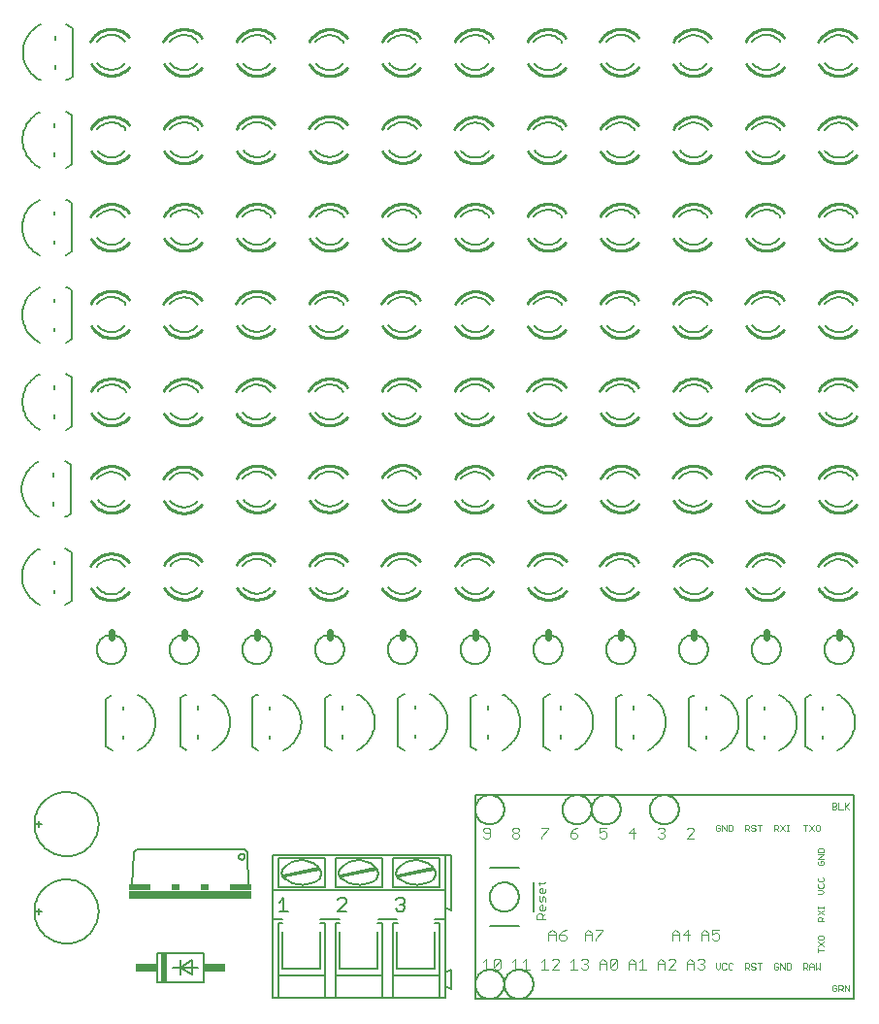
<source format=gto>
G75*
G70*
%OFA0B0*%
%FSLAX24Y24*%
%IPPOS*%
%LPD*%
%AMOC8*
5,1,8,0,0,1.08239X$1,22.5*
%
%ADD10C,0.0060*%
%ADD11C,0.0100*%
%ADD12C,0.0240*%
%ADD13C,0.0050*%
%ADD14C,0.0030*%
%ADD15C,0.0020*%
%ADD16R,0.4200X0.0300*%
%ADD17R,0.0750X0.0200*%
%ADD18R,0.0300X0.0200*%
%ADD19R,0.0200X0.1000*%
%ADD20R,0.0750X0.0300*%
D10*
X001507Y003580D02*
X001507Y003780D01*
X001607Y003680D02*
X001407Y003680D01*
X001357Y003680D02*
X001359Y003746D01*
X001365Y003811D01*
X001375Y003876D01*
X001388Y003941D01*
X001406Y004004D01*
X001427Y004067D01*
X001452Y004127D01*
X001481Y004187D01*
X001513Y004244D01*
X001548Y004300D01*
X001587Y004353D01*
X001629Y004404D01*
X001673Y004452D01*
X001721Y004497D01*
X001771Y004540D01*
X001824Y004579D01*
X001879Y004616D01*
X001936Y004649D01*
X001995Y004678D01*
X002055Y004704D01*
X002117Y004726D01*
X002180Y004745D01*
X002244Y004759D01*
X002309Y004770D01*
X002375Y004777D01*
X002441Y004780D01*
X002506Y004779D01*
X002572Y004774D01*
X002637Y004765D01*
X002702Y004752D01*
X002765Y004736D01*
X002828Y004716D01*
X002889Y004691D01*
X002949Y004664D01*
X003007Y004633D01*
X003063Y004598D01*
X003117Y004560D01*
X003168Y004519D01*
X003217Y004475D01*
X003263Y004428D01*
X003307Y004379D01*
X003347Y004327D01*
X003384Y004272D01*
X003418Y004216D01*
X003448Y004157D01*
X003475Y004097D01*
X003498Y004036D01*
X003517Y003973D01*
X003533Y003909D01*
X003545Y003844D01*
X003553Y003779D01*
X003557Y003713D01*
X003557Y003647D01*
X003553Y003581D01*
X003545Y003516D01*
X003533Y003451D01*
X003517Y003387D01*
X003498Y003324D01*
X003475Y003263D01*
X003448Y003203D01*
X003418Y003144D01*
X003384Y003088D01*
X003347Y003033D01*
X003307Y002981D01*
X003263Y002932D01*
X003217Y002885D01*
X003168Y002841D01*
X003117Y002800D01*
X003063Y002762D01*
X003007Y002727D01*
X002949Y002696D01*
X002889Y002669D01*
X002828Y002644D01*
X002765Y002624D01*
X002702Y002608D01*
X002637Y002595D01*
X002572Y002586D01*
X002506Y002581D01*
X002441Y002580D01*
X002375Y002583D01*
X002309Y002590D01*
X002244Y002601D01*
X002180Y002615D01*
X002117Y002634D01*
X002055Y002656D01*
X001995Y002682D01*
X001936Y002711D01*
X001879Y002744D01*
X001824Y002781D01*
X001771Y002820D01*
X001721Y002863D01*
X001673Y002908D01*
X001629Y002956D01*
X001587Y003007D01*
X001548Y003060D01*
X001513Y003116D01*
X001481Y003173D01*
X001452Y003233D01*
X001427Y003293D01*
X001406Y003356D01*
X001388Y003419D01*
X001375Y003484D01*
X001365Y003549D01*
X001359Y003614D01*
X001357Y003680D01*
X001507Y006580D02*
X001507Y006780D01*
X001607Y006680D02*
X001407Y006680D01*
X001357Y006680D02*
X001359Y006746D01*
X001365Y006811D01*
X001375Y006876D01*
X001388Y006941D01*
X001406Y007004D01*
X001427Y007067D01*
X001452Y007127D01*
X001481Y007187D01*
X001513Y007244D01*
X001548Y007300D01*
X001587Y007353D01*
X001629Y007404D01*
X001673Y007452D01*
X001721Y007497D01*
X001771Y007540D01*
X001824Y007579D01*
X001879Y007616D01*
X001936Y007649D01*
X001995Y007678D01*
X002055Y007704D01*
X002117Y007726D01*
X002180Y007745D01*
X002244Y007759D01*
X002309Y007770D01*
X002375Y007777D01*
X002441Y007780D01*
X002506Y007779D01*
X002572Y007774D01*
X002637Y007765D01*
X002702Y007752D01*
X002765Y007736D01*
X002828Y007716D01*
X002889Y007691D01*
X002949Y007664D01*
X003007Y007633D01*
X003063Y007598D01*
X003117Y007560D01*
X003168Y007519D01*
X003217Y007475D01*
X003263Y007428D01*
X003307Y007379D01*
X003347Y007327D01*
X003384Y007272D01*
X003418Y007216D01*
X003448Y007157D01*
X003475Y007097D01*
X003498Y007036D01*
X003517Y006973D01*
X003533Y006909D01*
X003545Y006844D01*
X003553Y006779D01*
X003557Y006713D01*
X003557Y006647D01*
X003553Y006581D01*
X003545Y006516D01*
X003533Y006451D01*
X003517Y006387D01*
X003498Y006324D01*
X003475Y006263D01*
X003448Y006203D01*
X003418Y006144D01*
X003384Y006088D01*
X003347Y006033D01*
X003307Y005981D01*
X003263Y005932D01*
X003217Y005885D01*
X003168Y005841D01*
X003117Y005800D01*
X003063Y005762D01*
X003007Y005727D01*
X002949Y005696D01*
X002889Y005669D01*
X002828Y005644D01*
X002765Y005624D01*
X002702Y005608D01*
X002637Y005595D01*
X002572Y005586D01*
X002506Y005581D01*
X002441Y005580D01*
X002375Y005583D01*
X002309Y005590D01*
X002244Y005601D01*
X002180Y005615D01*
X002117Y005634D01*
X002055Y005656D01*
X001995Y005682D01*
X001936Y005711D01*
X001879Y005744D01*
X001824Y005781D01*
X001771Y005820D01*
X001721Y005863D01*
X001673Y005908D01*
X001629Y005956D01*
X001587Y006007D01*
X001548Y006060D01*
X001513Y006116D01*
X001481Y006173D01*
X001452Y006233D01*
X001427Y006293D01*
X001406Y006356D01*
X001388Y006419D01*
X001375Y006484D01*
X001365Y006549D01*
X001359Y006614D01*
X001357Y006680D01*
X005567Y002255D02*
X005567Y001255D01*
X007167Y001255D01*
X007167Y002255D01*
X005567Y002255D01*
X006117Y001755D02*
X006367Y001755D01*
X006367Y001505D01*
X006367Y001755D02*
X006367Y002005D01*
X006367Y001755D02*
X006767Y002005D01*
X006767Y001505D01*
X006367Y001755D01*
X006967Y001755D01*
X009527Y000720D02*
X009527Y003420D01*
X009877Y003420D01*
X009877Y003270D02*
X009727Y003270D01*
X009727Y001470D01*
X009727Y000720D01*
X011327Y000720D01*
X011697Y000720D01*
X013297Y000720D01*
X013297Y001470D01*
X011697Y001470D01*
X011697Y003270D01*
X011847Y003270D01*
X011847Y003420D02*
X011177Y003420D01*
X011177Y003270D02*
X011327Y003270D01*
X011327Y001470D01*
X009727Y001470D01*
X009877Y001720D02*
X009877Y002970D01*
X009527Y003420D02*
X009527Y004420D01*
X009527Y005620D01*
X015467Y005620D01*
X015667Y005620D01*
X015667Y003720D01*
X015467Y003820D01*
X015467Y004420D01*
X009527Y004420D01*
X009727Y004520D02*
X009727Y005520D01*
X011327Y005520D01*
X011327Y004520D01*
X009727Y004520D01*
X009947Y004870D02*
X011147Y005120D01*
X011097Y005170D02*
X009897Y004920D01*
X009974Y004796D02*
X009948Y004813D01*
X009925Y004832D01*
X009905Y004855D01*
X009888Y004879D01*
X009874Y004906D01*
X009863Y004935D01*
X009857Y004964D01*
X009854Y004994D01*
X009855Y005025D01*
X009860Y005054D01*
X009869Y005083D01*
X009882Y005111D01*
X009898Y005136D01*
X009917Y005160D01*
X009957Y004810D02*
X010005Y004774D01*
X010056Y004741D01*
X010108Y004711D01*
X010162Y004685D01*
X010218Y004662D01*
X010275Y004642D01*
X010333Y004626D01*
X010392Y004614D01*
X010452Y004606D01*
X010512Y004601D01*
X010572Y004600D01*
X010632Y004603D01*
X010692Y004610D01*
X010752Y004620D01*
X010810Y004634D01*
X010868Y004652D01*
X010924Y004673D01*
X010979Y004698D01*
X011032Y004726D01*
X011084Y004757D01*
X011133Y004792D01*
X011115Y004778D02*
X011137Y004800D01*
X011156Y004823D01*
X011172Y004849D01*
X011185Y004876D01*
X011195Y004905D01*
X011202Y004934D01*
X011206Y004965D01*
X011206Y004995D01*
X011202Y005025D01*
X011195Y005055D01*
X011185Y005083D01*
X011172Y005111D01*
X011156Y005136D01*
X011137Y005160D01*
X011697Y005520D02*
X011697Y004520D01*
X013297Y004520D01*
X013297Y005520D01*
X011697Y005520D01*
X011857Y004920D02*
X013057Y005170D01*
X013107Y005120D02*
X011907Y004870D01*
X011934Y004796D02*
X011908Y004813D01*
X011885Y004832D01*
X011865Y004855D01*
X011848Y004879D01*
X011834Y004906D01*
X011823Y004935D01*
X011817Y004964D01*
X011814Y004994D01*
X011815Y005025D01*
X011820Y005054D01*
X011829Y005083D01*
X011842Y005111D01*
X011858Y005136D01*
X011877Y005160D01*
X011917Y004810D02*
X011965Y004774D01*
X012016Y004741D01*
X012068Y004711D01*
X012122Y004685D01*
X012178Y004662D01*
X012235Y004642D01*
X012293Y004626D01*
X012352Y004614D01*
X012412Y004606D01*
X012472Y004601D01*
X012532Y004600D01*
X012592Y004603D01*
X012652Y004610D01*
X012712Y004620D01*
X012770Y004634D01*
X012828Y004652D01*
X012884Y004673D01*
X012939Y004698D01*
X012992Y004726D01*
X013044Y004757D01*
X013093Y004792D01*
X013075Y004778D02*
X013097Y004800D01*
X013116Y004823D01*
X013132Y004849D01*
X013145Y004876D01*
X013155Y004905D01*
X013162Y004934D01*
X013166Y004965D01*
X013166Y004995D01*
X013162Y005025D01*
X013155Y005055D01*
X013145Y005083D01*
X013132Y005111D01*
X013116Y005136D01*
X013097Y005160D01*
X013667Y005520D02*
X013667Y004520D01*
X015267Y004520D01*
X015267Y005520D01*
X013667Y005520D01*
X013827Y004920D02*
X015027Y005170D01*
X015077Y005120D02*
X013877Y004870D01*
X013904Y004796D02*
X013878Y004813D01*
X013855Y004832D01*
X013835Y004855D01*
X013818Y004879D01*
X013804Y004906D01*
X013793Y004935D01*
X013787Y004964D01*
X013784Y004994D01*
X013785Y005025D01*
X013790Y005054D01*
X013799Y005083D01*
X013812Y005111D01*
X013828Y005136D01*
X013847Y005160D01*
X013887Y004810D02*
X013935Y004774D01*
X013986Y004741D01*
X014038Y004711D01*
X014092Y004685D01*
X014148Y004662D01*
X014205Y004642D01*
X014263Y004626D01*
X014322Y004614D01*
X014382Y004606D01*
X014442Y004601D01*
X014502Y004600D01*
X014562Y004603D01*
X014622Y004610D01*
X014682Y004620D01*
X014740Y004634D01*
X014798Y004652D01*
X014854Y004673D01*
X014909Y004698D01*
X014962Y004726D01*
X015014Y004757D01*
X015063Y004792D01*
X015045Y004778D02*
X015067Y004800D01*
X015086Y004823D01*
X015102Y004849D01*
X015115Y004876D01*
X015125Y004905D01*
X015132Y004934D01*
X015136Y004965D01*
X015136Y004995D01*
X015132Y005025D01*
X015125Y005055D01*
X015115Y005083D01*
X015102Y005111D01*
X015086Y005136D01*
X015067Y005160D01*
X015467Y005620D02*
X015467Y004420D01*
X015467Y003820D02*
X015467Y003420D01*
X015117Y003420D01*
X015117Y003270D02*
X015267Y003270D01*
X015267Y001470D01*
X013667Y001470D01*
X013667Y003270D01*
X013827Y003270D01*
X013817Y003420D02*
X013157Y003420D01*
X013147Y003270D02*
X013297Y003270D01*
X013297Y001470D01*
X013147Y001720D02*
X011847Y001720D01*
X011847Y002970D01*
X011177Y002970D02*
X011177Y001720D01*
X009877Y001720D01*
X009727Y000720D02*
X009527Y000720D01*
X011327Y000720D02*
X011327Y001470D01*
X011697Y001470D02*
X011697Y000720D01*
X013147Y001720D02*
X013147Y002970D01*
X013817Y002970D02*
X013817Y001720D01*
X015117Y001720D01*
X015117Y002970D01*
X015467Y003420D02*
X015467Y001570D01*
X015467Y001120D01*
X015467Y000720D01*
X015267Y000720D01*
X013667Y000720D01*
X013667Y001470D01*
X013667Y000720D02*
X013297Y000720D01*
X015267Y000720D02*
X015267Y001470D01*
X015467Y001570D02*
X015667Y001670D01*
X015667Y001020D01*
X015467Y001120D01*
X015069Y005162D02*
X015032Y005202D01*
X014992Y005239D01*
X014950Y005274D01*
X014906Y005305D01*
X014860Y005334D01*
X014812Y005359D01*
X014762Y005381D01*
X014711Y005400D01*
X014659Y005416D01*
X014605Y005427D01*
X014552Y005435D01*
X014497Y005440D01*
X014443Y005441D01*
X014389Y005438D01*
X014334Y005432D01*
X014281Y005422D01*
X014228Y005408D01*
X014177Y005391D01*
X014126Y005370D01*
X014077Y005347D01*
X014030Y005319D01*
X013985Y005289D01*
X013942Y005256D01*
X013901Y005220D01*
X013862Y005181D01*
X013827Y005140D01*
X013099Y005162D02*
X013062Y005202D01*
X013022Y005239D01*
X012980Y005274D01*
X012936Y005305D01*
X012890Y005334D01*
X012842Y005359D01*
X012792Y005382D01*
X012741Y005400D01*
X012689Y005416D01*
X012635Y005427D01*
X012582Y005435D01*
X012527Y005440D01*
X012473Y005441D01*
X012418Y005438D01*
X012364Y005432D01*
X012311Y005422D01*
X012258Y005408D01*
X012207Y005391D01*
X012156Y005370D01*
X012107Y005347D01*
X012060Y005319D01*
X012015Y005289D01*
X011971Y005256D01*
X011931Y005220D01*
X011892Y005181D01*
X011857Y005140D01*
X011139Y005162D02*
X011102Y005202D01*
X011062Y005239D01*
X011020Y005274D01*
X010976Y005305D01*
X010930Y005334D01*
X010882Y005359D01*
X010832Y005382D01*
X010781Y005400D01*
X010729Y005416D01*
X010675Y005427D01*
X010622Y005435D01*
X010567Y005440D01*
X010513Y005441D01*
X010458Y005438D01*
X010404Y005432D01*
X010351Y005422D01*
X010298Y005408D01*
X010247Y005391D01*
X010196Y005370D01*
X010147Y005347D01*
X010100Y005319D01*
X010055Y005289D01*
X010011Y005256D01*
X009971Y005220D01*
X009932Y005181D01*
X009897Y005140D01*
X008497Y012680D02*
X008499Y012724D01*
X008505Y012768D01*
X008515Y012811D01*
X008528Y012853D01*
X008545Y012894D01*
X008566Y012933D01*
X008590Y012970D01*
X008617Y013005D01*
X008647Y013037D01*
X008680Y013067D01*
X008716Y013093D01*
X008753Y013117D01*
X008793Y013136D01*
X008834Y013153D01*
X008877Y013165D01*
X008920Y013174D01*
X008964Y013179D01*
X009008Y013180D01*
X009052Y013177D01*
X009096Y013170D01*
X009139Y013159D01*
X009181Y013145D01*
X009221Y013127D01*
X009260Y013105D01*
X009296Y013081D01*
X009330Y013053D01*
X009362Y013022D01*
X009391Y012988D01*
X009417Y012952D01*
X009439Y012914D01*
X009458Y012874D01*
X009473Y012832D01*
X009485Y012790D01*
X009493Y012746D01*
X009497Y012702D01*
X009497Y012658D01*
X009493Y012614D01*
X009485Y012570D01*
X009473Y012528D01*
X009458Y012486D01*
X009439Y012446D01*
X009417Y012408D01*
X009391Y012372D01*
X009362Y012338D01*
X009330Y012307D01*
X009296Y012279D01*
X009260Y012255D01*
X009221Y012233D01*
X009181Y012215D01*
X009139Y012201D01*
X009096Y012190D01*
X009052Y012183D01*
X009008Y012180D01*
X008964Y012181D01*
X008920Y012186D01*
X008877Y012195D01*
X008834Y012207D01*
X008793Y012224D01*
X008753Y012243D01*
X008716Y012267D01*
X008680Y012293D01*
X008647Y012323D01*
X008617Y012355D01*
X008590Y012390D01*
X008566Y012427D01*
X008545Y012466D01*
X008528Y012507D01*
X008515Y012549D01*
X008505Y012592D01*
X008499Y012636D01*
X008497Y012680D01*
X005997Y012680D02*
X005999Y012724D01*
X006005Y012768D01*
X006015Y012811D01*
X006028Y012853D01*
X006045Y012894D01*
X006066Y012933D01*
X006090Y012970D01*
X006117Y013005D01*
X006147Y013037D01*
X006180Y013067D01*
X006216Y013093D01*
X006253Y013117D01*
X006293Y013136D01*
X006334Y013153D01*
X006377Y013165D01*
X006420Y013174D01*
X006464Y013179D01*
X006508Y013180D01*
X006552Y013177D01*
X006596Y013170D01*
X006639Y013159D01*
X006681Y013145D01*
X006721Y013127D01*
X006760Y013105D01*
X006796Y013081D01*
X006830Y013053D01*
X006862Y013022D01*
X006891Y012988D01*
X006917Y012952D01*
X006939Y012914D01*
X006958Y012874D01*
X006973Y012832D01*
X006985Y012790D01*
X006993Y012746D01*
X006997Y012702D01*
X006997Y012658D01*
X006993Y012614D01*
X006985Y012570D01*
X006973Y012528D01*
X006958Y012486D01*
X006939Y012446D01*
X006917Y012408D01*
X006891Y012372D01*
X006862Y012338D01*
X006830Y012307D01*
X006796Y012279D01*
X006760Y012255D01*
X006721Y012233D01*
X006681Y012215D01*
X006639Y012201D01*
X006596Y012190D01*
X006552Y012183D01*
X006508Y012180D01*
X006464Y012181D01*
X006420Y012186D01*
X006377Y012195D01*
X006334Y012207D01*
X006293Y012224D01*
X006253Y012243D01*
X006216Y012267D01*
X006180Y012293D01*
X006147Y012323D01*
X006117Y012355D01*
X006090Y012390D01*
X006066Y012427D01*
X006045Y012466D01*
X006028Y012507D01*
X006015Y012549D01*
X006005Y012592D01*
X005999Y012636D01*
X005997Y012680D01*
X003497Y012680D02*
X003499Y012724D01*
X003505Y012768D01*
X003515Y012811D01*
X003528Y012853D01*
X003545Y012894D01*
X003566Y012933D01*
X003590Y012970D01*
X003617Y013005D01*
X003647Y013037D01*
X003680Y013067D01*
X003716Y013093D01*
X003753Y013117D01*
X003793Y013136D01*
X003834Y013153D01*
X003877Y013165D01*
X003920Y013174D01*
X003964Y013179D01*
X004008Y013180D01*
X004052Y013177D01*
X004096Y013170D01*
X004139Y013159D01*
X004181Y013145D01*
X004221Y013127D01*
X004260Y013105D01*
X004296Y013081D01*
X004330Y013053D01*
X004362Y013022D01*
X004391Y012988D01*
X004417Y012952D01*
X004439Y012914D01*
X004458Y012874D01*
X004473Y012832D01*
X004485Y012790D01*
X004493Y012746D01*
X004497Y012702D01*
X004497Y012658D01*
X004493Y012614D01*
X004485Y012570D01*
X004473Y012528D01*
X004458Y012486D01*
X004439Y012446D01*
X004417Y012408D01*
X004391Y012372D01*
X004362Y012338D01*
X004330Y012307D01*
X004296Y012279D01*
X004260Y012255D01*
X004221Y012233D01*
X004181Y012215D01*
X004139Y012201D01*
X004096Y012190D01*
X004052Y012183D01*
X004008Y012180D01*
X003964Y012181D01*
X003920Y012186D01*
X003877Y012195D01*
X003834Y012207D01*
X003793Y012224D01*
X003753Y012243D01*
X003716Y012267D01*
X003680Y012293D01*
X003647Y012323D01*
X003617Y012355D01*
X003590Y012390D01*
X003566Y012427D01*
X003545Y012466D01*
X003528Y012507D01*
X003515Y012549D01*
X003505Y012592D01*
X003499Y012636D01*
X003497Y012680D01*
X004481Y015522D02*
X004452Y015559D01*
X004420Y015594D01*
X004385Y015627D01*
X004348Y015657D01*
X004309Y015683D01*
X004268Y015706D01*
X004224Y015727D01*
X004180Y015743D01*
X004134Y015756D01*
X004088Y015765D01*
X004040Y015771D01*
X003993Y015773D01*
X003519Y014805D02*
X003549Y014770D01*
X003580Y014737D01*
X003615Y014707D01*
X003651Y014680D01*
X003689Y014656D01*
X003729Y014634D01*
X003771Y014616D01*
X003814Y014600D01*
X003858Y014588D01*
X003902Y014580D01*
X003948Y014575D01*
X003993Y014573D01*
X003513Y015533D02*
X003542Y015569D01*
X003574Y015603D01*
X003609Y015634D01*
X003645Y015662D01*
X003684Y015687D01*
X003725Y015710D01*
X003767Y015729D01*
X003810Y015745D01*
X003855Y015757D01*
X003901Y015766D01*
X003947Y015771D01*
X003993Y015773D01*
X004467Y014805D02*
X004437Y014770D01*
X004406Y014737D01*
X004371Y014707D01*
X004335Y014680D01*
X004297Y014656D01*
X004257Y014634D01*
X004215Y014616D01*
X004172Y014600D01*
X004128Y014588D01*
X004084Y014580D01*
X004038Y014575D01*
X003993Y014573D01*
X006503Y015793D02*
X006550Y015791D01*
X006598Y015785D01*
X006644Y015776D01*
X006690Y015763D01*
X006734Y015747D01*
X006778Y015726D01*
X006819Y015703D01*
X006858Y015677D01*
X006895Y015647D01*
X006930Y015614D01*
X006962Y015579D01*
X006991Y015542D01*
X006503Y014593D02*
X006458Y014595D01*
X006412Y014600D01*
X006368Y014608D01*
X006324Y014620D01*
X006281Y014636D01*
X006239Y014654D01*
X006199Y014676D01*
X006161Y014700D01*
X006125Y014727D01*
X006090Y014757D01*
X006059Y014790D01*
X006029Y014825D01*
X006503Y014593D02*
X006548Y014595D01*
X006594Y014600D01*
X006638Y014608D01*
X006682Y014620D01*
X006725Y014636D01*
X006767Y014654D01*
X006807Y014676D01*
X006845Y014700D01*
X006881Y014727D01*
X006916Y014757D01*
X006947Y014790D01*
X006977Y014825D01*
X006503Y015793D02*
X006457Y015791D01*
X006411Y015786D01*
X006365Y015777D01*
X006320Y015765D01*
X006277Y015749D01*
X006235Y015730D01*
X006194Y015707D01*
X006155Y015682D01*
X006119Y015654D01*
X006084Y015623D01*
X006052Y015589D01*
X006023Y015553D01*
X006979Y018514D02*
X006950Y018551D01*
X006918Y018586D01*
X006883Y018619D01*
X006846Y018649D01*
X006807Y018675D01*
X006766Y018698D01*
X006722Y018719D01*
X006678Y018735D01*
X006632Y018748D01*
X006586Y018757D01*
X006538Y018763D01*
X006491Y018765D01*
X006017Y017797D02*
X006047Y017762D01*
X006078Y017729D01*
X006113Y017699D01*
X006149Y017672D01*
X006187Y017648D01*
X006227Y017626D01*
X006269Y017608D01*
X006312Y017592D01*
X006356Y017580D01*
X006400Y017572D01*
X006446Y017567D01*
X006491Y017565D01*
X006011Y018525D02*
X006040Y018561D01*
X006072Y018595D01*
X006107Y018626D01*
X006143Y018654D01*
X006182Y018679D01*
X006223Y018702D01*
X006265Y018721D01*
X006308Y018737D01*
X006353Y018749D01*
X006399Y018758D01*
X006445Y018763D01*
X006491Y018765D01*
X006965Y017797D02*
X006935Y017762D01*
X006904Y017729D01*
X006869Y017699D01*
X006833Y017672D01*
X006795Y017648D01*
X006755Y017626D01*
X006713Y017608D01*
X006670Y017592D01*
X006626Y017580D01*
X006582Y017572D01*
X006536Y017567D01*
X006491Y017565D01*
X009002Y018785D02*
X009049Y018783D01*
X009097Y018777D01*
X009143Y018768D01*
X009189Y018755D01*
X009233Y018739D01*
X009277Y018718D01*
X009318Y018695D01*
X009357Y018669D01*
X009394Y018639D01*
X009429Y018606D01*
X009461Y018571D01*
X009490Y018534D01*
X009002Y017585D02*
X008957Y017587D01*
X008911Y017592D01*
X008867Y017600D01*
X008823Y017612D01*
X008780Y017628D01*
X008738Y017646D01*
X008698Y017668D01*
X008660Y017692D01*
X008624Y017719D01*
X008589Y017749D01*
X008558Y017782D01*
X008528Y017817D01*
X009002Y017585D02*
X009047Y017587D01*
X009093Y017592D01*
X009137Y017600D01*
X009181Y017612D01*
X009224Y017628D01*
X009266Y017646D01*
X009306Y017668D01*
X009344Y017692D01*
X009380Y017719D01*
X009415Y017749D01*
X009446Y017782D01*
X009476Y017817D01*
X009002Y018785D02*
X008956Y018783D01*
X008910Y018778D01*
X008864Y018769D01*
X008819Y018757D01*
X008776Y018741D01*
X008734Y018722D01*
X008693Y018699D01*
X008654Y018674D01*
X008618Y018646D01*
X008583Y018615D01*
X008551Y018581D01*
X008522Y018545D01*
X009475Y021524D02*
X009446Y021561D01*
X009414Y021596D01*
X009379Y021629D01*
X009342Y021659D01*
X009303Y021685D01*
X009262Y021708D01*
X009218Y021729D01*
X009174Y021745D01*
X009128Y021758D01*
X009082Y021767D01*
X009034Y021773D01*
X008987Y021775D01*
X008513Y020807D02*
X008543Y020772D01*
X008574Y020739D01*
X008609Y020709D01*
X008645Y020682D01*
X008683Y020658D01*
X008723Y020636D01*
X008765Y020618D01*
X008808Y020602D01*
X008852Y020590D01*
X008896Y020582D01*
X008942Y020577D01*
X008987Y020575D01*
X008507Y021535D02*
X008536Y021571D01*
X008568Y021605D01*
X008603Y021636D01*
X008639Y021664D01*
X008678Y021689D01*
X008719Y021712D01*
X008761Y021731D01*
X008804Y021747D01*
X008849Y021759D01*
X008895Y021768D01*
X008941Y021773D01*
X008987Y021775D01*
X009461Y020807D02*
X009431Y020772D01*
X009400Y020739D01*
X009365Y020709D01*
X009329Y020682D01*
X009291Y020658D01*
X009251Y020636D01*
X009209Y020618D01*
X009166Y020602D01*
X009122Y020590D01*
X009078Y020582D01*
X009032Y020577D01*
X008987Y020575D01*
X006499Y020577D02*
X006454Y020579D01*
X006408Y020584D01*
X006364Y020592D01*
X006320Y020604D01*
X006277Y020620D01*
X006235Y020638D01*
X006195Y020660D01*
X006157Y020684D01*
X006121Y020711D01*
X006086Y020741D01*
X006055Y020774D01*
X006025Y020809D01*
X006499Y021777D02*
X006546Y021775D01*
X006594Y021769D01*
X006640Y021760D01*
X006686Y021747D01*
X006730Y021731D01*
X006774Y021710D01*
X006815Y021687D01*
X006854Y021661D01*
X006891Y021631D01*
X006926Y021598D01*
X006958Y021563D01*
X006987Y021526D01*
X006499Y021777D02*
X006453Y021775D01*
X006407Y021770D01*
X006361Y021761D01*
X006316Y021749D01*
X006273Y021733D01*
X006231Y021714D01*
X006190Y021691D01*
X006151Y021666D01*
X006115Y021638D01*
X006080Y021607D01*
X006048Y021573D01*
X006019Y021537D01*
X006499Y020577D02*
X006544Y020579D01*
X006590Y020584D01*
X006634Y020592D01*
X006678Y020604D01*
X006721Y020620D01*
X006763Y020638D01*
X006803Y020660D01*
X006841Y020684D01*
X006877Y020711D01*
X006912Y020741D01*
X006943Y020774D01*
X006973Y020809D01*
X004004Y020582D02*
X003959Y020584D01*
X003913Y020589D01*
X003869Y020597D01*
X003825Y020609D01*
X003782Y020625D01*
X003740Y020643D01*
X003700Y020665D01*
X003662Y020689D01*
X003626Y020716D01*
X003591Y020746D01*
X003560Y020779D01*
X003530Y020814D01*
X004004Y021782D02*
X004051Y021780D01*
X004099Y021774D01*
X004145Y021765D01*
X004191Y021752D01*
X004235Y021736D01*
X004279Y021715D01*
X004320Y021692D01*
X004359Y021666D01*
X004396Y021636D01*
X004431Y021603D01*
X004463Y021568D01*
X004492Y021531D01*
X004004Y021782D02*
X003958Y021780D01*
X003912Y021775D01*
X003866Y021766D01*
X003821Y021754D01*
X003778Y021738D01*
X003736Y021719D01*
X003695Y021696D01*
X003656Y021671D01*
X003620Y021643D01*
X003585Y021612D01*
X003553Y021578D01*
X003524Y021542D01*
X004004Y020582D02*
X004049Y020584D01*
X004095Y020589D01*
X004139Y020597D01*
X004183Y020609D01*
X004226Y020625D01*
X004268Y020643D01*
X004308Y020665D01*
X004346Y020689D01*
X004382Y020716D01*
X004417Y020746D01*
X004448Y020779D01*
X004478Y020814D01*
X003527Y017807D02*
X003557Y017772D01*
X003588Y017739D01*
X003623Y017709D01*
X003659Y017682D01*
X003697Y017658D01*
X003737Y017636D01*
X003779Y017618D01*
X003822Y017602D01*
X003866Y017590D01*
X003910Y017582D01*
X003956Y017577D01*
X004001Y017575D01*
X003521Y018535D02*
X003550Y018571D01*
X003582Y018605D01*
X003617Y018636D01*
X003653Y018664D01*
X003692Y018689D01*
X003733Y018712D01*
X003775Y018731D01*
X003818Y018747D01*
X003863Y018759D01*
X003909Y018768D01*
X003955Y018773D01*
X004001Y018775D01*
X004475Y017807D02*
X004445Y017772D01*
X004414Y017739D01*
X004379Y017709D01*
X004343Y017682D01*
X004305Y017658D01*
X004265Y017636D01*
X004223Y017618D01*
X004180Y017602D01*
X004136Y017590D01*
X004092Y017582D01*
X004046Y017577D01*
X004001Y017575D01*
X004489Y018524D02*
X004460Y018561D01*
X004428Y018596D01*
X004393Y018629D01*
X004356Y018659D01*
X004317Y018685D01*
X004276Y018708D01*
X004232Y018729D01*
X004188Y018745D01*
X004142Y018758D01*
X004096Y018767D01*
X004048Y018773D01*
X004001Y018775D01*
X008997Y015795D02*
X009044Y015793D01*
X009092Y015787D01*
X009138Y015778D01*
X009184Y015765D01*
X009228Y015749D01*
X009272Y015728D01*
X009313Y015705D01*
X009352Y015679D01*
X009389Y015649D01*
X009424Y015616D01*
X009456Y015581D01*
X009485Y015544D01*
X008997Y014595D02*
X008952Y014597D01*
X008906Y014602D01*
X008862Y014610D01*
X008818Y014622D01*
X008775Y014638D01*
X008733Y014656D01*
X008693Y014678D01*
X008655Y014702D01*
X008619Y014729D01*
X008584Y014759D01*
X008553Y014792D01*
X008523Y014827D01*
X008997Y014595D02*
X009042Y014597D01*
X009088Y014602D01*
X009132Y014610D01*
X009176Y014622D01*
X009219Y014638D01*
X009261Y014656D01*
X009301Y014678D01*
X009339Y014702D01*
X009375Y014729D01*
X009410Y014759D01*
X009441Y014792D01*
X009471Y014827D01*
X008997Y015795D02*
X008951Y015793D01*
X008905Y015788D01*
X008859Y015779D01*
X008814Y015767D01*
X008771Y015751D01*
X008729Y015732D01*
X008688Y015709D01*
X008649Y015684D01*
X008613Y015656D01*
X008578Y015625D01*
X008546Y015591D01*
X008517Y015555D01*
X011497Y015790D02*
X011544Y015788D01*
X011592Y015782D01*
X011638Y015773D01*
X011684Y015760D01*
X011728Y015744D01*
X011772Y015723D01*
X011813Y015700D01*
X011852Y015674D01*
X011889Y015644D01*
X011924Y015611D01*
X011956Y015576D01*
X011985Y015539D01*
X011497Y014590D02*
X011452Y014592D01*
X011406Y014597D01*
X011362Y014605D01*
X011318Y014617D01*
X011275Y014633D01*
X011233Y014651D01*
X011193Y014673D01*
X011155Y014697D01*
X011119Y014724D01*
X011084Y014754D01*
X011053Y014787D01*
X011023Y014822D01*
X011497Y014590D02*
X011542Y014592D01*
X011588Y014597D01*
X011632Y014605D01*
X011676Y014617D01*
X011719Y014633D01*
X011761Y014651D01*
X011801Y014673D01*
X011839Y014697D01*
X011875Y014724D01*
X011910Y014754D01*
X011941Y014787D01*
X011971Y014822D01*
X011497Y015790D02*
X011451Y015788D01*
X011405Y015783D01*
X011359Y015774D01*
X011314Y015762D01*
X011271Y015746D01*
X011229Y015727D01*
X011188Y015704D01*
X011149Y015679D01*
X011113Y015651D01*
X011078Y015620D01*
X011046Y015586D01*
X011017Y015550D01*
X011980Y018544D02*
X011951Y018581D01*
X011919Y018616D01*
X011884Y018649D01*
X011847Y018679D01*
X011808Y018705D01*
X011767Y018728D01*
X011723Y018749D01*
X011679Y018765D01*
X011633Y018778D01*
X011587Y018787D01*
X011539Y018793D01*
X011492Y018795D01*
X011018Y017827D02*
X011048Y017792D01*
X011079Y017759D01*
X011114Y017729D01*
X011150Y017702D01*
X011188Y017678D01*
X011228Y017656D01*
X011270Y017638D01*
X011313Y017622D01*
X011357Y017610D01*
X011401Y017602D01*
X011447Y017597D01*
X011492Y017595D01*
X011012Y018555D02*
X011041Y018591D01*
X011073Y018625D01*
X011108Y018656D01*
X011144Y018684D01*
X011183Y018709D01*
X011224Y018732D01*
X011266Y018751D01*
X011309Y018767D01*
X011354Y018779D01*
X011400Y018788D01*
X011446Y018793D01*
X011492Y018795D01*
X011966Y017827D02*
X011936Y017792D01*
X011905Y017759D01*
X011870Y017729D01*
X011834Y017702D01*
X011796Y017678D01*
X011756Y017656D01*
X011714Y017638D01*
X011671Y017622D01*
X011627Y017610D01*
X011583Y017602D01*
X011537Y017597D01*
X011492Y017595D01*
X013997Y018810D02*
X014044Y018808D01*
X014092Y018802D01*
X014138Y018793D01*
X014184Y018780D01*
X014228Y018764D01*
X014272Y018743D01*
X014313Y018720D01*
X014352Y018694D01*
X014389Y018664D01*
X014424Y018631D01*
X014456Y018596D01*
X014485Y018559D01*
X013997Y017610D02*
X013952Y017612D01*
X013906Y017617D01*
X013862Y017625D01*
X013818Y017637D01*
X013775Y017653D01*
X013733Y017671D01*
X013693Y017693D01*
X013655Y017717D01*
X013619Y017744D01*
X013584Y017774D01*
X013553Y017807D01*
X013523Y017842D01*
X013997Y017610D02*
X014042Y017612D01*
X014088Y017617D01*
X014132Y017625D01*
X014176Y017637D01*
X014219Y017653D01*
X014261Y017671D01*
X014301Y017693D01*
X014339Y017717D01*
X014375Y017744D01*
X014410Y017774D01*
X014441Y017807D01*
X014471Y017842D01*
X013997Y018810D02*
X013951Y018808D01*
X013905Y018803D01*
X013859Y018794D01*
X013814Y018782D01*
X013771Y018766D01*
X013729Y018747D01*
X013688Y018724D01*
X013649Y018699D01*
X013613Y018671D01*
X013578Y018640D01*
X013546Y018606D01*
X013517Y018570D01*
X014485Y021539D02*
X014456Y021576D01*
X014424Y021611D01*
X014389Y021644D01*
X014352Y021674D01*
X014313Y021700D01*
X014272Y021723D01*
X014228Y021744D01*
X014184Y021760D01*
X014138Y021773D01*
X014092Y021782D01*
X014044Y021788D01*
X013997Y021790D01*
X013523Y020822D02*
X013553Y020787D01*
X013584Y020754D01*
X013619Y020724D01*
X013655Y020697D01*
X013693Y020673D01*
X013733Y020651D01*
X013775Y020633D01*
X013818Y020617D01*
X013862Y020605D01*
X013906Y020597D01*
X013952Y020592D01*
X013997Y020590D01*
X013517Y021550D02*
X013546Y021586D01*
X013578Y021620D01*
X013613Y021651D01*
X013649Y021679D01*
X013688Y021704D01*
X013729Y021727D01*
X013771Y021746D01*
X013814Y021762D01*
X013859Y021774D01*
X013905Y021783D01*
X013951Y021788D01*
X013997Y021790D01*
X014471Y020822D02*
X014441Y020787D01*
X014410Y020754D01*
X014375Y020724D01*
X014339Y020697D01*
X014301Y020673D01*
X014261Y020651D01*
X014219Y020633D01*
X014176Y020617D01*
X014132Y020605D01*
X014088Y020597D01*
X014042Y020592D01*
X013997Y020590D01*
X016497Y021785D02*
X016544Y021783D01*
X016592Y021777D01*
X016638Y021768D01*
X016684Y021755D01*
X016728Y021739D01*
X016772Y021718D01*
X016813Y021695D01*
X016852Y021669D01*
X016889Y021639D01*
X016924Y021606D01*
X016956Y021571D01*
X016985Y021534D01*
X016497Y020585D02*
X016452Y020587D01*
X016406Y020592D01*
X016362Y020600D01*
X016318Y020612D01*
X016275Y020628D01*
X016233Y020646D01*
X016193Y020668D01*
X016155Y020692D01*
X016119Y020719D01*
X016084Y020749D01*
X016053Y020782D01*
X016023Y020817D01*
X016497Y020585D02*
X016542Y020587D01*
X016588Y020592D01*
X016632Y020600D01*
X016676Y020612D01*
X016719Y020628D01*
X016761Y020646D01*
X016801Y020668D01*
X016839Y020692D01*
X016875Y020719D01*
X016910Y020749D01*
X016941Y020782D01*
X016971Y020817D01*
X016497Y021785D02*
X016451Y021783D01*
X016405Y021778D01*
X016359Y021769D01*
X016314Y021757D01*
X016271Y021741D01*
X016229Y021722D01*
X016188Y021699D01*
X016149Y021674D01*
X016113Y021646D01*
X016078Y021615D01*
X016046Y021581D01*
X016017Y021545D01*
X016995Y024524D02*
X016966Y024561D01*
X016934Y024596D01*
X016899Y024629D01*
X016862Y024659D01*
X016823Y024685D01*
X016782Y024708D01*
X016738Y024729D01*
X016694Y024745D01*
X016648Y024758D01*
X016602Y024767D01*
X016554Y024773D01*
X016507Y024775D01*
X016033Y023807D02*
X016063Y023772D01*
X016094Y023739D01*
X016129Y023709D01*
X016165Y023682D01*
X016203Y023658D01*
X016243Y023636D01*
X016285Y023618D01*
X016328Y023602D01*
X016372Y023590D01*
X016416Y023582D01*
X016462Y023577D01*
X016507Y023575D01*
X016027Y024535D02*
X016056Y024571D01*
X016088Y024605D01*
X016123Y024636D01*
X016159Y024664D01*
X016198Y024689D01*
X016239Y024712D01*
X016281Y024731D01*
X016324Y024747D01*
X016369Y024759D01*
X016415Y024768D01*
X016461Y024773D01*
X016507Y024775D01*
X016981Y023807D02*
X016951Y023772D01*
X016920Y023739D01*
X016885Y023709D01*
X016849Y023682D01*
X016811Y023658D01*
X016771Y023636D01*
X016729Y023618D01*
X016686Y023602D01*
X016642Y023590D01*
X016598Y023582D01*
X016552Y023577D01*
X016507Y023575D01*
X018997Y024775D02*
X019044Y024773D01*
X019092Y024767D01*
X019138Y024758D01*
X019184Y024745D01*
X019228Y024729D01*
X019272Y024708D01*
X019313Y024685D01*
X019352Y024659D01*
X019389Y024629D01*
X019424Y024596D01*
X019456Y024561D01*
X019485Y024524D01*
X018997Y023575D02*
X018952Y023577D01*
X018906Y023582D01*
X018862Y023590D01*
X018818Y023602D01*
X018775Y023618D01*
X018733Y023636D01*
X018693Y023658D01*
X018655Y023682D01*
X018619Y023709D01*
X018584Y023739D01*
X018553Y023772D01*
X018523Y023807D01*
X018997Y023575D02*
X019042Y023577D01*
X019088Y023582D01*
X019132Y023590D01*
X019176Y023602D01*
X019219Y023618D01*
X019261Y023636D01*
X019301Y023658D01*
X019339Y023682D01*
X019375Y023709D01*
X019410Y023739D01*
X019441Y023772D01*
X019471Y023807D01*
X018997Y024775D02*
X018951Y024773D01*
X018905Y024768D01*
X018859Y024759D01*
X018814Y024747D01*
X018771Y024731D01*
X018729Y024712D01*
X018688Y024689D01*
X018649Y024664D01*
X018613Y024636D01*
X018578Y024605D01*
X018546Y024571D01*
X018517Y024535D01*
X019485Y027529D02*
X019456Y027566D01*
X019424Y027601D01*
X019389Y027634D01*
X019352Y027664D01*
X019313Y027690D01*
X019272Y027713D01*
X019228Y027734D01*
X019184Y027750D01*
X019138Y027763D01*
X019092Y027772D01*
X019044Y027778D01*
X018997Y027780D01*
X018523Y026812D02*
X018553Y026777D01*
X018584Y026744D01*
X018619Y026714D01*
X018655Y026687D01*
X018693Y026663D01*
X018733Y026641D01*
X018775Y026623D01*
X018818Y026607D01*
X018862Y026595D01*
X018906Y026587D01*
X018952Y026582D01*
X018997Y026580D01*
X018517Y027540D02*
X018546Y027576D01*
X018578Y027610D01*
X018613Y027641D01*
X018649Y027669D01*
X018688Y027694D01*
X018729Y027717D01*
X018771Y027736D01*
X018814Y027752D01*
X018859Y027764D01*
X018905Y027773D01*
X018951Y027778D01*
X018997Y027780D01*
X019471Y026812D02*
X019441Y026777D01*
X019410Y026744D01*
X019375Y026714D01*
X019339Y026687D01*
X019301Y026663D01*
X019261Y026641D01*
X019219Y026623D01*
X019176Y026607D01*
X019132Y026595D01*
X019088Y026587D01*
X019042Y026582D01*
X018997Y026580D01*
X016497Y026580D02*
X016452Y026582D01*
X016406Y026587D01*
X016362Y026595D01*
X016318Y026607D01*
X016275Y026623D01*
X016233Y026641D01*
X016193Y026663D01*
X016155Y026687D01*
X016119Y026714D01*
X016084Y026744D01*
X016053Y026777D01*
X016023Y026812D01*
X016497Y027780D02*
X016544Y027778D01*
X016592Y027772D01*
X016638Y027763D01*
X016684Y027750D01*
X016728Y027734D01*
X016772Y027713D01*
X016813Y027690D01*
X016852Y027664D01*
X016889Y027634D01*
X016924Y027601D01*
X016956Y027566D01*
X016985Y027529D01*
X016497Y027780D02*
X016451Y027778D01*
X016405Y027773D01*
X016359Y027764D01*
X016314Y027752D01*
X016271Y027736D01*
X016229Y027717D01*
X016188Y027694D01*
X016149Y027669D01*
X016113Y027641D01*
X016078Y027610D01*
X016046Y027576D01*
X016017Y027540D01*
X016497Y026580D02*
X016542Y026582D01*
X016588Y026587D01*
X016632Y026595D01*
X016676Y026607D01*
X016719Y026623D01*
X016761Y026641D01*
X016801Y026663D01*
X016839Y026687D01*
X016875Y026714D01*
X016910Y026744D01*
X016941Y026777D01*
X016971Y026812D01*
X013997Y026580D02*
X013952Y026582D01*
X013906Y026587D01*
X013862Y026595D01*
X013818Y026607D01*
X013775Y026623D01*
X013733Y026641D01*
X013693Y026663D01*
X013655Y026687D01*
X013619Y026714D01*
X013584Y026744D01*
X013553Y026777D01*
X013523Y026812D01*
X013997Y027780D02*
X014044Y027778D01*
X014092Y027772D01*
X014138Y027763D01*
X014184Y027750D01*
X014228Y027734D01*
X014272Y027713D01*
X014313Y027690D01*
X014352Y027664D01*
X014389Y027634D01*
X014424Y027601D01*
X014456Y027566D01*
X014485Y027529D01*
X013997Y027780D02*
X013951Y027778D01*
X013905Y027773D01*
X013859Y027764D01*
X013814Y027752D01*
X013771Y027736D01*
X013729Y027717D01*
X013688Y027694D01*
X013649Y027669D01*
X013613Y027641D01*
X013578Y027610D01*
X013546Y027576D01*
X013517Y027540D01*
X013997Y026580D02*
X014042Y026582D01*
X014088Y026587D01*
X014132Y026595D01*
X014176Y026607D01*
X014219Y026623D01*
X014261Y026641D01*
X014301Y026663D01*
X014339Y026687D01*
X014375Y026714D01*
X014410Y026744D01*
X014441Y026777D01*
X014471Y026812D01*
X013518Y023812D02*
X013548Y023777D01*
X013579Y023744D01*
X013614Y023714D01*
X013650Y023687D01*
X013688Y023663D01*
X013728Y023641D01*
X013770Y023623D01*
X013813Y023607D01*
X013857Y023595D01*
X013901Y023587D01*
X013947Y023582D01*
X013992Y023580D01*
X013512Y024540D02*
X013541Y024576D01*
X013573Y024610D01*
X013608Y024641D01*
X013644Y024669D01*
X013683Y024694D01*
X013724Y024717D01*
X013766Y024736D01*
X013809Y024752D01*
X013854Y024764D01*
X013900Y024773D01*
X013946Y024778D01*
X013992Y024780D01*
X014466Y023812D02*
X014436Y023777D01*
X014405Y023744D01*
X014370Y023714D01*
X014334Y023687D01*
X014296Y023663D01*
X014256Y023641D01*
X014214Y023623D01*
X014171Y023607D01*
X014127Y023595D01*
X014083Y023587D01*
X014037Y023582D01*
X013992Y023580D01*
X014480Y024529D02*
X014451Y024566D01*
X014419Y024601D01*
X014384Y024634D01*
X014347Y024664D01*
X014308Y024690D01*
X014267Y024713D01*
X014223Y024734D01*
X014179Y024750D01*
X014133Y024763D01*
X014087Y024772D01*
X014039Y024778D01*
X013992Y024780D01*
X011497Y023580D02*
X011452Y023582D01*
X011406Y023587D01*
X011362Y023595D01*
X011318Y023607D01*
X011275Y023623D01*
X011233Y023641D01*
X011193Y023663D01*
X011155Y023687D01*
X011119Y023714D01*
X011084Y023744D01*
X011053Y023777D01*
X011023Y023812D01*
X011497Y024780D02*
X011544Y024778D01*
X011592Y024772D01*
X011638Y024763D01*
X011684Y024750D01*
X011728Y024734D01*
X011772Y024713D01*
X011813Y024690D01*
X011852Y024664D01*
X011889Y024634D01*
X011924Y024601D01*
X011956Y024566D01*
X011985Y024529D01*
X011497Y024780D02*
X011451Y024778D01*
X011405Y024773D01*
X011359Y024764D01*
X011314Y024752D01*
X011271Y024736D01*
X011229Y024717D01*
X011188Y024694D01*
X011149Y024669D01*
X011113Y024641D01*
X011078Y024610D01*
X011046Y024576D01*
X011017Y024540D01*
X011497Y023580D02*
X011542Y023582D01*
X011588Y023587D01*
X011632Y023595D01*
X011676Y023607D01*
X011719Y023623D01*
X011761Y023641D01*
X011801Y023663D01*
X011839Y023687D01*
X011875Y023714D01*
X011910Y023744D01*
X011941Y023777D01*
X011971Y023812D01*
X011018Y020812D02*
X011048Y020777D01*
X011079Y020744D01*
X011114Y020714D01*
X011150Y020687D01*
X011188Y020663D01*
X011228Y020641D01*
X011270Y020623D01*
X011313Y020607D01*
X011357Y020595D01*
X011401Y020587D01*
X011447Y020582D01*
X011492Y020580D01*
X011012Y021540D02*
X011041Y021576D01*
X011073Y021610D01*
X011108Y021641D01*
X011144Y021669D01*
X011183Y021694D01*
X011224Y021717D01*
X011266Y021736D01*
X011309Y021752D01*
X011354Y021764D01*
X011400Y021773D01*
X011446Y021778D01*
X011492Y021780D01*
X011966Y020812D02*
X011936Y020777D01*
X011905Y020744D01*
X011870Y020714D01*
X011834Y020687D01*
X011796Y020663D01*
X011756Y020641D01*
X011714Y020623D01*
X011671Y020607D01*
X011627Y020595D01*
X011583Y020587D01*
X011537Y020582D01*
X011492Y020580D01*
X011980Y021529D02*
X011951Y021566D01*
X011919Y021601D01*
X011884Y021634D01*
X011847Y021664D01*
X011808Y021690D01*
X011767Y021713D01*
X011723Y021734D01*
X011679Y021750D01*
X011633Y021763D01*
X011587Y021772D01*
X011539Y021778D01*
X011492Y021780D01*
X008992Y023590D02*
X008947Y023592D01*
X008901Y023597D01*
X008857Y023605D01*
X008813Y023617D01*
X008770Y023633D01*
X008728Y023651D01*
X008688Y023673D01*
X008650Y023697D01*
X008614Y023724D01*
X008579Y023754D01*
X008548Y023787D01*
X008518Y023822D01*
X008992Y024790D02*
X009039Y024788D01*
X009087Y024782D01*
X009133Y024773D01*
X009179Y024760D01*
X009223Y024744D01*
X009267Y024723D01*
X009308Y024700D01*
X009347Y024674D01*
X009384Y024644D01*
X009419Y024611D01*
X009451Y024576D01*
X009480Y024539D01*
X008992Y024790D02*
X008946Y024788D01*
X008900Y024783D01*
X008854Y024774D01*
X008809Y024762D01*
X008766Y024746D01*
X008724Y024727D01*
X008683Y024704D01*
X008644Y024679D01*
X008608Y024651D01*
X008573Y024620D01*
X008541Y024586D01*
X008512Y024550D01*
X008992Y023590D02*
X009037Y023592D01*
X009083Y023597D01*
X009127Y023605D01*
X009171Y023617D01*
X009214Y023633D01*
X009256Y023651D01*
X009296Y023673D01*
X009334Y023697D01*
X009370Y023724D01*
X009405Y023754D01*
X009436Y023787D01*
X009466Y023822D01*
X006492Y023574D02*
X006447Y023576D01*
X006401Y023581D01*
X006357Y023589D01*
X006313Y023601D01*
X006270Y023617D01*
X006228Y023635D01*
X006188Y023657D01*
X006150Y023681D01*
X006114Y023708D01*
X006079Y023738D01*
X006048Y023771D01*
X006018Y023806D01*
X006492Y024774D02*
X006539Y024772D01*
X006587Y024766D01*
X006633Y024757D01*
X006679Y024744D01*
X006723Y024728D01*
X006767Y024707D01*
X006808Y024684D01*
X006847Y024658D01*
X006884Y024628D01*
X006919Y024595D01*
X006951Y024560D01*
X006980Y024523D01*
X006492Y024774D02*
X006446Y024772D01*
X006400Y024767D01*
X006354Y024758D01*
X006309Y024746D01*
X006266Y024730D01*
X006224Y024711D01*
X006183Y024688D01*
X006144Y024663D01*
X006108Y024635D01*
X006073Y024604D01*
X006041Y024570D01*
X006012Y024534D01*
X006492Y023574D02*
X006537Y023576D01*
X006583Y023581D01*
X006627Y023589D01*
X006671Y023601D01*
X006714Y023617D01*
X006756Y023635D01*
X006796Y023657D01*
X006834Y023681D01*
X006870Y023708D01*
X006905Y023738D01*
X006936Y023771D01*
X006966Y023806D01*
X003997Y023584D02*
X003952Y023586D01*
X003906Y023591D01*
X003862Y023599D01*
X003818Y023611D01*
X003775Y023627D01*
X003733Y023645D01*
X003693Y023667D01*
X003655Y023691D01*
X003619Y023718D01*
X003584Y023748D01*
X003553Y023781D01*
X003523Y023816D01*
X003997Y024784D02*
X004044Y024782D01*
X004092Y024776D01*
X004138Y024767D01*
X004184Y024754D01*
X004228Y024738D01*
X004272Y024717D01*
X004313Y024694D01*
X004352Y024668D01*
X004389Y024638D01*
X004424Y024605D01*
X004456Y024570D01*
X004485Y024533D01*
X003997Y024784D02*
X003951Y024782D01*
X003905Y024777D01*
X003859Y024768D01*
X003814Y024756D01*
X003771Y024740D01*
X003729Y024721D01*
X003688Y024698D01*
X003649Y024673D01*
X003613Y024645D01*
X003578Y024614D01*
X003546Y024580D01*
X003517Y024544D01*
X003997Y023584D02*
X004042Y023586D01*
X004088Y023591D01*
X004132Y023599D01*
X004176Y023611D01*
X004219Y023627D01*
X004261Y023645D01*
X004301Y023667D01*
X004339Y023691D01*
X004375Y023718D01*
X004410Y023748D01*
X004441Y023781D01*
X004471Y023816D01*
X003515Y027536D02*
X003544Y027572D01*
X003576Y027606D01*
X003611Y027637D01*
X003647Y027665D01*
X003686Y027690D01*
X003727Y027713D01*
X003769Y027732D01*
X003812Y027748D01*
X003857Y027760D01*
X003903Y027769D01*
X003949Y027774D01*
X003995Y027776D01*
X003521Y026808D02*
X003551Y026773D01*
X003582Y026740D01*
X003617Y026710D01*
X003653Y026683D01*
X003691Y026659D01*
X003731Y026637D01*
X003773Y026619D01*
X003816Y026603D01*
X003860Y026591D01*
X003904Y026583D01*
X003950Y026578D01*
X003995Y026576D01*
X004483Y027525D02*
X004454Y027562D01*
X004422Y027597D01*
X004387Y027630D01*
X004350Y027660D01*
X004311Y027686D01*
X004270Y027709D01*
X004226Y027730D01*
X004182Y027746D01*
X004136Y027759D01*
X004090Y027768D01*
X004042Y027774D01*
X003995Y027776D01*
X004469Y026808D02*
X004439Y026773D01*
X004408Y026740D01*
X004373Y026710D01*
X004337Y026683D01*
X004299Y026659D01*
X004259Y026637D01*
X004217Y026619D01*
X004174Y026603D01*
X004130Y026591D01*
X004086Y026583D01*
X004040Y026578D01*
X003995Y026576D01*
X006503Y027780D02*
X006550Y027778D01*
X006598Y027772D01*
X006644Y027763D01*
X006690Y027750D01*
X006734Y027734D01*
X006778Y027713D01*
X006819Y027690D01*
X006858Y027664D01*
X006895Y027634D01*
X006930Y027601D01*
X006962Y027566D01*
X006991Y027529D01*
X006503Y026580D02*
X006458Y026582D01*
X006412Y026587D01*
X006368Y026595D01*
X006324Y026607D01*
X006281Y026623D01*
X006239Y026641D01*
X006199Y026663D01*
X006161Y026687D01*
X006125Y026714D01*
X006090Y026744D01*
X006059Y026777D01*
X006029Y026812D01*
X006503Y026580D02*
X006548Y026582D01*
X006594Y026587D01*
X006638Y026595D01*
X006682Y026607D01*
X006725Y026623D01*
X006767Y026641D01*
X006807Y026663D01*
X006845Y026687D01*
X006881Y026714D01*
X006916Y026744D01*
X006947Y026777D01*
X006977Y026812D01*
X006503Y027780D02*
X006457Y027778D01*
X006411Y027773D01*
X006365Y027764D01*
X006320Y027752D01*
X006277Y027736D01*
X006235Y027717D01*
X006194Y027694D01*
X006155Y027669D01*
X006119Y027641D01*
X006084Y027610D01*
X006052Y027576D01*
X006023Y027540D01*
X006985Y030529D02*
X006956Y030566D01*
X006924Y030601D01*
X006889Y030634D01*
X006852Y030664D01*
X006813Y030690D01*
X006772Y030713D01*
X006728Y030734D01*
X006684Y030750D01*
X006638Y030763D01*
X006592Y030772D01*
X006544Y030778D01*
X006497Y030780D01*
X006023Y029812D02*
X006053Y029777D01*
X006084Y029744D01*
X006119Y029714D01*
X006155Y029687D01*
X006193Y029663D01*
X006233Y029641D01*
X006275Y029623D01*
X006318Y029607D01*
X006362Y029595D01*
X006406Y029587D01*
X006452Y029582D01*
X006497Y029580D01*
X006017Y030540D02*
X006046Y030576D01*
X006078Y030610D01*
X006113Y030641D01*
X006149Y030669D01*
X006188Y030694D01*
X006229Y030717D01*
X006271Y030736D01*
X006314Y030752D01*
X006359Y030764D01*
X006405Y030773D01*
X006451Y030778D01*
X006497Y030780D01*
X006971Y029812D02*
X006941Y029777D01*
X006910Y029744D01*
X006875Y029714D01*
X006839Y029687D01*
X006801Y029663D01*
X006761Y029641D01*
X006719Y029623D01*
X006676Y029607D01*
X006632Y029595D01*
X006588Y029587D01*
X006542Y029582D01*
X006497Y029580D01*
X009002Y030790D02*
X009049Y030788D01*
X009097Y030782D01*
X009143Y030773D01*
X009189Y030760D01*
X009233Y030744D01*
X009277Y030723D01*
X009318Y030700D01*
X009357Y030674D01*
X009394Y030644D01*
X009429Y030611D01*
X009461Y030576D01*
X009490Y030539D01*
X009002Y029590D02*
X008957Y029592D01*
X008911Y029597D01*
X008867Y029605D01*
X008823Y029617D01*
X008780Y029633D01*
X008738Y029651D01*
X008698Y029673D01*
X008660Y029697D01*
X008624Y029724D01*
X008589Y029754D01*
X008558Y029787D01*
X008528Y029822D01*
X009002Y029590D02*
X009047Y029592D01*
X009093Y029597D01*
X009137Y029605D01*
X009181Y029617D01*
X009224Y029633D01*
X009266Y029651D01*
X009306Y029673D01*
X009344Y029697D01*
X009380Y029724D01*
X009415Y029754D01*
X009446Y029787D01*
X009476Y029822D01*
X009002Y030790D02*
X008956Y030788D01*
X008910Y030783D01*
X008864Y030774D01*
X008819Y030762D01*
X008776Y030746D01*
X008734Y030727D01*
X008693Y030704D01*
X008654Y030679D01*
X008618Y030651D01*
X008583Y030620D01*
X008551Y030586D01*
X008522Y030550D01*
X009485Y033529D02*
X009456Y033566D01*
X009424Y033601D01*
X009389Y033634D01*
X009352Y033664D01*
X009313Y033690D01*
X009272Y033713D01*
X009228Y033734D01*
X009184Y033750D01*
X009138Y033763D01*
X009092Y033772D01*
X009044Y033778D01*
X008997Y033780D01*
X008523Y032812D02*
X008553Y032777D01*
X008584Y032744D01*
X008619Y032714D01*
X008655Y032687D01*
X008693Y032663D01*
X008733Y032641D01*
X008775Y032623D01*
X008818Y032607D01*
X008862Y032595D01*
X008906Y032587D01*
X008952Y032582D01*
X008997Y032580D01*
X008517Y033540D02*
X008546Y033576D01*
X008578Y033610D01*
X008613Y033641D01*
X008649Y033669D01*
X008688Y033694D01*
X008729Y033717D01*
X008771Y033736D01*
X008814Y033752D01*
X008859Y033764D01*
X008905Y033773D01*
X008951Y033778D01*
X008997Y033780D01*
X009471Y032812D02*
X009441Y032777D01*
X009410Y032744D01*
X009375Y032714D01*
X009339Y032687D01*
X009301Y032663D01*
X009261Y032641D01*
X009219Y032623D01*
X009176Y032607D01*
X009132Y032595D01*
X009088Y032587D01*
X009042Y032582D01*
X008997Y032580D01*
X006492Y032580D02*
X006447Y032582D01*
X006401Y032587D01*
X006357Y032595D01*
X006313Y032607D01*
X006270Y032623D01*
X006228Y032641D01*
X006188Y032663D01*
X006150Y032687D01*
X006114Y032714D01*
X006079Y032744D01*
X006048Y032777D01*
X006018Y032812D01*
X006492Y033780D02*
X006539Y033778D01*
X006587Y033772D01*
X006633Y033763D01*
X006679Y033750D01*
X006723Y033734D01*
X006767Y033713D01*
X006808Y033690D01*
X006847Y033664D01*
X006884Y033634D01*
X006919Y033601D01*
X006951Y033566D01*
X006980Y033529D01*
X006492Y033780D02*
X006446Y033778D01*
X006400Y033773D01*
X006354Y033764D01*
X006309Y033752D01*
X006266Y033736D01*
X006224Y033717D01*
X006183Y033694D01*
X006144Y033669D01*
X006108Y033641D01*
X006073Y033610D01*
X006041Y033576D01*
X006012Y033540D01*
X006492Y032580D02*
X006537Y032582D01*
X006583Y032587D01*
X006627Y032595D01*
X006671Y032607D01*
X006714Y032623D01*
X006756Y032641D01*
X006796Y032663D01*
X006834Y032687D01*
X006870Y032714D01*
X006905Y032744D01*
X006936Y032777D01*
X006966Y032812D01*
X003992Y032589D02*
X003947Y032591D01*
X003901Y032596D01*
X003857Y032604D01*
X003813Y032616D01*
X003770Y032632D01*
X003728Y032650D01*
X003688Y032672D01*
X003650Y032696D01*
X003614Y032723D01*
X003579Y032753D01*
X003548Y032786D01*
X003518Y032821D01*
X003992Y033789D02*
X004039Y033787D01*
X004087Y033781D01*
X004133Y033772D01*
X004179Y033759D01*
X004223Y033743D01*
X004267Y033722D01*
X004308Y033699D01*
X004347Y033673D01*
X004384Y033643D01*
X004419Y033610D01*
X004451Y033575D01*
X004480Y033538D01*
X003992Y033789D02*
X003946Y033787D01*
X003900Y033782D01*
X003854Y033773D01*
X003809Y033761D01*
X003766Y033745D01*
X003724Y033726D01*
X003683Y033703D01*
X003644Y033678D01*
X003608Y033650D01*
X003573Y033619D01*
X003541Y033585D01*
X003512Y033549D01*
X003992Y032589D02*
X004037Y032591D01*
X004083Y032596D01*
X004127Y032604D01*
X004171Y032616D01*
X004214Y032632D01*
X004256Y032650D01*
X004296Y032672D01*
X004334Y032696D01*
X004370Y032723D01*
X004405Y032753D01*
X004436Y032786D01*
X004466Y032821D01*
X003525Y029814D02*
X003555Y029779D01*
X003586Y029746D01*
X003621Y029716D01*
X003657Y029689D01*
X003695Y029665D01*
X003735Y029643D01*
X003777Y029625D01*
X003820Y029609D01*
X003864Y029597D01*
X003908Y029589D01*
X003954Y029584D01*
X003999Y029582D01*
X003519Y030542D02*
X003548Y030578D01*
X003580Y030612D01*
X003615Y030643D01*
X003651Y030671D01*
X003690Y030696D01*
X003731Y030719D01*
X003773Y030738D01*
X003816Y030754D01*
X003861Y030766D01*
X003907Y030775D01*
X003953Y030780D01*
X003999Y030782D01*
X004473Y029814D02*
X004443Y029779D01*
X004412Y029746D01*
X004377Y029716D01*
X004341Y029689D01*
X004303Y029665D01*
X004263Y029643D01*
X004221Y029625D01*
X004178Y029609D01*
X004134Y029597D01*
X004090Y029589D01*
X004044Y029584D01*
X003999Y029582D01*
X004487Y030531D02*
X004458Y030568D01*
X004426Y030603D01*
X004391Y030636D01*
X004354Y030666D01*
X004315Y030692D01*
X004274Y030715D01*
X004230Y030736D01*
X004186Y030752D01*
X004140Y030765D01*
X004094Y030774D01*
X004046Y030780D01*
X003999Y030782D01*
X008997Y027780D02*
X009044Y027778D01*
X009092Y027772D01*
X009138Y027763D01*
X009184Y027750D01*
X009228Y027734D01*
X009272Y027713D01*
X009313Y027690D01*
X009352Y027664D01*
X009389Y027634D01*
X009424Y027601D01*
X009456Y027566D01*
X009485Y027529D01*
X008997Y026580D02*
X008952Y026582D01*
X008906Y026587D01*
X008862Y026595D01*
X008818Y026607D01*
X008775Y026623D01*
X008733Y026641D01*
X008693Y026663D01*
X008655Y026687D01*
X008619Y026714D01*
X008584Y026744D01*
X008553Y026777D01*
X008523Y026812D01*
X008997Y026580D02*
X009042Y026582D01*
X009088Y026587D01*
X009132Y026595D01*
X009176Y026607D01*
X009219Y026623D01*
X009261Y026641D01*
X009301Y026663D01*
X009339Y026687D01*
X009375Y026714D01*
X009410Y026744D01*
X009441Y026777D01*
X009471Y026812D01*
X008997Y027780D02*
X008951Y027778D01*
X008905Y027773D01*
X008859Y027764D01*
X008814Y027752D01*
X008771Y027736D01*
X008729Y027717D01*
X008688Y027694D01*
X008649Y027669D01*
X008613Y027641D01*
X008578Y027610D01*
X008546Y027576D01*
X008517Y027540D01*
X011507Y027780D02*
X011554Y027778D01*
X011602Y027772D01*
X011648Y027763D01*
X011694Y027750D01*
X011738Y027734D01*
X011782Y027713D01*
X011823Y027690D01*
X011862Y027664D01*
X011899Y027634D01*
X011934Y027601D01*
X011966Y027566D01*
X011995Y027529D01*
X011507Y026580D02*
X011462Y026582D01*
X011416Y026587D01*
X011372Y026595D01*
X011328Y026607D01*
X011285Y026623D01*
X011243Y026641D01*
X011203Y026663D01*
X011165Y026687D01*
X011129Y026714D01*
X011094Y026744D01*
X011063Y026777D01*
X011033Y026812D01*
X011507Y026580D02*
X011552Y026582D01*
X011598Y026587D01*
X011642Y026595D01*
X011686Y026607D01*
X011729Y026623D01*
X011771Y026641D01*
X011811Y026663D01*
X011849Y026687D01*
X011885Y026714D01*
X011920Y026744D01*
X011951Y026777D01*
X011981Y026812D01*
X011507Y027780D02*
X011461Y027778D01*
X011415Y027773D01*
X011369Y027764D01*
X011324Y027752D01*
X011281Y027736D01*
X011239Y027717D01*
X011198Y027694D01*
X011159Y027669D01*
X011123Y027641D01*
X011088Y027610D01*
X011056Y027576D01*
X011027Y027540D01*
X011980Y030544D02*
X011951Y030581D01*
X011919Y030616D01*
X011884Y030649D01*
X011847Y030679D01*
X011808Y030705D01*
X011767Y030728D01*
X011723Y030749D01*
X011679Y030765D01*
X011633Y030778D01*
X011587Y030787D01*
X011539Y030793D01*
X011492Y030795D01*
X011018Y029827D02*
X011048Y029792D01*
X011079Y029759D01*
X011114Y029729D01*
X011150Y029702D01*
X011188Y029678D01*
X011228Y029656D01*
X011270Y029638D01*
X011313Y029622D01*
X011357Y029610D01*
X011401Y029602D01*
X011447Y029597D01*
X011492Y029595D01*
X011012Y030555D02*
X011041Y030591D01*
X011073Y030625D01*
X011108Y030656D01*
X011144Y030684D01*
X011183Y030709D01*
X011224Y030732D01*
X011266Y030751D01*
X011309Y030767D01*
X011354Y030779D01*
X011400Y030788D01*
X011446Y030793D01*
X011492Y030795D01*
X011966Y029827D02*
X011936Y029792D01*
X011905Y029759D01*
X011870Y029729D01*
X011834Y029702D01*
X011796Y029678D01*
X011756Y029656D01*
X011714Y029638D01*
X011671Y029622D01*
X011627Y029610D01*
X011583Y029602D01*
X011537Y029597D01*
X011492Y029595D01*
X014002Y030785D02*
X014049Y030783D01*
X014097Y030777D01*
X014143Y030768D01*
X014189Y030755D01*
X014233Y030739D01*
X014277Y030718D01*
X014318Y030695D01*
X014357Y030669D01*
X014394Y030639D01*
X014429Y030606D01*
X014461Y030571D01*
X014490Y030534D01*
X014002Y029585D02*
X013957Y029587D01*
X013911Y029592D01*
X013867Y029600D01*
X013823Y029612D01*
X013780Y029628D01*
X013738Y029646D01*
X013698Y029668D01*
X013660Y029692D01*
X013624Y029719D01*
X013589Y029749D01*
X013558Y029782D01*
X013528Y029817D01*
X014002Y029585D02*
X014047Y029587D01*
X014093Y029592D01*
X014137Y029600D01*
X014181Y029612D01*
X014224Y029628D01*
X014266Y029646D01*
X014306Y029668D01*
X014344Y029692D01*
X014380Y029719D01*
X014415Y029749D01*
X014446Y029782D01*
X014476Y029817D01*
X014002Y030785D02*
X013956Y030783D01*
X013910Y030778D01*
X013864Y030769D01*
X013819Y030757D01*
X013776Y030741D01*
X013734Y030722D01*
X013693Y030699D01*
X013654Y030674D01*
X013618Y030646D01*
X013583Y030615D01*
X013551Y030581D01*
X013522Y030545D01*
X014490Y033529D02*
X014461Y033566D01*
X014429Y033601D01*
X014394Y033634D01*
X014357Y033664D01*
X014318Y033690D01*
X014277Y033713D01*
X014233Y033734D01*
X014189Y033750D01*
X014143Y033763D01*
X014097Y033772D01*
X014049Y033778D01*
X014002Y033780D01*
X013528Y032812D02*
X013558Y032777D01*
X013589Y032744D01*
X013624Y032714D01*
X013660Y032687D01*
X013698Y032663D01*
X013738Y032641D01*
X013780Y032623D01*
X013823Y032607D01*
X013867Y032595D01*
X013911Y032587D01*
X013957Y032582D01*
X014002Y032580D01*
X013522Y033540D02*
X013551Y033576D01*
X013583Y033610D01*
X013618Y033641D01*
X013654Y033669D01*
X013693Y033694D01*
X013734Y033717D01*
X013776Y033736D01*
X013819Y033752D01*
X013864Y033764D01*
X013910Y033773D01*
X013956Y033778D01*
X014002Y033780D01*
X014476Y032812D02*
X014446Y032777D01*
X014415Y032744D01*
X014380Y032714D01*
X014344Y032687D01*
X014306Y032663D01*
X014266Y032641D01*
X014224Y032623D01*
X014181Y032607D01*
X014137Y032595D01*
X014093Y032587D01*
X014047Y032582D01*
X014002Y032580D01*
X016497Y033780D02*
X016544Y033778D01*
X016592Y033772D01*
X016638Y033763D01*
X016684Y033750D01*
X016728Y033734D01*
X016772Y033713D01*
X016813Y033690D01*
X016852Y033664D01*
X016889Y033634D01*
X016924Y033601D01*
X016956Y033566D01*
X016985Y033529D01*
X016497Y032580D02*
X016452Y032582D01*
X016406Y032587D01*
X016362Y032595D01*
X016318Y032607D01*
X016275Y032623D01*
X016233Y032641D01*
X016193Y032663D01*
X016155Y032687D01*
X016119Y032714D01*
X016084Y032744D01*
X016053Y032777D01*
X016023Y032812D01*
X016497Y032580D02*
X016542Y032582D01*
X016588Y032587D01*
X016632Y032595D01*
X016676Y032607D01*
X016719Y032623D01*
X016761Y032641D01*
X016801Y032663D01*
X016839Y032687D01*
X016875Y032714D01*
X016910Y032744D01*
X016941Y032777D01*
X016971Y032812D01*
X016497Y033780D02*
X016451Y033778D01*
X016405Y033773D01*
X016359Y033764D01*
X016314Y033752D01*
X016271Y033736D01*
X016229Y033717D01*
X016188Y033694D01*
X016149Y033669D01*
X016113Y033641D01*
X016078Y033610D01*
X016046Y033576D01*
X016017Y033540D01*
X018997Y033780D02*
X019044Y033778D01*
X019092Y033772D01*
X019138Y033763D01*
X019184Y033750D01*
X019228Y033734D01*
X019272Y033713D01*
X019313Y033690D01*
X019352Y033664D01*
X019389Y033634D01*
X019424Y033601D01*
X019456Y033566D01*
X019485Y033529D01*
X018997Y032580D02*
X018952Y032582D01*
X018906Y032587D01*
X018862Y032595D01*
X018818Y032607D01*
X018775Y032623D01*
X018733Y032641D01*
X018693Y032663D01*
X018655Y032687D01*
X018619Y032714D01*
X018584Y032744D01*
X018553Y032777D01*
X018523Y032812D01*
X018997Y032580D02*
X019042Y032582D01*
X019088Y032587D01*
X019132Y032595D01*
X019176Y032607D01*
X019219Y032623D01*
X019261Y032641D01*
X019301Y032663D01*
X019339Y032687D01*
X019375Y032714D01*
X019410Y032744D01*
X019441Y032777D01*
X019471Y032812D01*
X018997Y033780D02*
X018951Y033778D01*
X018905Y033773D01*
X018859Y033764D01*
X018814Y033752D01*
X018771Y033736D01*
X018729Y033717D01*
X018688Y033694D01*
X018649Y033669D01*
X018613Y033641D01*
X018578Y033610D01*
X018546Y033576D01*
X018517Y033540D01*
X021492Y033785D02*
X021539Y033783D01*
X021587Y033777D01*
X021633Y033768D01*
X021679Y033755D01*
X021723Y033739D01*
X021767Y033718D01*
X021808Y033695D01*
X021847Y033669D01*
X021884Y033639D01*
X021919Y033606D01*
X021951Y033571D01*
X021980Y033534D01*
X021492Y032585D02*
X021447Y032587D01*
X021401Y032592D01*
X021357Y032600D01*
X021313Y032612D01*
X021270Y032628D01*
X021228Y032646D01*
X021188Y032668D01*
X021150Y032692D01*
X021114Y032719D01*
X021079Y032749D01*
X021048Y032782D01*
X021018Y032817D01*
X021492Y032585D02*
X021537Y032587D01*
X021583Y032592D01*
X021627Y032600D01*
X021671Y032612D01*
X021714Y032628D01*
X021756Y032646D01*
X021796Y032668D01*
X021834Y032692D01*
X021870Y032719D01*
X021905Y032749D01*
X021936Y032782D01*
X021966Y032817D01*
X021492Y033785D02*
X021446Y033783D01*
X021400Y033778D01*
X021354Y033769D01*
X021309Y033757D01*
X021266Y033741D01*
X021224Y033722D01*
X021183Y033699D01*
X021144Y033674D01*
X021108Y033646D01*
X021073Y033615D01*
X021041Y033581D01*
X021012Y033545D01*
X024002Y033775D02*
X024049Y033773D01*
X024097Y033767D01*
X024143Y033758D01*
X024189Y033745D01*
X024233Y033729D01*
X024277Y033708D01*
X024318Y033685D01*
X024357Y033659D01*
X024394Y033629D01*
X024429Y033596D01*
X024461Y033561D01*
X024490Y033524D01*
X024002Y032575D02*
X023957Y032577D01*
X023911Y032582D01*
X023867Y032590D01*
X023823Y032602D01*
X023780Y032618D01*
X023738Y032636D01*
X023698Y032658D01*
X023660Y032682D01*
X023624Y032709D01*
X023589Y032739D01*
X023558Y032772D01*
X023528Y032807D01*
X024002Y032575D02*
X024047Y032577D01*
X024093Y032582D01*
X024137Y032590D01*
X024181Y032602D01*
X024224Y032618D01*
X024266Y032636D01*
X024306Y032658D01*
X024344Y032682D01*
X024380Y032709D01*
X024415Y032739D01*
X024446Y032772D01*
X024476Y032807D01*
X024002Y033775D02*
X023956Y033773D01*
X023910Y033768D01*
X023864Y033759D01*
X023819Y033747D01*
X023776Y033731D01*
X023734Y033712D01*
X023693Y033689D01*
X023654Y033664D01*
X023618Y033636D01*
X023583Y033605D01*
X023551Y033571D01*
X023522Y033535D01*
X026497Y033785D02*
X026544Y033783D01*
X026592Y033777D01*
X026638Y033768D01*
X026684Y033755D01*
X026728Y033739D01*
X026772Y033718D01*
X026813Y033695D01*
X026852Y033669D01*
X026889Y033639D01*
X026924Y033606D01*
X026956Y033571D01*
X026985Y033534D01*
X026497Y032585D02*
X026452Y032587D01*
X026406Y032592D01*
X026362Y032600D01*
X026318Y032612D01*
X026275Y032628D01*
X026233Y032646D01*
X026193Y032668D01*
X026155Y032692D01*
X026119Y032719D01*
X026084Y032749D01*
X026053Y032782D01*
X026023Y032817D01*
X026497Y032585D02*
X026542Y032587D01*
X026588Y032592D01*
X026632Y032600D01*
X026676Y032612D01*
X026719Y032628D01*
X026761Y032646D01*
X026801Y032668D01*
X026839Y032692D01*
X026875Y032719D01*
X026910Y032749D01*
X026941Y032782D01*
X026971Y032817D01*
X026497Y033785D02*
X026451Y033783D01*
X026405Y033778D01*
X026359Y033769D01*
X026314Y033757D01*
X026271Y033741D01*
X026229Y033722D01*
X026188Y033699D01*
X026149Y033674D01*
X026113Y033646D01*
X026078Y033615D01*
X026046Y033581D01*
X026017Y033545D01*
X028992Y033775D02*
X029039Y033773D01*
X029087Y033767D01*
X029133Y033758D01*
X029179Y033745D01*
X029223Y033729D01*
X029267Y033708D01*
X029308Y033685D01*
X029347Y033659D01*
X029384Y033629D01*
X029419Y033596D01*
X029451Y033561D01*
X029480Y033524D01*
X028992Y032575D02*
X028947Y032577D01*
X028901Y032582D01*
X028857Y032590D01*
X028813Y032602D01*
X028770Y032618D01*
X028728Y032636D01*
X028688Y032658D01*
X028650Y032682D01*
X028614Y032709D01*
X028579Y032739D01*
X028548Y032772D01*
X028518Y032807D01*
X028992Y032575D02*
X029037Y032577D01*
X029083Y032582D01*
X029127Y032590D01*
X029171Y032602D01*
X029214Y032618D01*
X029256Y032636D01*
X029296Y032658D01*
X029334Y032682D01*
X029370Y032709D01*
X029405Y032739D01*
X029436Y032772D01*
X029466Y032807D01*
X028992Y033775D02*
X028946Y033773D01*
X028900Y033768D01*
X028854Y033759D01*
X028809Y033747D01*
X028766Y033731D01*
X028724Y033712D01*
X028683Y033689D01*
X028644Y033664D01*
X028608Y033636D01*
X028573Y033605D01*
X028541Y033571D01*
X028512Y033535D01*
X029466Y029802D02*
X029436Y029767D01*
X029405Y029734D01*
X029370Y029704D01*
X029334Y029677D01*
X029296Y029653D01*
X029256Y029631D01*
X029214Y029613D01*
X029171Y029597D01*
X029127Y029585D01*
X029083Y029577D01*
X029037Y029572D01*
X028992Y029570D01*
X028512Y030530D02*
X028541Y030566D01*
X028573Y030600D01*
X028608Y030631D01*
X028644Y030659D01*
X028683Y030684D01*
X028724Y030707D01*
X028766Y030726D01*
X028809Y030742D01*
X028854Y030754D01*
X028900Y030763D01*
X028946Y030768D01*
X028992Y030770D01*
X028518Y029802D02*
X028548Y029767D01*
X028579Y029734D01*
X028614Y029704D01*
X028650Y029677D01*
X028688Y029653D01*
X028728Y029631D01*
X028770Y029613D01*
X028813Y029597D01*
X028857Y029585D01*
X028901Y029577D01*
X028947Y029572D01*
X028992Y029570D01*
X029480Y030519D02*
X029451Y030556D01*
X029419Y030591D01*
X029384Y030624D01*
X029347Y030654D01*
X029308Y030680D01*
X029267Y030703D01*
X029223Y030724D01*
X029179Y030740D01*
X029133Y030753D01*
X029087Y030762D01*
X029039Y030768D01*
X028992Y030770D01*
X026497Y029575D02*
X026452Y029577D01*
X026406Y029582D01*
X026362Y029590D01*
X026318Y029602D01*
X026275Y029618D01*
X026233Y029636D01*
X026193Y029658D01*
X026155Y029682D01*
X026119Y029709D01*
X026084Y029739D01*
X026053Y029772D01*
X026023Y029807D01*
X026497Y030775D02*
X026544Y030773D01*
X026592Y030767D01*
X026638Y030758D01*
X026684Y030745D01*
X026728Y030729D01*
X026772Y030708D01*
X026813Y030685D01*
X026852Y030659D01*
X026889Y030629D01*
X026924Y030596D01*
X026956Y030561D01*
X026985Y030524D01*
X026497Y030775D02*
X026451Y030773D01*
X026405Y030768D01*
X026359Y030759D01*
X026314Y030747D01*
X026271Y030731D01*
X026229Y030712D01*
X026188Y030689D01*
X026149Y030664D01*
X026113Y030636D01*
X026078Y030605D01*
X026046Y030571D01*
X026017Y030535D01*
X026497Y029575D02*
X026542Y029577D01*
X026588Y029582D01*
X026632Y029590D01*
X026676Y029602D01*
X026719Y029618D01*
X026761Y029636D01*
X026801Y029658D01*
X026839Y029682D01*
X026875Y029709D01*
X026910Y029739D01*
X026941Y029772D01*
X026971Y029807D01*
X026023Y026812D02*
X026053Y026777D01*
X026084Y026744D01*
X026119Y026714D01*
X026155Y026687D01*
X026193Y026663D01*
X026233Y026641D01*
X026275Y026623D01*
X026318Y026607D01*
X026362Y026595D01*
X026406Y026587D01*
X026452Y026582D01*
X026497Y026580D01*
X026017Y027540D02*
X026046Y027576D01*
X026078Y027610D01*
X026113Y027641D01*
X026149Y027669D01*
X026188Y027694D01*
X026229Y027717D01*
X026271Y027736D01*
X026314Y027752D01*
X026359Y027764D01*
X026405Y027773D01*
X026451Y027778D01*
X026497Y027780D01*
X026971Y026812D02*
X026941Y026777D01*
X026910Y026744D01*
X026875Y026714D01*
X026839Y026687D01*
X026801Y026663D01*
X026761Y026641D01*
X026719Y026623D01*
X026676Y026607D01*
X026632Y026595D01*
X026588Y026587D01*
X026542Y026582D01*
X026497Y026580D01*
X026985Y027529D02*
X026956Y027566D01*
X026924Y027601D01*
X026889Y027634D01*
X026852Y027664D01*
X026813Y027690D01*
X026772Y027713D01*
X026728Y027734D01*
X026684Y027750D01*
X026638Y027763D01*
X026592Y027772D01*
X026544Y027778D01*
X026497Y027780D01*
X028997Y027780D02*
X029044Y027778D01*
X029092Y027772D01*
X029138Y027763D01*
X029184Y027750D01*
X029228Y027734D01*
X029272Y027713D01*
X029313Y027690D01*
X029352Y027664D01*
X029389Y027634D01*
X029424Y027601D01*
X029456Y027566D01*
X029485Y027529D01*
X028997Y026580D02*
X028952Y026582D01*
X028906Y026587D01*
X028862Y026595D01*
X028818Y026607D01*
X028775Y026623D01*
X028733Y026641D01*
X028693Y026663D01*
X028655Y026687D01*
X028619Y026714D01*
X028584Y026744D01*
X028553Y026777D01*
X028523Y026812D01*
X028997Y026580D02*
X029042Y026582D01*
X029088Y026587D01*
X029132Y026595D01*
X029176Y026607D01*
X029219Y026623D01*
X029261Y026641D01*
X029301Y026663D01*
X029339Y026687D01*
X029375Y026714D01*
X029410Y026744D01*
X029441Y026777D01*
X029471Y026812D01*
X028997Y027780D02*
X028951Y027778D01*
X028905Y027773D01*
X028859Y027764D01*
X028814Y027752D01*
X028771Y027736D01*
X028729Y027717D01*
X028688Y027694D01*
X028649Y027669D01*
X028613Y027641D01*
X028578Y027610D01*
X028546Y027576D01*
X028517Y027540D01*
X029471Y023807D02*
X029441Y023772D01*
X029410Y023739D01*
X029375Y023709D01*
X029339Y023682D01*
X029301Y023658D01*
X029261Y023636D01*
X029219Y023618D01*
X029176Y023602D01*
X029132Y023590D01*
X029088Y023582D01*
X029042Y023577D01*
X028997Y023575D01*
X028517Y024535D02*
X028546Y024571D01*
X028578Y024605D01*
X028613Y024636D01*
X028649Y024664D01*
X028688Y024689D01*
X028729Y024712D01*
X028771Y024731D01*
X028814Y024747D01*
X028859Y024759D01*
X028905Y024768D01*
X028951Y024773D01*
X028997Y024775D01*
X028523Y023807D02*
X028553Y023772D01*
X028584Y023739D01*
X028619Y023709D01*
X028655Y023682D01*
X028693Y023658D01*
X028733Y023636D01*
X028775Y023618D01*
X028818Y023602D01*
X028862Y023590D01*
X028906Y023582D01*
X028952Y023577D01*
X028997Y023575D01*
X029485Y024524D02*
X029456Y024561D01*
X029424Y024596D01*
X029389Y024629D01*
X029352Y024659D01*
X029313Y024685D01*
X029272Y024708D01*
X029228Y024729D01*
X029184Y024745D01*
X029138Y024758D01*
X029092Y024767D01*
X029044Y024773D01*
X028997Y024775D01*
X026492Y023580D02*
X026447Y023582D01*
X026401Y023587D01*
X026357Y023595D01*
X026313Y023607D01*
X026270Y023623D01*
X026228Y023641D01*
X026188Y023663D01*
X026150Y023687D01*
X026114Y023714D01*
X026079Y023744D01*
X026048Y023777D01*
X026018Y023812D01*
X026492Y024780D02*
X026539Y024778D01*
X026587Y024772D01*
X026633Y024763D01*
X026679Y024750D01*
X026723Y024734D01*
X026767Y024713D01*
X026808Y024690D01*
X026847Y024664D01*
X026884Y024634D01*
X026919Y024601D01*
X026951Y024566D01*
X026980Y024529D01*
X026492Y024780D02*
X026446Y024778D01*
X026400Y024773D01*
X026354Y024764D01*
X026309Y024752D01*
X026266Y024736D01*
X026224Y024717D01*
X026183Y024694D01*
X026144Y024669D01*
X026108Y024641D01*
X026073Y024610D01*
X026041Y024576D01*
X026012Y024540D01*
X026492Y023580D02*
X026537Y023582D01*
X026583Y023587D01*
X026627Y023595D01*
X026671Y023607D01*
X026714Y023623D01*
X026756Y023641D01*
X026796Y023663D01*
X026834Y023687D01*
X026870Y023714D01*
X026905Y023744D01*
X026936Y023777D01*
X026966Y023812D01*
X026023Y020807D02*
X026053Y020772D01*
X026084Y020739D01*
X026119Y020709D01*
X026155Y020682D01*
X026193Y020658D01*
X026233Y020636D01*
X026275Y020618D01*
X026318Y020602D01*
X026362Y020590D01*
X026406Y020582D01*
X026452Y020577D01*
X026497Y020575D01*
X026017Y021535D02*
X026046Y021571D01*
X026078Y021605D01*
X026113Y021636D01*
X026149Y021664D01*
X026188Y021689D01*
X026229Y021712D01*
X026271Y021731D01*
X026314Y021747D01*
X026359Y021759D01*
X026405Y021768D01*
X026451Y021773D01*
X026497Y021775D01*
X026971Y020807D02*
X026941Y020772D01*
X026910Y020739D01*
X026875Y020709D01*
X026839Y020682D01*
X026801Y020658D01*
X026761Y020636D01*
X026719Y020618D01*
X026676Y020602D01*
X026632Y020590D01*
X026588Y020582D01*
X026542Y020577D01*
X026497Y020575D01*
X026985Y021524D02*
X026956Y021561D01*
X026924Y021596D01*
X026889Y021629D01*
X026852Y021659D01*
X026813Y021685D01*
X026772Y021708D01*
X026728Y021729D01*
X026684Y021745D01*
X026638Y021758D01*
X026592Y021767D01*
X026544Y021773D01*
X026497Y021775D01*
X029002Y021790D02*
X029049Y021788D01*
X029097Y021782D01*
X029143Y021773D01*
X029189Y021760D01*
X029233Y021744D01*
X029277Y021723D01*
X029318Y021700D01*
X029357Y021674D01*
X029394Y021644D01*
X029429Y021611D01*
X029461Y021576D01*
X029490Y021539D01*
X029002Y020590D02*
X028957Y020592D01*
X028911Y020597D01*
X028867Y020605D01*
X028823Y020617D01*
X028780Y020633D01*
X028738Y020651D01*
X028698Y020673D01*
X028660Y020697D01*
X028624Y020724D01*
X028589Y020754D01*
X028558Y020787D01*
X028528Y020822D01*
X029002Y020590D02*
X029047Y020592D01*
X029093Y020597D01*
X029137Y020605D01*
X029181Y020617D01*
X029224Y020633D01*
X029266Y020651D01*
X029306Y020673D01*
X029344Y020697D01*
X029380Y020724D01*
X029415Y020754D01*
X029446Y020787D01*
X029476Y020822D01*
X029002Y021790D02*
X028956Y021788D01*
X028910Y021783D01*
X028864Y021774D01*
X028819Y021762D01*
X028776Y021746D01*
X028734Y021727D01*
X028693Y021704D01*
X028654Y021679D01*
X028618Y021651D01*
X028583Y021620D01*
X028551Y021586D01*
X028522Y021550D01*
X029471Y017812D02*
X029441Y017777D01*
X029410Y017744D01*
X029375Y017714D01*
X029339Y017687D01*
X029301Y017663D01*
X029261Y017641D01*
X029219Y017623D01*
X029176Y017607D01*
X029132Y017595D01*
X029088Y017587D01*
X029042Y017582D01*
X028997Y017580D01*
X028517Y018540D02*
X028546Y018576D01*
X028578Y018610D01*
X028613Y018641D01*
X028649Y018669D01*
X028688Y018694D01*
X028729Y018717D01*
X028771Y018736D01*
X028814Y018752D01*
X028859Y018764D01*
X028905Y018773D01*
X028951Y018778D01*
X028997Y018780D01*
X028523Y017812D02*
X028553Y017777D01*
X028584Y017744D01*
X028619Y017714D01*
X028655Y017687D01*
X028693Y017663D01*
X028733Y017641D01*
X028775Y017623D01*
X028818Y017607D01*
X028862Y017595D01*
X028906Y017587D01*
X028952Y017582D01*
X028997Y017580D01*
X029485Y018529D02*
X029456Y018566D01*
X029424Y018601D01*
X029389Y018634D01*
X029352Y018664D01*
X029313Y018690D01*
X029272Y018713D01*
X029228Y018734D01*
X029184Y018750D01*
X029138Y018763D01*
X029092Y018772D01*
X029044Y018778D01*
X028997Y018780D01*
X026497Y017580D02*
X026452Y017582D01*
X026406Y017587D01*
X026362Y017595D01*
X026318Y017607D01*
X026275Y017623D01*
X026233Y017641D01*
X026193Y017663D01*
X026155Y017687D01*
X026119Y017714D01*
X026084Y017744D01*
X026053Y017777D01*
X026023Y017812D01*
X026497Y018780D02*
X026544Y018778D01*
X026592Y018772D01*
X026638Y018763D01*
X026684Y018750D01*
X026728Y018734D01*
X026772Y018713D01*
X026813Y018690D01*
X026852Y018664D01*
X026889Y018634D01*
X026924Y018601D01*
X026956Y018566D01*
X026985Y018529D01*
X026497Y018780D02*
X026451Y018778D01*
X026405Y018773D01*
X026359Y018764D01*
X026314Y018752D01*
X026271Y018736D01*
X026229Y018717D01*
X026188Y018694D01*
X026149Y018669D01*
X026113Y018641D01*
X026078Y018610D01*
X026046Y018576D01*
X026017Y018540D01*
X026497Y017580D02*
X026542Y017582D01*
X026588Y017587D01*
X026632Y017595D01*
X026676Y017607D01*
X026719Y017623D01*
X026761Y017641D01*
X026801Y017663D01*
X026839Y017687D01*
X026875Y017714D01*
X026910Y017744D01*
X026941Y017777D01*
X026971Y017812D01*
X026033Y014802D02*
X026063Y014767D01*
X026094Y014734D01*
X026129Y014704D01*
X026165Y014677D01*
X026203Y014653D01*
X026243Y014631D01*
X026285Y014613D01*
X026328Y014597D01*
X026372Y014585D01*
X026416Y014577D01*
X026462Y014572D01*
X026507Y014570D01*
X026027Y015530D02*
X026056Y015566D01*
X026088Y015600D01*
X026123Y015631D01*
X026159Y015659D01*
X026198Y015684D01*
X026239Y015707D01*
X026281Y015726D01*
X026324Y015742D01*
X026369Y015754D01*
X026415Y015763D01*
X026461Y015768D01*
X026507Y015770D01*
X026981Y014802D02*
X026951Y014767D01*
X026920Y014734D01*
X026885Y014704D01*
X026849Y014677D01*
X026811Y014653D01*
X026771Y014631D01*
X026729Y014613D01*
X026686Y014597D01*
X026642Y014585D01*
X026598Y014577D01*
X026552Y014572D01*
X026507Y014570D01*
X026995Y015519D02*
X026966Y015556D01*
X026934Y015591D01*
X026899Y015624D01*
X026862Y015654D01*
X026823Y015680D01*
X026782Y015703D01*
X026738Y015724D01*
X026694Y015740D01*
X026648Y015753D01*
X026602Y015762D01*
X026554Y015768D01*
X026507Y015770D01*
X028987Y015775D02*
X029034Y015773D01*
X029082Y015767D01*
X029128Y015758D01*
X029174Y015745D01*
X029218Y015729D01*
X029262Y015708D01*
X029303Y015685D01*
X029342Y015659D01*
X029379Y015629D01*
X029414Y015596D01*
X029446Y015561D01*
X029475Y015524D01*
X028987Y014575D02*
X028942Y014577D01*
X028896Y014582D01*
X028852Y014590D01*
X028808Y014602D01*
X028765Y014618D01*
X028723Y014636D01*
X028683Y014658D01*
X028645Y014682D01*
X028609Y014709D01*
X028574Y014739D01*
X028543Y014772D01*
X028513Y014807D01*
X028987Y014575D02*
X029032Y014577D01*
X029078Y014582D01*
X029122Y014590D01*
X029166Y014602D01*
X029209Y014618D01*
X029251Y014636D01*
X029291Y014658D01*
X029329Y014682D01*
X029365Y014709D01*
X029400Y014739D01*
X029431Y014772D01*
X029461Y014807D01*
X028987Y015775D02*
X028941Y015773D01*
X028895Y015768D01*
X028849Y015759D01*
X028804Y015747D01*
X028761Y015731D01*
X028719Y015712D01*
X028678Y015689D01*
X028639Y015664D01*
X028603Y015636D01*
X028568Y015605D01*
X028536Y015571D01*
X028507Y015535D01*
X028497Y012680D02*
X028499Y012724D01*
X028505Y012768D01*
X028515Y012811D01*
X028528Y012853D01*
X028545Y012894D01*
X028566Y012933D01*
X028590Y012970D01*
X028617Y013005D01*
X028647Y013037D01*
X028680Y013067D01*
X028716Y013093D01*
X028753Y013117D01*
X028793Y013136D01*
X028834Y013153D01*
X028877Y013165D01*
X028920Y013174D01*
X028964Y013179D01*
X029008Y013180D01*
X029052Y013177D01*
X029096Y013170D01*
X029139Y013159D01*
X029181Y013145D01*
X029221Y013127D01*
X029260Y013105D01*
X029296Y013081D01*
X029330Y013053D01*
X029362Y013022D01*
X029391Y012988D01*
X029417Y012952D01*
X029439Y012914D01*
X029458Y012874D01*
X029473Y012832D01*
X029485Y012790D01*
X029493Y012746D01*
X029497Y012702D01*
X029497Y012658D01*
X029493Y012614D01*
X029485Y012570D01*
X029473Y012528D01*
X029458Y012486D01*
X029439Y012446D01*
X029417Y012408D01*
X029391Y012372D01*
X029362Y012338D01*
X029330Y012307D01*
X029296Y012279D01*
X029260Y012255D01*
X029221Y012233D01*
X029181Y012215D01*
X029139Y012201D01*
X029096Y012190D01*
X029052Y012183D01*
X029008Y012180D01*
X028964Y012181D01*
X028920Y012186D01*
X028877Y012195D01*
X028834Y012207D01*
X028793Y012224D01*
X028753Y012243D01*
X028716Y012267D01*
X028680Y012293D01*
X028647Y012323D01*
X028617Y012355D01*
X028590Y012390D01*
X028566Y012427D01*
X028545Y012466D01*
X028528Y012507D01*
X028515Y012549D01*
X028505Y012592D01*
X028499Y012636D01*
X028497Y012680D01*
X025997Y012680D02*
X025999Y012724D01*
X026005Y012768D01*
X026015Y012811D01*
X026028Y012853D01*
X026045Y012894D01*
X026066Y012933D01*
X026090Y012970D01*
X026117Y013005D01*
X026147Y013037D01*
X026180Y013067D01*
X026216Y013093D01*
X026253Y013117D01*
X026293Y013136D01*
X026334Y013153D01*
X026377Y013165D01*
X026420Y013174D01*
X026464Y013179D01*
X026508Y013180D01*
X026552Y013177D01*
X026596Y013170D01*
X026639Y013159D01*
X026681Y013145D01*
X026721Y013127D01*
X026760Y013105D01*
X026796Y013081D01*
X026830Y013053D01*
X026862Y013022D01*
X026891Y012988D01*
X026917Y012952D01*
X026939Y012914D01*
X026958Y012874D01*
X026973Y012832D01*
X026985Y012790D01*
X026993Y012746D01*
X026997Y012702D01*
X026997Y012658D01*
X026993Y012614D01*
X026985Y012570D01*
X026973Y012528D01*
X026958Y012486D01*
X026939Y012446D01*
X026917Y012408D01*
X026891Y012372D01*
X026862Y012338D01*
X026830Y012307D01*
X026796Y012279D01*
X026760Y012255D01*
X026721Y012233D01*
X026681Y012215D01*
X026639Y012201D01*
X026596Y012190D01*
X026552Y012183D01*
X026508Y012180D01*
X026464Y012181D01*
X026420Y012186D01*
X026377Y012195D01*
X026334Y012207D01*
X026293Y012224D01*
X026253Y012243D01*
X026216Y012267D01*
X026180Y012293D01*
X026147Y012323D01*
X026117Y012355D01*
X026090Y012390D01*
X026066Y012427D01*
X026045Y012466D01*
X026028Y012507D01*
X026015Y012549D01*
X026005Y012592D01*
X025999Y012636D01*
X025997Y012680D01*
X023497Y012680D02*
X023499Y012724D01*
X023505Y012768D01*
X023515Y012811D01*
X023528Y012853D01*
X023545Y012894D01*
X023566Y012933D01*
X023590Y012970D01*
X023617Y013005D01*
X023647Y013037D01*
X023680Y013067D01*
X023716Y013093D01*
X023753Y013117D01*
X023793Y013136D01*
X023834Y013153D01*
X023877Y013165D01*
X023920Y013174D01*
X023964Y013179D01*
X024008Y013180D01*
X024052Y013177D01*
X024096Y013170D01*
X024139Y013159D01*
X024181Y013145D01*
X024221Y013127D01*
X024260Y013105D01*
X024296Y013081D01*
X024330Y013053D01*
X024362Y013022D01*
X024391Y012988D01*
X024417Y012952D01*
X024439Y012914D01*
X024458Y012874D01*
X024473Y012832D01*
X024485Y012790D01*
X024493Y012746D01*
X024497Y012702D01*
X024497Y012658D01*
X024493Y012614D01*
X024485Y012570D01*
X024473Y012528D01*
X024458Y012486D01*
X024439Y012446D01*
X024417Y012408D01*
X024391Y012372D01*
X024362Y012338D01*
X024330Y012307D01*
X024296Y012279D01*
X024260Y012255D01*
X024221Y012233D01*
X024181Y012215D01*
X024139Y012201D01*
X024096Y012190D01*
X024052Y012183D01*
X024008Y012180D01*
X023964Y012181D01*
X023920Y012186D01*
X023877Y012195D01*
X023834Y012207D01*
X023793Y012224D01*
X023753Y012243D01*
X023716Y012267D01*
X023680Y012293D01*
X023647Y012323D01*
X023617Y012355D01*
X023590Y012390D01*
X023566Y012427D01*
X023545Y012466D01*
X023528Y012507D01*
X023515Y012549D01*
X023505Y012592D01*
X023499Y012636D01*
X023497Y012680D01*
X020997Y012680D02*
X020999Y012724D01*
X021005Y012768D01*
X021015Y012811D01*
X021028Y012853D01*
X021045Y012894D01*
X021066Y012933D01*
X021090Y012970D01*
X021117Y013005D01*
X021147Y013037D01*
X021180Y013067D01*
X021216Y013093D01*
X021253Y013117D01*
X021293Y013136D01*
X021334Y013153D01*
X021377Y013165D01*
X021420Y013174D01*
X021464Y013179D01*
X021508Y013180D01*
X021552Y013177D01*
X021596Y013170D01*
X021639Y013159D01*
X021681Y013145D01*
X021721Y013127D01*
X021760Y013105D01*
X021796Y013081D01*
X021830Y013053D01*
X021862Y013022D01*
X021891Y012988D01*
X021917Y012952D01*
X021939Y012914D01*
X021958Y012874D01*
X021973Y012832D01*
X021985Y012790D01*
X021993Y012746D01*
X021997Y012702D01*
X021997Y012658D01*
X021993Y012614D01*
X021985Y012570D01*
X021973Y012528D01*
X021958Y012486D01*
X021939Y012446D01*
X021917Y012408D01*
X021891Y012372D01*
X021862Y012338D01*
X021830Y012307D01*
X021796Y012279D01*
X021760Y012255D01*
X021721Y012233D01*
X021681Y012215D01*
X021639Y012201D01*
X021596Y012190D01*
X021552Y012183D01*
X021508Y012180D01*
X021464Y012181D01*
X021420Y012186D01*
X021377Y012195D01*
X021334Y012207D01*
X021293Y012224D01*
X021253Y012243D01*
X021216Y012267D01*
X021180Y012293D01*
X021147Y012323D01*
X021117Y012355D01*
X021090Y012390D01*
X021066Y012427D01*
X021045Y012466D01*
X021028Y012507D01*
X021015Y012549D01*
X021005Y012592D01*
X020999Y012636D01*
X020997Y012680D01*
X018497Y012680D02*
X018499Y012724D01*
X018505Y012768D01*
X018515Y012811D01*
X018528Y012853D01*
X018545Y012894D01*
X018566Y012933D01*
X018590Y012970D01*
X018617Y013005D01*
X018647Y013037D01*
X018680Y013067D01*
X018716Y013093D01*
X018753Y013117D01*
X018793Y013136D01*
X018834Y013153D01*
X018877Y013165D01*
X018920Y013174D01*
X018964Y013179D01*
X019008Y013180D01*
X019052Y013177D01*
X019096Y013170D01*
X019139Y013159D01*
X019181Y013145D01*
X019221Y013127D01*
X019260Y013105D01*
X019296Y013081D01*
X019330Y013053D01*
X019362Y013022D01*
X019391Y012988D01*
X019417Y012952D01*
X019439Y012914D01*
X019458Y012874D01*
X019473Y012832D01*
X019485Y012790D01*
X019493Y012746D01*
X019497Y012702D01*
X019497Y012658D01*
X019493Y012614D01*
X019485Y012570D01*
X019473Y012528D01*
X019458Y012486D01*
X019439Y012446D01*
X019417Y012408D01*
X019391Y012372D01*
X019362Y012338D01*
X019330Y012307D01*
X019296Y012279D01*
X019260Y012255D01*
X019221Y012233D01*
X019181Y012215D01*
X019139Y012201D01*
X019096Y012190D01*
X019052Y012183D01*
X019008Y012180D01*
X018964Y012181D01*
X018920Y012186D01*
X018877Y012195D01*
X018834Y012207D01*
X018793Y012224D01*
X018753Y012243D01*
X018716Y012267D01*
X018680Y012293D01*
X018647Y012323D01*
X018617Y012355D01*
X018590Y012390D01*
X018566Y012427D01*
X018545Y012466D01*
X018528Y012507D01*
X018515Y012549D01*
X018505Y012592D01*
X018499Y012636D01*
X018497Y012680D01*
X015997Y012680D02*
X015999Y012724D01*
X016005Y012768D01*
X016015Y012811D01*
X016028Y012853D01*
X016045Y012894D01*
X016066Y012933D01*
X016090Y012970D01*
X016117Y013005D01*
X016147Y013037D01*
X016180Y013067D01*
X016216Y013093D01*
X016253Y013117D01*
X016293Y013136D01*
X016334Y013153D01*
X016377Y013165D01*
X016420Y013174D01*
X016464Y013179D01*
X016508Y013180D01*
X016552Y013177D01*
X016596Y013170D01*
X016639Y013159D01*
X016681Y013145D01*
X016721Y013127D01*
X016760Y013105D01*
X016796Y013081D01*
X016830Y013053D01*
X016862Y013022D01*
X016891Y012988D01*
X016917Y012952D01*
X016939Y012914D01*
X016958Y012874D01*
X016973Y012832D01*
X016985Y012790D01*
X016993Y012746D01*
X016997Y012702D01*
X016997Y012658D01*
X016993Y012614D01*
X016985Y012570D01*
X016973Y012528D01*
X016958Y012486D01*
X016939Y012446D01*
X016917Y012408D01*
X016891Y012372D01*
X016862Y012338D01*
X016830Y012307D01*
X016796Y012279D01*
X016760Y012255D01*
X016721Y012233D01*
X016681Y012215D01*
X016639Y012201D01*
X016596Y012190D01*
X016552Y012183D01*
X016508Y012180D01*
X016464Y012181D01*
X016420Y012186D01*
X016377Y012195D01*
X016334Y012207D01*
X016293Y012224D01*
X016253Y012243D01*
X016216Y012267D01*
X016180Y012293D01*
X016147Y012323D01*
X016117Y012355D01*
X016090Y012390D01*
X016066Y012427D01*
X016045Y012466D01*
X016028Y012507D01*
X016015Y012549D01*
X016005Y012592D01*
X015999Y012636D01*
X015997Y012680D01*
X013497Y012680D02*
X013499Y012724D01*
X013505Y012768D01*
X013515Y012811D01*
X013528Y012853D01*
X013545Y012894D01*
X013566Y012933D01*
X013590Y012970D01*
X013617Y013005D01*
X013647Y013037D01*
X013680Y013067D01*
X013716Y013093D01*
X013753Y013117D01*
X013793Y013136D01*
X013834Y013153D01*
X013877Y013165D01*
X013920Y013174D01*
X013964Y013179D01*
X014008Y013180D01*
X014052Y013177D01*
X014096Y013170D01*
X014139Y013159D01*
X014181Y013145D01*
X014221Y013127D01*
X014260Y013105D01*
X014296Y013081D01*
X014330Y013053D01*
X014362Y013022D01*
X014391Y012988D01*
X014417Y012952D01*
X014439Y012914D01*
X014458Y012874D01*
X014473Y012832D01*
X014485Y012790D01*
X014493Y012746D01*
X014497Y012702D01*
X014497Y012658D01*
X014493Y012614D01*
X014485Y012570D01*
X014473Y012528D01*
X014458Y012486D01*
X014439Y012446D01*
X014417Y012408D01*
X014391Y012372D01*
X014362Y012338D01*
X014330Y012307D01*
X014296Y012279D01*
X014260Y012255D01*
X014221Y012233D01*
X014181Y012215D01*
X014139Y012201D01*
X014096Y012190D01*
X014052Y012183D01*
X014008Y012180D01*
X013964Y012181D01*
X013920Y012186D01*
X013877Y012195D01*
X013834Y012207D01*
X013793Y012224D01*
X013753Y012243D01*
X013716Y012267D01*
X013680Y012293D01*
X013647Y012323D01*
X013617Y012355D01*
X013590Y012390D01*
X013566Y012427D01*
X013545Y012466D01*
X013528Y012507D01*
X013515Y012549D01*
X013505Y012592D01*
X013499Y012636D01*
X013497Y012680D01*
X010997Y012680D02*
X010999Y012724D01*
X011005Y012768D01*
X011015Y012811D01*
X011028Y012853D01*
X011045Y012894D01*
X011066Y012933D01*
X011090Y012970D01*
X011117Y013005D01*
X011147Y013037D01*
X011180Y013067D01*
X011216Y013093D01*
X011253Y013117D01*
X011293Y013136D01*
X011334Y013153D01*
X011377Y013165D01*
X011420Y013174D01*
X011464Y013179D01*
X011508Y013180D01*
X011552Y013177D01*
X011596Y013170D01*
X011639Y013159D01*
X011681Y013145D01*
X011721Y013127D01*
X011760Y013105D01*
X011796Y013081D01*
X011830Y013053D01*
X011862Y013022D01*
X011891Y012988D01*
X011917Y012952D01*
X011939Y012914D01*
X011958Y012874D01*
X011973Y012832D01*
X011985Y012790D01*
X011993Y012746D01*
X011997Y012702D01*
X011997Y012658D01*
X011993Y012614D01*
X011985Y012570D01*
X011973Y012528D01*
X011958Y012486D01*
X011939Y012446D01*
X011917Y012408D01*
X011891Y012372D01*
X011862Y012338D01*
X011830Y012307D01*
X011796Y012279D01*
X011760Y012255D01*
X011721Y012233D01*
X011681Y012215D01*
X011639Y012201D01*
X011596Y012190D01*
X011552Y012183D01*
X011508Y012180D01*
X011464Y012181D01*
X011420Y012186D01*
X011377Y012195D01*
X011334Y012207D01*
X011293Y012224D01*
X011253Y012243D01*
X011216Y012267D01*
X011180Y012293D01*
X011147Y012323D01*
X011117Y012355D01*
X011090Y012390D01*
X011066Y012427D01*
X011045Y012466D01*
X011028Y012507D01*
X011015Y012549D01*
X011005Y012592D01*
X010999Y012636D01*
X010997Y012680D01*
X013987Y015790D02*
X014034Y015788D01*
X014082Y015782D01*
X014128Y015773D01*
X014174Y015760D01*
X014218Y015744D01*
X014262Y015723D01*
X014303Y015700D01*
X014342Y015674D01*
X014379Y015644D01*
X014414Y015611D01*
X014446Y015576D01*
X014475Y015539D01*
X013987Y014590D02*
X013942Y014592D01*
X013896Y014597D01*
X013852Y014605D01*
X013808Y014617D01*
X013765Y014633D01*
X013723Y014651D01*
X013683Y014673D01*
X013645Y014697D01*
X013609Y014724D01*
X013574Y014754D01*
X013543Y014787D01*
X013513Y014822D01*
X013987Y014590D02*
X014032Y014592D01*
X014078Y014597D01*
X014122Y014605D01*
X014166Y014617D01*
X014209Y014633D01*
X014251Y014651D01*
X014291Y014673D01*
X014329Y014697D01*
X014365Y014724D01*
X014400Y014754D01*
X014431Y014787D01*
X014461Y014822D01*
X013987Y015790D02*
X013941Y015788D01*
X013895Y015783D01*
X013849Y015774D01*
X013804Y015762D01*
X013761Y015746D01*
X013719Y015727D01*
X013678Y015704D01*
X013639Y015679D01*
X013603Y015651D01*
X013568Y015620D01*
X013536Y015586D01*
X013507Y015550D01*
X016507Y015785D02*
X016554Y015783D01*
X016602Y015777D01*
X016648Y015768D01*
X016694Y015755D01*
X016738Y015739D01*
X016782Y015718D01*
X016823Y015695D01*
X016862Y015669D01*
X016899Y015639D01*
X016934Y015606D01*
X016966Y015571D01*
X016995Y015534D01*
X016507Y014585D02*
X016462Y014587D01*
X016416Y014592D01*
X016372Y014600D01*
X016328Y014612D01*
X016285Y014628D01*
X016243Y014646D01*
X016203Y014668D01*
X016165Y014692D01*
X016129Y014719D01*
X016094Y014749D01*
X016063Y014782D01*
X016033Y014817D01*
X016507Y014585D02*
X016552Y014587D01*
X016598Y014592D01*
X016642Y014600D01*
X016686Y014612D01*
X016729Y014628D01*
X016771Y014646D01*
X016811Y014668D01*
X016849Y014692D01*
X016885Y014719D01*
X016920Y014749D01*
X016951Y014782D01*
X016981Y014817D01*
X016507Y015785D02*
X016461Y015783D01*
X016415Y015778D01*
X016369Y015769D01*
X016324Y015757D01*
X016281Y015741D01*
X016239Y015722D01*
X016198Y015699D01*
X016159Y015674D01*
X016123Y015646D01*
X016088Y015615D01*
X016056Y015581D01*
X016027Y015545D01*
X016990Y018524D02*
X016961Y018561D01*
X016929Y018596D01*
X016894Y018629D01*
X016857Y018659D01*
X016818Y018685D01*
X016777Y018708D01*
X016733Y018729D01*
X016689Y018745D01*
X016643Y018758D01*
X016597Y018767D01*
X016549Y018773D01*
X016502Y018775D01*
X016028Y017807D02*
X016058Y017772D01*
X016089Y017739D01*
X016124Y017709D01*
X016160Y017682D01*
X016198Y017658D01*
X016238Y017636D01*
X016280Y017618D01*
X016323Y017602D01*
X016367Y017590D01*
X016411Y017582D01*
X016457Y017577D01*
X016502Y017575D01*
X016022Y018535D02*
X016051Y018571D01*
X016083Y018605D01*
X016118Y018636D01*
X016154Y018664D01*
X016193Y018689D01*
X016234Y018712D01*
X016276Y018731D01*
X016319Y018747D01*
X016364Y018759D01*
X016410Y018768D01*
X016456Y018773D01*
X016502Y018775D01*
X016976Y017807D02*
X016946Y017772D01*
X016915Y017739D01*
X016880Y017709D01*
X016844Y017682D01*
X016806Y017658D01*
X016766Y017636D01*
X016724Y017618D01*
X016681Y017602D01*
X016637Y017590D01*
X016593Y017582D01*
X016547Y017577D01*
X016502Y017575D01*
X019002Y018780D02*
X019049Y018778D01*
X019097Y018772D01*
X019143Y018763D01*
X019189Y018750D01*
X019233Y018734D01*
X019277Y018713D01*
X019318Y018690D01*
X019357Y018664D01*
X019394Y018634D01*
X019429Y018601D01*
X019461Y018566D01*
X019490Y018529D01*
X019002Y017580D02*
X018957Y017582D01*
X018911Y017587D01*
X018867Y017595D01*
X018823Y017607D01*
X018780Y017623D01*
X018738Y017641D01*
X018698Y017663D01*
X018660Y017687D01*
X018624Y017714D01*
X018589Y017744D01*
X018558Y017777D01*
X018528Y017812D01*
X019002Y017580D02*
X019047Y017582D01*
X019093Y017587D01*
X019137Y017595D01*
X019181Y017607D01*
X019224Y017623D01*
X019266Y017641D01*
X019306Y017663D01*
X019344Y017687D01*
X019380Y017714D01*
X019415Y017744D01*
X019446Y017777D01*
X019476Y017812D01*
X019002Y018780D02*
X018956Y018778D01*
X018910Y018773D01*
X018864Y018764D01*
X018819Y018752D01*
X018776Y018736D01*
X018734Y018717D01*
X018693Y018694D01*
X018654Y018669D01*
X018618Y018641D01*
X018583Y018610D01*
X018551Y018576D01*
X018522Y018540D01*
X019480Y021534D02*
X019451Y021571D01*
X019419Y021606D01*
X019384Y021639D01*
X019347Y021669D01*
X019308Y021695D01*
X019267Y021718D01*
X019223Y021739D01*
X019179Y021755D01*
X019133Y021768D01*
X019087Y021777D01*
X019039Y021783D01*
X018992Y021785D01*
X018518Y020817D02*
X018548Y020782D01*
X018579Y020749D01*
X018614Y020719D01*
X018650Y020692D01*
X018688Y020668D01*
X018728Y020646D01*
X018770Y020628D01*
X018813Y020612D01*
X018857Y020600D01*
X018901Y020592D01*
X018947Y020587D01*
X018992Y020585D01*
X018512Y021545D02*
X018541Y021581D01*
X018573Y021615D01*
X018608Y021646D01*
X018644Y021674D01*
X018683Y021699D01*
X018724Y021722D01*
X018766Y021741D01*
X018809Y021757D01*
X018854Y021769D01*
X018900Y021778D01*
X018946Y021783D01*
X018992Y021785D01*
X019466Y020817D02*
X019436Y020782D01*
X019405Y020749D01*
X019370Y020719D01*
X019334Y020692D01*
X019296Y020668D01*
X019256Y020646D01*
X019214Y020628D01*
X019171Y020612D01*
X019127Y020600D01*
X019083Y020592D01*
X019037Y020587D01*
X018992Y020585D01*
X021492Y021780D02*
X021539Y021778D01*
X021587Y021772D01*
X021633Y021763D01*
X021679Y021750D01*
X021723Y021734D01*
X021767Y021713D01*
X021808Y021690D01*
X021847Y021664D01*
X021884Y021634D01*
X021919Y021601D01*
X021951Y021566D01*
X021980Y021529D01*
X021492Y020580D02*
X021447Y020582D01*
X021401Y020587D01*
X021357Y020595D01*
X021313Y020607D01*
X021270Y020623D01*
X021228Y020641D01*
X021188Y020663D01*
X021150Y020687D01*
X021114Y020714D01*
X021079Y020744D01*
X021048Y020777D01*
X021018Y020812D01*
X021492Y020580D02*
X021537Y020582D01*
X021583Y020587D01*
X021627Y020595D01*
X021671Y020607D01*
X021714Y020623D01*
X021756Y020641D01*
X021796Y020663D01*
X021834Y020687D01*
X021870Y020714D01*
X021905Y020744D01*
X021936Y020777D01*
X021966Y020812D01*
X021492Y021780D02*
X021446Y021778D01*
X021400Y021773D01*
X021354Y021764D01*
X021309Y021752D01*
X021266Y021736D01*
X021224Y021717D01*
X021183Y021694D01*
X021144Y021669D01*
X021108Y021641D01*
X021073Y021610D01*
X021041Y021576D01*
X021012Y021540D01*
X021985Y024529D02*
X021956Y024566D01*
X021924Y024601D01*
X021889Y024634D01*
X021852Y024664D01*
X021813Y024690D01*
X021772Y024713D01*
X021728Y024734D01*
X021684Y024750D01*
X021638Y024763D01*
X021592Y024772D01*
X021544Y024778D01*
X021497Y024780D01*
X021023Y023812D02*
X021053Y023777D01*
X021084Y023744D01*
X021119Y023714D01*
X021155Y023687D01*
X021193Y023663D01*
X021233Y023641D01*
X021275Y023623D01*
X021318Y023607D01*
X021362Y023595D01*
X021406Y023587D01*
X021452Y023582D01*
X021497Y023580D01*
X021017Y024540D02*
X021046Y024576D01*
X021078Y024610D01*
X021113Y024641D01*
X021149Y024669D01*
X021188Y024694D01*
X021229Y024717D01*
X021271Y024736D01*
X021314Y024752D01*
X021359Y024764D01*
X021405Y024773D01*
X021451Y024778D01*
X021497Y024780D01*
X021971Y023812D02*
X021941Y023777D01*
X021910Y023744D01*
X021875Y023714D01*
X021839Y023687D01*
X021801Y023663D01*
X021761Y023641D01*
X021719Y023623D01*
X021676Y023607D01*
X021632Y023595D01*
X021588Y023587D01*
X021542Y023582D01*
X021497Y023580D01*
X023997Y024770D02*
X024044Y024768D01*
X024092Y024762D01*
X024138Y024753D01*
X024184Y024740D01*
X024228Y024724D01*
X024272Y024703D01*
X024313Y024680D01*
X024352Y024654D01*
X024389Y024624D01*
X024424Y024591D01*
X024456Y024556D01*
X024485Y024519D01*
X023997Y023570D02*
X023952Y023572D01*
X023906Y023577D01*
X023862Y023585D01*
X023818Y023597D01*
X023775Y023613D01*
X023733Y023631D01*
X023693Y023653D01*
X023655Y023677D01*
X023619Y023704D01*
X023584Y023734D01*
X023553Y023767D01*
X023523Y023802D01*
X023997Y023570D02*
X024042Y023572D01*
X024088Y023577D01*
X024132Y023585D01*
X024176Y023597D01*
X024219Y023613D01*
X024261Y023631D01*
X024301Y023653D01*
X024339Y023677D01*
X024375Y023704D01*
X024410Y023734D01*
X024441Y023767D01*
X024471Y023802D01*
X023997Y024770D02*
X023951Y024768D01*
X023905Y024763D01*
X023859Y024754D01*
X023814Y024742D01*
X023771Y024726D01*
X023729Y024707D01*
X023688Y024684D01*
X023649Y024659D01*
X023613Y024631D01*
X023578Y024600D01*
X023546Y024566D01*
X023517Y024530D01*
X024485Y027529D02*
X024456Y027566D01*
X024424Y027601D01*
X024389Y027634D01*
X024352Y027664D01*
X024313Y027690D01*
X024272Y027713D01*
X024228Y027734D01*
X024184Y027750D01*
X024138Y027763D01*
X024092Y027772D01*
X024044Y027778D01*
X023997Y027780D01*
X023523Y026812D02*
X023553Y026777D01*
X023584Y026744D01*
X023619Y026714D01*
X023655Y026687D01*
X023693Y026663D01*
X023733Y026641D01*
X023775Y026623D01*
X023818Y026607D01*
X023862Y026595D01*
X023906Y026587D01*
X023952Y026582D01*
X023997Y026580D01*
X023517Y027540D02*
X023546Y027576D01*
X023578Y027610D01*
X023613Y027641D01*
X023649Y027669D01*
X023688Y027694D01*
X023729Y027717D01*
X023771Y027736D01*
X023814Y027752D01*
X023859Y027764D01*
X023905Y027773D01*
X023951Y027778D01*
X023997Y027780D01*
X024471Y026812D02*
X024441Y026777D01*
X024410Y026744D01*
X024375Y026714D01*
X024339Y026687D01*
X024301Y026663D01*
X024261Y026641D01*
X024219Y026623D01*
X024176Y026607D01*
X024132Y026595D01*
X024088Y026587D01*
X024042Y026582D01*
X023997Y026580D01*
X021497Y026580D02*
X021452Y026582D01*
X021406Y026587D01*
X021362Y026595D01*
X021318Y026607D01*
X021275Y026623D01*
X021233Y026641D01*
X021193Y026663D01*
X021155Y026687D01*
X021119Y026714D01*
X021084Y026744D01*
X021053Y026777D01*
X021023Y026812D01*
X021497Y027780D02*
X021544Y027778D01*
X021592Y027772D01*
X021638Y027763D01*
X021684Y027750D01*
X021728Y027734D01*
X021772Y027713D01*
X021813Y027690D01*
X021852Y027664D01*
X021889Y027634D01*
X021924Y027601D01*
X021956Y027566D01*
X021985Y027529D01*
X021497Y027780D02*
X021451Y027778D01*
X021405Y027773D01*
X021359Y027764D01*
X021314Y027752D01*
X021271Y027736D01*
X021229Y027717D01*
X021188Y027694D01*
X021149Y027669D01*
X021113Y027641D01*
X021078Y027610D01*
X021046Y027576D01*
X021017Y027540D01*
X021497Y026580D02*
X021542Y026582D01*
X021588Y026587D01*
X021632Y026595D01*
X021676Y026607D01*
X021719Y026623D01*
X021761Y026641D01*
X021801Y026663D01*
X021839Y026687D01*
X021875Y026714D01*
X021910Y026744D01*
X021941Y026777D01*
X021971Y026812D01*
X021497Y029575D02*
X021452Y029577D01*
X021406Y029582D01*
X021362Y029590D01*
X021318Y029602D01*
X021275Y029618D01*
X021233Y029636D01*
X021193Y029658D01*
X021155Y029682D01*
X021119Y029709D01*
X021084Y029739D01*
X021053Y029772D01*
X021023Y029807D01*
X021497Y030775D02*
X021544Y030773D01*
X021592Y030767D01*
X021638Y030758D01*
X021684Y030745D01*
X021728Y030729D01*
X021772Y030708D01*
X021813Y030685D01*
X021852Y030659D01*
X021889Y030629D01*
X021924Y030596D01*
X021956Y030561D01*
X021985Y030524D01*
X021497Y030775D02*
X021451Y030773D01*
X021405Y030768D01*
X021359Y030759D01*
X021314Y030747D01*
X021271Y030731D01*
X021229Y030712D01*
X021188Y030689D01*
X021149Y030664D01*
X021113Y030636D01*
X021078Y030605D01*
X021046Y030571D01*
X021017Y030535D01*
X021497Y029575D02*
X021542Y029577D01*
X021588Y029582D01*
X021632Y029590D01*
X021676Y029602D01*
X021719Y029618D01*
X021761Y029636D01*
X021801Y029658D01*
X021839Y029682D01*
X021875Y029709D01*
X021910Y029739D01*
X021941Y029772D01*
X021971Y029807D01*
X024002Y030775D02*
X024049Y030773D01*
X024097Y030767D01*
X024143Y030758D01*
X024189Y030745D01*
X024233Y030729D01*
X024277Y030708D01*
X024318Y030685D01*
X024357Y030659D01*
X024394Y030629D01*
X024429Y030596D01*
X024461Y030561D01*
X024490Y030524D01*
X024002Y029575D02*
X023957Y029577D01*
X023911Y029582D01*
X023867Y029590D01*
X023823Y029602D01*
X023780Y029618D01*
X023738Y029636D01*
X023698Y029658D01*
X023660Y029682D01*
X023624Y029709D01*
X023589Y029739D01*
X023558Y029772D01*
X023528Y029807D01*
X024002Y029575D02*
X024047Y029577D01*
X024093Y029582D01*
X024137Y029590D01*
X024181Y029602D01*
X024224Y029618D01*
X024266Y029636D01*
X024306Y029658D01*
X024344Y029682D01*
X024380Y029709D01*
X024415Y029739D01*
X024446Y029772D01*
X024476Y029807D01*
X024002Y030775D02*
X023956Y030773D01*
X023910Y030768D01*
X023864Y030759D01*
X023819Y030747D01*
X023776Y030731D01*
X023734Y030712D01*
X023693Y030689D01*
X023654Y030664D01*
X023618Y030636D01*
X023583Y030605D01*
X023551Y030571D01*
X023522Y030535D01*
X019002Y029580D02*
X018957Y029582D01*
X018911Y029587D01*
X018867Y029595D01*
X018823Y029607D01*
X018780Y029623D01*
X018738Y029641D01*
X018698Y029663D01*
X018660Y029687D01*
X018624Y029714D01*
X018589Y029744D01*
X018558Y029777D01*
X018528Y029812D01*
X019002Y030780D02*
X019049Y030778D01*
X019097Y030772D01*
X019143Y030763D01*
X019189Y030750D01*
X019233Y030734D01*
X019277Y030713D01*
X019318Y030690D01*
X019357Y030664D01*
X019394Y030634D01*
X019429Y030601D01*
X019461Y030566D01*
X019490Y030529D01*
X019002Y030780D02*
X018956Y030778D01*
X018910Y030773D01*
X018864Y030764D01*
X018819Y030752D01*
X018776Y030736D01*
X018734Y030717D01*
X018693Y030694D01*
X018654Y030669D01*
X018618Y030641D01*
X018583Y030610D01*
X018551Y030576D01*
X018522Y030540D01*
X019002Y029580D02*
X019047Y029582D01*
X019093Y029587D01*
X019137Y029595D01*
X019181Y029607D01*
X019224Y029623D01*
X019266Y029641D01*
X019306Y029663D01*
X019344Y029687D01*
X019380Y029714D01*
X019415Y029744D01*
X019446Y029777D01*
X019476Y029812D01*
X016492Y029570D02*
X016447Y029572D01*
X016401Y029577D01*
X016357Y029585D01*
X016313Y029597D01*
X016270Y029613D01*
X016228Y029631D01*
X016188Y029653D01*
X016150Y029677D01*
X016114Y029704D01*
X016079Y029734D01*
X016048Y029767D01*
X016018Y029802D01*
X016492Y030770D02*
X016539Y030768D01*
X016587Y030762D01*
X016633Y030753D01*
X016679Y030740D01*
X016723Y030724D01*
X016767Y030703D01*
X016808Y030680D01*
X016847Y030654D01*
X016884Y030624D01*
X016919Y030591D01*
X016951Y030556D01*
X016980Y030519D01*
X016492Y030770D02*
X016446Y030768D01*
X016400Y030763D01*
X016354Y030754D01*
X016309Y030742D01*
X016266Y030726D01*
X016224Y030707D01*
X016183Y030684D01*
X016144Y030659D01*
X016108Y030631D01*
X016073Y030600D01*
X016041Y030566D01*
X016012Y030530D01*
X016492Y029570D02*
X016537Y029572D01*
X016583Y029577D01*
X016627Y029585D01*
X016671Y029597D01*
X016714Y029613D01*
X016756Y029631D01*
X016796Y029653D01*
X016834Y029677D01*
X016870Y029704D01*
X016905Y029734D01*
X016936Y029767D01*
X016966Y029802D01*
X011497Y032575D02*
X011452Y032577D01*
X011406Y032582D01*
X011362Y032590D01*
X011318Y032602D01*
X011275Y032618D01*
X011233Y032636D01*
X011193Y032658D01*
X011155Y032682D01*
X011119Y032709D01*
X011084Y032739D01*
X011053Y032772D01*
X011023Y032807D01*
X011497Y033775D02*
X011544Y033773D01*
X011592Y033767D01*
X011638Y033758D01*
X011684Y033745D01*
X011728Y033729D01*
X011772Y033708D01*
X011813Y033685D01*
X011852Y033659D01*
X011889Y033629D01*
X011924Y033596D01*
X011956Y033561D01*
X011985Y033524D01*
X011497Y033775D02*
X011451Y033773D01*
X011405Y033768D01*
X011359Y033759D01*
X011314Y033747D01*
X011271Y033731D01*
X011229Y033712D01*
X011188Y033689D01*
X011149Y033664D01*
X011113Y033636D01*
X011078Y033605D01*
X011046Y033571D01*
X011017Y033535D01*
X011497Y032575D02*
X011542Y032577D01*
X011588Y032582D01*
X011632Y032590D01*
X011676Y032602D01*
X011719Y032618D01*
X011761Y032636D01*
X011801Y032658D01*
X011839Y032682D01*
X011875Y032709D01*
X011910Y032739D01*
X011941Y032772D01*
X011971Y032807D01*
X024007Y021780D02*
X024054Y021778D01*
X024102Y021772D01*
X024148Y021763D01*
X024194Y021750D01*
X024238Y021734D01*
X024282Y021713D01*
X024323Y021690D01*
X024362Y021664D01*
X024399Y021634D01*
X024434Y021601D01*
X024466Y021566D01*
X024495Y021529D01*
X024007Y020580D02*
X023962Y020582D01*
X023916Y020587D01*
X023872Y020595D01*
X023828Y020607D01*
X023785Y020623D01*
X023743Y020641D01*
X023703Y020663D01*
X023665Y020687D01*
X023629Y020714D01*
X023594Y020744D01*
X023563Y020777D01*
X023533Y020812D01*
X024007Y020580D02*
X024052Y020582D01*
X024098Y020587D01*
X024142Y020595D01*
X024186Y020607D01*
X024229Y020623D01*
X024271Y020641D01*
X024311Y020663D01*
X024349Y020687D01*
X024385Y020714D01*
X024420Y020744D01*
X024451Y020777D01*
X024481Y020812D01*
X024007Y021780D02*
X023961Y021778D01*
X023915Y021773D01*
X023869Y021764D01*
X023824Y021752D01*
X023781Y021736D01*
X023739Y021717D01*
X023698Y021694D01*
X023659Y021669D01*
X023623Y021641D01*
X023588Y021610D01*
X023556Y021576D01*
X023527Y021540D01*
X024466Y017827D02*
X024436Y017792D01*
X024405Y017759D01*
X024370Y017729D01*
X024334Y017702D01*
X024296Y017678D01*
X024256Y017656D01*
X024214Y017638D01*
X024171Y017622D01*
X024127Y017610D01*
X024083Y017602D01*
X024037Y017597D01*
X023992Y017595D01*
X023512Y018555D02*
X023541Y018591D01*
X023573Y018625D01*
X023608Y018656D01*
X023644Y018684D01*
X023683Y018709D01*
X023724Y018732D01*
X023766Y018751D01*
X023809Y018767D01*
X023854Y018779D01*
X023900Y018788D01*
X023946Y018793D01*
X023992Y018795D01*
X023518Y017827D02*
X023548Y017792D01*
X023579Y017759D01*
X023614Y017729D01*
X023650Y017702D01*
X023688Y017678D01*
X023728Y017656D01*
X023770Y017638D01*
X023813Y017622D01*
X023857Y017610D01*
X023901Y017602D01*
X023947Y017597D01*
X023992Y017595D01*
X024480Y018544D02*
X024451Y018581D01*
X024419Y018616D01*
X024384Y018649D01*
X024347Y018679D01*
X024308Y018705D01*
X024267Y018728D01*
X024223Y018749D01*
X024179Y018765D01*
X024133Y018778D01*
X024087Y018787D01*
X024039Y018793D01*
X023992Y018795D01*
X021507Y017585D02*
X021462Y017587D01*
X021416Y017592D01*
X021372Y017600D01*
X021328Y017612D01*
X021285Y017628D01*
X021243Y017646D01*
X021203Y017668D01*
X021165Y017692D01*
X021129Y017719D01*
X021094Y017749D01*
X021063Y017782D01*
X021033Y017817D01*
X021507Y018785D02*
X021554Y018783D01*
X021602Y018777D01*
X021648Y018768D01*
X021694Y018755D01*
X021738Y018739D01*
X021782Y018718D01*
X021823Y018695D01*
X021862Y018669D01*
X021899Y018639D01*
X021934Y018606D01*
X021966Y018571D01*
X021995Y018534D01*
X021507Y018785D02*
X021461Y018783D01*
X021415Y018778D01*
X021369Y018769D01*
X021324Y018757D01*
X021281Y018741D01*
X021239Y018722D01*
X021198Y018699D01*
X021159Y018674D01*
X021123Y018646D01*
X021088Y018615D01*
X021056Y018581D01*
X021027Y018545D01*
X021507Y017585D02*
X021552Y017587D01*
X021598Y017592D01*
X021642Y017600D01*
X021686Y017612D01*
X021729Y017628D01*
X021771Y017646D01*
X021811Y017668D01*
X021849Y017692D01*
X021885Y017719D01*
X021920Y017749D01*
X021951Y017782D01*
X021981Y017817D01*
X021018Y014812D02*
X021048Y014777D01*
X021079Y014744D01*
X021114Y014714D01*
X021150Y014687D01*
X021188Y014663D01*
X021228Y014641D01*
X021270Y014623D01*
X021313Y014607D01*
X021357Y014595D01*
X021401Y014587D01*
X021447Y014582D01*
X021492Y014580D01*
X021012Y015540D02*
X021041Y015576D01*
X021073Y015610D01*
X021108Y015641D01*
X021144Y015669D01*
X021183Y015694D01*
X021224Y015717D01*
X021266Y015736D01*
X021309Y015752D01*
X021354Y015764D01*
X021400Y015773D01*
X021446Y015778D01*
X021492Y015780D01*
X021966Y014812D02*
X021936Y014777D01*
X021905Y014744D01*
X021870Y014714D01*
X021834Y014687D01*
X021796Y014663D01*
X021756Y014641D01*
X021714Y014623D01*
X021671Y014607D01*
X021627Y014595D01*
X021583Y014587D01*
X021537Y014582D01*
X021492Y014580D01*
X021980Y015529D02*
X021951Y015566D01*
X021919Y015601D01*
X021884Y015634D01*
X021847Y015664D01*
X021808Y015690D01*
X021767Y015713D01*
X021723Y015734D01*
X021679Y015750D01*
X021633Y015763D01*
X021587Y015772D01*
X021539Y015778D01*
X021492Y015780D01*
X019012Y014590D02*
X018967Y014592D01*
X018921Y014597D01*
X018877Y014605D01*
X018833Y014617D01*
X018790Y014633D01*
X018748Y014651D01*
X018708Y014673D01*
X018670Y014697D01*
X018634Y014724D01*
X018599Y014754D01*
X018568Y014787D01*
X018538Y014822D01*
X019012Y015790D02*
X019059Y015788D01*
X019107Y015782D01*
X019153Y015773D01*
X019199Y015760D01*
X019243Y015744D01*
X019287Y015723D01*
X019328Y015700D01*
X019367Y015674D01*
X019404Y015644D01*
X019439Y015611D01*
X019471Y015576D01*
X019500Y015539D01*
X019012Y015790D02*
X018966Y015788D01*
X018920Y015783D01*
X018874Y015774D01*
X018829Y015762D01*
X018786Y015746D01*
X018744Y015727D01*
X018703Y015704D01*
X018664Y015679D01*
X018628Y015651D01*
X018593Y015620D01*
X018561Y015586D01*
X018532Y015550D01*
X019012Y014590D02*
X019057Y014592D01*
X019103Y014597D01*
X019147Y014605D01*
X019191Y014617D01*
X019234Y014633D01*
X019276Y014651D01*
X019316Y014673D01*
X019354Y014697D01*
X019390Y014724D01*
X019425Y014754D01*
X019456Y014787D01*
X019486Y014822D01*
X024027Y015775D02*
X024074Y015773D01*
X024122Y015767D01*
X024168Y015758D01*
X024214Y015745D01*
X024258Y015729D01*
X024302Y015708D01*
X024343Y015685D01*
X024382Y015659D01*
X024419Y015629D01*
X024454Y015596D01*
X024486Y015561D01*
X024515Y015524D01*
X024027Y014575D02*
X023982Y014577D01*
X023936Y014582D01*
X023892Y014590D01*
X023848Y014602D01*
X023805Y014618D01*
X023763Y014636D01*
X023723Y014658D01*
X023685Y014682D01*
X023649Y014709D01*
X023614Y014739D01*
X023583Y014772D01*
X023553Y014807D01*
X024027Y014575D02*
X024072Y014577D01*
X024118Y014582D01*
X024162Y014590D01*
X024206Y014602D01*
X024249Y014618D01*
X024291Y014636D01*
X024331Y014658D01*
X024369Y014682D01*
X024405Y014709D01*
X024440Y014739D01*
X024471Y014772D01*
X024501Y014807D01*
X024027Y015775D02*
X023981Y015773D01*
X023935Y015768D01*
X023889Y015759D01*
X023844Y015747D01*
X023801Y015731D01*
X023759Y015712D01*
X023718Y015689D01*
X023679Y015664D01*
X023643Y015636D01*
X023608Y015605D01*
X023576Y015571D01*
X023547Y015535D01*
D11*
X023332Y014778D02*
X023362Y014730D01*
X023395Y014685D01*
X023431Y014642D01*
X023469Y014601D01*
X023511Y014564D01*
X023555Y014529D01*
X023601Y014498D01*
X023650Y014469D01*
X023700Y014445D01*
X023752Y014424D01*
X023806Y014406D01*
X023860Y014393D01*
X023915Y014383D01*
X023971Y014377D01*
X024027Y014375D01*
X023321Y015551D02*
X023348Y015598D01*
X023378Y015643D01*
X023411Y015686D01*
X023447Y015726D01*
X023486Y015764D01*
X023527Y015799D01*
X023570Y015832D01*
X023615Y015861D01*
X023663Y015887D01*
X023712Y015910D01*
X023762Y015930D01*
X023813Y015946D01*
X023866Y015959D01*
X023919Y015968D01*
X023973Y015973D01*
X024027Y015975D01*
X024638Y014658D02*
X024602Y014619D01*
X024563Y014581D01*
X024523Y014547D01*
X024480Y014515D01*
X024435Y014487D01*
X024388Y014461D01*
X024339Y014438D01*
X024289Y014419D01*
X024238Y014403D01*
X024186Y014391D01*
X024134Y014382D01*
X024080Y014377D01*
X024027Y014375D01*
X024642Y015687D02*
X024606Y015727D01*
X024567Y015765D01*
X024526Y015800D01*
X024483Y015832D01*
X024438Y015862D01*
X024391Y015888D01*
X024342Y015910D01*
X024291Y015930D01*
X024240Y015946D01*
X024188Y015959D01*
X024134Y015968D01*
X024081Y015973D01*
X024027Y015975D01*
X023286Y018571D02*
X023313Y018618D01*
X023343Y018663D01*
X023376Y018706D01*
X023412Y018746D01*
X023451Y018784D01*
X023492Y018819D01*
X023535Y018852D01*
X023580Y018881D01*
X023628Y018907D01*
X023677Y018930D01*
X023727Y018950D01*
X023778Y018966D01*
X023831Y018979D01*
X023884Y018988D01*
X023938Y018993D01*
X023992Y018995D01*
X023297Y017798D02*
X023327Y017750D01*
X023360Y017705D01*
X023396Y017662D01*
X023434Y017621D01*
X023476Y017584D01*
X023520Y017549D01*
X023566Y017518D01*
X023615Y017489D01*
X023665Y017465D01*
X023717Y017444D01*
X023771Y017426D01*
X023825Y017413D01*
X023880Y017403D01*
X023936Y017397D01*
X023992Y017395D01*
X024045Y017397D01*
X024099Y017402D01*
X024151Y017411D01*
X024203Y017423D01*
X024254Y017439D01*
X024304Y017458D01*
X024353Y017481D01*
X024400Y017507D01*
X024445Y017535D01*
X024488Y017567D01*
X024528Y017601D01*
X024567Y017639D01*
X024603Y017678D01*
X024607Y018707D02*
X024571Y018747D01*
X024532Y018785D01*
X024491Y018820D01*
X024448Y018852D01*
X024403Y018882D01*
X024356Y018908D01*
X024307Y018930D01*
X024256Y018950D01*
X024205Y018966D01*
X024153Y018979D01*
X024099Y018988D01*
X024046Y018993D01*
X023992Y018995D01*
X023301Y021556D02*
X023328Y021603D01*
X023358Y021648D01*
X023391Y021691D01*
X023427Y021731D01*
X023466Y021769D01*
X023507Y021804D01*
X023550Y021837D01*
X023595Y021866D01*
X023643Y021892D01*
X023692Y021915D01*
X023742Y021935D01*
X023793Y021951D01*
X023846Y021964D01*
X023899Y021973D01*
X023953Y021978D01*
X024007Y021980D01*
X023312Y020783D02*
X023342Y020735D01*
X023375Y020690D01*
X023411Y020647D01*
X023449Y020606D01*
X023491Y020569D01*
X023535Y020534D01*
X023581Y020503D01*
X023630Y020474D01*
X023680Y020450D01*
X023732Y020429D01*
X023786Y020411D01*
X023840Y020398D01*
X023895Y020388D01*
X023951Y020382D01*
X024007Y020380D01*
X024060Y020382D01*
X024114Y020387D01*
X024166Y020396D01*
X024218Y020408D01*
X024269Y020424D01*
X024319Y020443D01*
X024368Y020466D01*
X024415Y020492D01*
X024460Y020520D01*
X024503Y020552D01*
X024543Y020586D01*
X024582Y020624D01*
X024618Y020663D01*
X024622Y021692D02*
X024586Y021732D01*
X024547Y021770D01*
X024506Y021805D01*
X024463Y021837D01*
X024418Y021867D01*
X024371Y021893D01*
X024322Y021915D01*
X024271Y021935D01*
X024220Y021951D01*
X024168Y021964D01*
X024114Y021973D01*
X024061Y021978D01*
X024007Y021980D01*
X023291Y024546D02*
X023318Y024593D01*
X023348Y024638D01*
X023381Y024681D01*
X023417Y024721D01*
X023456Y024759D01*
X023497Y024794D01*
X023540Y024827D01*
X023585Y024856D01*
X023633Y024882D01*
X023682Y024905D01*
X023732Y024925D01*
X023783Y024941D01*
X023836Y024954D01*
X023889Y024963D01*
X023943Y024968D01*
X023997Y024970D01*
X023302Y023773D02*
X023332Y023725D01*
X023365Y023680D01*
X023401Y023637D01*
X023439Y023596D01*
X023481Y023559D01*
X023525Y023524D01*
X023571Y023493D01*
X023620Y023464D01*
X023670Y023440D01*
X023722Y023419D01*
X023776Y023401D01*
X023830Y023388D01*
X023885Y023378D01*
X023941Y023372D01*
X023997Y023370D01*
X024050Y023372D01*
X024104Y023377D01*
X024156Y023386D01*
X024208Y023398D01*
X024259Y023414D01*
X024309Y023433D01*
X024358Y023456D01*
X024405Y023482D01*
X024450Y023510D01*
X024493Y023542D01*
X024533Y023576D01*
X024572Y023614D01*
X024608Y023653D01*
X024612Y024682D02*
X024576Y024722D01*
X024537Y024760D01*
X024496Y024795D01*
X024453Y024827D01*
X024408Y024857D01*
X024361Y024883D01*
X024312Y024905D01*
X024261Y024925D01*
X024210Y024941D01*
X024158Y024954D01*
X024104Y024963D01*
X024051Y024968D01*
X023997Y024970D01*
X023291Y027556D02*
X023318Y027603D01*
X023348Y027648D01*
X023381Y027691D01*
X023417Y027731D01*
X023456Y027769D01*
X023497Y027804D01*
X023540Y027837D01*
X023585Y027866D01*
X023633Y027892D01*
X023682Y027915D01*
X023732Y027935D01*
X023783Y027951D01*
X023836Y027964D01*
X023889Y027973D01*
X023943Y027978D01*
X023997Y027980D01*
X023302Y026783D02*
X023332Y026735D01*
X023365Y026690D01*
X023401Y026647D01*
X023439Y026606D01*
X023481Y026569D01*
X023525Y026534D01*
X023571Y026503D01*
X023620Y026474D01*
X023670Y026450D01*
X023722Y026429D01*
X023776Y026411D01*
X023830Y026398D01*
X023885Y026388D01*
X023941Y026382D01*
X023997Y026380D01*
X024050Y026382D01*
X024104Y026387D01*
X024156Y026396D01*
X024208Y026408D01*
X024259Y026424D01*
X024309Y026443D01*
X024358Y026466D01*
X024405Y026492D01*
X024450Y026520D01*
X024493Y026552D01*
X024533Y026586D01*
X024572Y026624D01*
X024608Y026663D01*
X024612Y027692D02*
X024576Y027732D01*
X024537Y027770D01*
X024496Y027805D01*
X024453Y027837D01*
X024408Y027867D01*
X024361Y027893D01*
X024312Y027915D01*
X024261Y027935D01*
X024210Y027951D01*
X024158Y027964D01*
X024104Y027973D01*
X024051Y027978D01*
X023997Y027980D01*
X024002Y029375D02*
X023946Y029377D01*
X023890Y029383D01*
X023835Y029393D01*
X023781Y029406D01*
X023727Y029424D01*
X023675Y029445D01*
X023625Y029469D01*
X023576Y029498D01*
X023530Y029529D01*
X023486Y029564D01*
X023444Y029601D01*
X023406Y029642D01*
X023370Y029685D01*
X023337Y029730D01*
X023307Y029778D01*
X024002Y030975D02*
X024056Y030973D01*
X024109Y030968D01*
X024163Y030959D01*
X024215Y030946D01*
X024266Y030930D01*
X024317Y030910D01*
X024366Y030888D01*
X024413Y030862D01*
X024458Y030832D01*
X024501Y030800D01*
X024542Y030765D01*
X024581Y030727D01*
X024617Y030687D01*
X024002Y030975D02*
X023948Y030973D01*
X023894Y030968D01*
X023841Y030959D01*
X023788Y030946D01*
X023737Y030930D01*
X023687Y030910D01*
X023638Y030887D01*
X023590Y030861D01*
X023545Y030832D01*
X023502Y030799D01*
X023461Y030764D01*
X023422Y030726D01*
X023386Y030686D01*
X023353Y030643D01*
X023323Y030598D01*
X023296Y030551D01*
X024002Y029375D02*
X024055Y029377D01*
X024109Y029382D01*
X024161Y029391D01*
X024213Y029403D01*
X024264Y029419D01*
X024314Y029438D01*
X024363Y029461D01*
X024410Y029487D01*
X024455Y029515D01*
X024498Y029547D01*
X024538Y029581D01*
X024577Y029619D01*
X024613Y029658D01*
X025802Y029778D02*
X025832Y029730D01*
X025865Y029685D01*
X025901Y029642D01*
X025939Y029601D01*
X025981Y029564D01*
X026025Y029529D01*
X026071Y029498D01*
X026120Y029469D01*
X026170Y029445D01*
X026222Y029424D01*
X026276Y029406D01*
X026330Y029393D01*
X026385Y029383D01*
X026441Y029377D01*
X026497Y029375D01*
X025791Y030551D02*
X025818Y030598D01*
X025848Y030643D01*
X025881Y030686D01*
X025917Y030726D01*
X025956Y030764D01*
X025997Y030799D01*
X026040Y030832D01*
X026085Y030861D01*
X026133Y030887D01*
X026182Y030910D01*
X026232Y030930D01*
X026283Y030946D01*
X026336Y030959D01*
X026389Y030968D01*
X026443Y030973D01*
X026497Y030975D01*
X027108Y029658D02*
X027072Y029619D01*
X027033Y029581D01*
X026993Y029547D01*
X026950Y029515D01*
X026905Y029487D01*
X026858Y029461D01*
X026809Y029438D01*
X026759Y029419D01*
X026708Y029403D01*
X026656Y029391D01*
X026604Y029382D01*
X026550Y029377D01*
X026497Y029375D01*
X027112Y030687D02*
X027076Y030727D01*
X027037Y030765D01*
X026996Y030800D01*
X026953Y030832D01*
X026908Y030862D01*
X026861Y030888D01*
X026812Y030910D01*
X026761Y030930D01*
X026710Y030946D01*
X026658Y030959D01*
X026604Y030968D01*
X026551Y030973D01*
X026497Y030975D01*
X025791Y033561D02*
X025818Y033608D01*
X025848Y033653D01*
X025881Y033696D01*
X025917Y033736D01*
X025956Y033774D01*
X025997Y033809D01*
X026040Y033842D01*
X026085Y033871D01*
X026133Y033897D01*
X026182Y033920D01*
X026232Y033940D01*
X026283Y033956D01*
X026336Y033969D01*
X026389Y033978D01*
X026443Y033983D01*
X026497Y033985D01*
X025802Y032788D02*
X025832Y032740D01*
X025865Y032695D01*
X025901Y032652D01*
X025939Y032611D01*
X025981Y032574D01*
X026025Y032539D01*
X026071Y032508D01*
X026120Y032479D01*
X026170Y032455D01*
X026222Y032434D01*
X026276Y032416D01*
X026330Y032403D01*
X026385Y032393D01*
X026441Y032387D01*
X026497Y032385D01*
X026550Y032387D01*
X026604Y032392D01*
X026656Y032401D01*
X026708Y032413D01*
X026759Y032429D01*
X026809Y032448D01*
X026858Y032471D01*
X026905Y032497D01*
X026950Y032525D01*
X026993Y032557D01*
X027033Y032591D01*
X027072Y032629D01*
X027108Y032668D01*
X027112Y033697D02*
X027076Y033737D01*
X027037Y033775D01*
X026996Y033810D01*
X026953Y033842D01*
X026908Y033872D01*
X026861Y033898D01*
X026812Y033920D01*
X026761Y033940D01*
X026710Y033956D01*
X026658Y033969D01*
X026604Y033978D01*
X026551Y033983D01*
X026497Y033985D01*
X028297Y032778D02*
X028327Y032730D01*
X028360Y032685D01*
X028396Y032642D01*
X028434Y032601D01*
X028476Y032564D01*
X028520Y032529D01*
X028566Y032498D01*
X028615Y032469D01*
X028665Y032445D01*
X028717Y032424D01*
X028771Y032406D01*
X028825Y032393D01*
X028880Y032383D01*
X028936Y032377D01*
X028992Y032375D01*
X028286Y033551D02*
X028313Y033598D01*
X028343Y033643D01*
X028376Y033686D01*
X028412Y033726D01*
X028451Y033764D01*
X028492Y033799D01*
X028535Y033832D01*
X028580Y033861D01*
X028628Y033887D01*
X028677Y033910D01*
X028727Y033930D01*
X028778Y033946D01*
X028831Y033959D01*
X028884Y033968D01*
X028938Y033973D01*
X028992Y033975D01*
X029603Y032658D02*
X029567Y032619D01*
X029528Y032581D01*
X029488Y032547D01*
X029445Y032515D01*
X029400Y032487D01*
X029353Y032461D01*
X029304Y032438D01*
X029254Y032419D01*
X029203Y032403D01*
X029151Y032391D01*
X029099Y032382D01*
X029045Y032377D01*
X028992Y032375D01*
X029607Y033687D02*
X029571Y033727D01*
X029532Y033765D01*
X029491Y033800D01*
X029448Y033832D01*
X029403Y033862D01*
X029356Y033888D01*
X029307Y033910D01*
X029256Y033930D01*
X029205Y033946D01*
X029153Y033959D01*
X029099Y033968D01*
X029046Y033973D01*
X028992Y033975D01*
X028297Y029773D02*
X028327Y029725D01*
X028360Y029680D01*
X028396Y029637D01*
X028434Y029596D01*
X028476Y029559D01*
X028520Y029524D01*
X028566Y029493D01*
X028615Y029464D01*
X028665Y029440D01*
X028717Y029419D01*
X028771Y029401D01*
X028825Y029388D01*
X028880Y029378D01*
X028936Y029372D01*
X028992Y029370D01*
X028286Y030546D02*
X028313Y030593D01*
X028343Y030638D01*
X028376Y030681D01*
X028412Y030721D01*
X028451Y030759D01*
X028492Y030794D01*
X028535Y030827D01*
X028580Y030856D01*
X028628Y030882D01*
X028677Y030905D01*
X028727Y030925D01*
X028778Y030941D01*
X028831Y030954D01*
X028884Y030963D01*
X028938Y030968D01*
X028992Y030970D01*
X029603Y029653D02*
X029567Y029614D01*
X029528Y029576D01*
X029488Y029542D01*
X029445Y029510D01*
X029400Y029482D01*
X029353Y029456D01*
X029304Y029433D01*
X029254Y029414D01*
X029203Y029398D01*
X029151Y029386D01*
X029099Y029377D01*
X029045Y029372D01*
X028992Y029370D01*
X029607Y030682D02*
X029571Y030722D01*
X029532Y030760D01*
X029491Y030795D01*
X029448Y030827D01*
X029403Y030857D01*
X029356Y030883D01*
X029307Y030905D01*
X029256Y030925D01*
X029205Y030941D01*
X029153Y030954D01*
X029099Y030963D01*
X029046Y030968D01*
X028992Y030970D01*
X028302Y026783D02*
X028332Y026735D01*
X028365Y026690D01*
X028401Y026647D01*
X028439Y026606D01*
X028481Y026569D01*
X028525Y026534D01*
X028571Y026503D01*
X028620Y026474D01*
X028670Y026450D01*
X028722Y026429D01*
X028776Y026411D01*
X028830Y026398D01*
X028885Y026388D01*
X028941Y026382D01*
X028997Y026380D01*
X028291Y027556D02*
X028318Y027603D01*
X028348Y027648D01*
X028381Y027691D01*
X028417Y027731D01*
X028456Y027769D01*
X028497Y027804D01*
X028540Y027837D01*
X028585Y027866D01*
X028633Y027892D01*
X028682Y027915D01*
X028732Y027935D01*
X028783Y027951D01*
X028836Y027964D01*
X028889Y027973D01*
X028943Y027978D01*
X028997Y027980D01*
X029608Y026663D02*
X029572Y026624D01*
X029533Y026586D01*
X029493Y026552D01*
X029450Y026520D01*
X029405Y026492D01*
X029358Y026466D01*
X029309Y026443D01*
X029259Y026424D01*
X029208Y026408D01*
X029156Y026396D01*
X029104Y026387D01*
X029050Y026382D01*
X028997Y026380D01*
X029612Y027692D02*
X029576Y027732D01*
X029537Y027770D01*
X029496Y027805D01*
X029453Y027837D01*
X029408Y027867D01*
X029361Y027893D01*
X029312Y027915D01*
X029261Y027935D01*
X029210Y027951D01*
X029158Y027964D01*
X029104Y027973D01*
X029051Y027978D01*
X028997Y027980D01*
X026497Y027980D02*
X026443Y027978D01*
X026389Y027973D01*
X026336Y027964D01*
X026283Y027951D01*
X026232Y027935D01*
X026182Y027915D01*
X026133Y027892D01*
X026085Y027866D01*
X026040Y027837D01*
X025997Y027804D01*
X025956Y027769D01*
X025917Y027731D01*
X025881Y027691D01*
X025848Y027648D01*
X025818Y027603D01*
X025791Y027556D01*
X025802Y026783D02*
X025832Y026735D01*
X025865Y026690D01*
X025901Y026647D01*
X025939Y026606D01*
X025981Y026569D01*
X026025Y026534D01*
X026071Y026503D01*
X026120Y026474D01*
X026170Y026450D01*
X026222Y026429D01*
X026276Y026411D01*
X026330Y026398D01*
X026385Y026388D01*
X026441Y026382D01*
X026497Y026380D01*
X026550Y026382D01*
X026604Y026387D01*
X026656Y026396D01*
X026708Y026408D01*
X026759Y026424D01*
X026809Y026443D01*
X026858Y026466D01*
X026905Y026492D01*
X026950Y026520D01*
X026993Y026552D01*
X027033Y026586D01*
X027072Y026624D01*
X027108Y026663D01*
X027112Y027692D02*
X027076Y027732D01*
X027037Y027770D01*
X026996Y027805D01*
X026953Y027837D01*
X026908Y027867D01*
X026861Y027893D01*
X026812Y027915D01*
X026761Y027935D01*
X026710Y027951D01*
X026658Y027964D01*
X026604Y027973D01*
X026551Y027978D01*
X026497Y027980D01*
X025797Y023783D02*
X025827Y023735D01*
X025860Y023690D01*
X025896Y023647D01*
X025934Y023606D01*
X025976Y023569D01*
X026020Y023534D01*
X026066Y023503D01*
X026115Y023474D01*
X026165Y023450D01*
X026217Y023429D01*
X026271Y023411D01*
X026325Y023398D01*
X026380Y023388D01*
X026436Y023382D01*
X026492Y023380D01*
X025786Y024556D02*
X025813Y024603D01*
X025843Y024648D01*
X025876Y024691D01*
X025912Y024731D01*
X025951Y024769D01*
X025992Y024804D01*
X026035Y024837D01*
X026080Y024866D01*
X026128Y024892D01*
X026177Y024915D01*
X026227Y024935D01*
X026278Y024951D01*
X026331Y024964D01*
X026384Y024973D01*
X026438Y024978D01*
X026492Y024980D01*
X027103Y023663D02*
X027067Y023624D01*
X027028Y023586D01*
X026988Y023552D01*
X026945Y023520D01*
X026900Y023492D01*
X026853Y023466D01*
X026804Y023443D01*
X026754Y023424D01*
X026703Y023408D01*
X026651Y023396D01*
X026599Y023387D01*
X026545Y023382D01*
X026492Y023380D01*
X027107Y024692D02*
X027071Y024732D01*
X027032Y024770D01*
X026991Y024805D01*
X026948Y024837D01*
X026903Y024867D01*
X026856Y024893D01*
X026807Y024915D01*
X026756Y024935D01*
X026705Y024951D01*
X026653Y024964D01*
X026599Y024973D01*
X026546Y024978D01*
X026492Y024980D01*
X028302Y023778D02*
X028332Y023730D01*
X028365Y023685D01*
X028401Y023642D01*
X028439Y023601D01*
X028481Y023564D01*
X028525Y023529D01*
X028571Y023498D01*
X028620Y023469D01*
X028670Y023445D01*
X028722Y023424D01*
X028776Y023406D01*
X028830Y023393D01*
X028885Y023383D01*
X028941Y023377D01*
X028997Y023375D01*
X028291Y024551D02*
X028318Y024598D01*
X028348Y024643D01*
X028381Y024686D01*
X028417Y024726D01*
X028456Y024764D01*
X028497Y024799D01*
X028540Y024832D01*
X028585Y024861D01*
X028633Y024887D01*
X028682Y024910D01*
X028732Y024930D01*
X028783Y024946D01*
X028836Y024959D01*
X028889Y024968D01*
X028943Y024973D01*
X028997Y024975D01*
X029608Y023658D02*
X029572Y023619D01*
X029533Y023581D01*
X029493Y023547D01*
X029450Y023515D01*
X029405Y023487D01*
X029358Y023461D01*
X029309Y023438D01*
X029259Y023419D01*
X029208Y023403D01*
X029156Y023391D01*
X029104Y023382D01*
X029050Y023377D01*
X028997Y023375D01*
X029612Y024687D02*
X029576Y024727D01*
X029537Y024765D01*
X029496Y024800D01*
X029453Y024832D01*
X029408Y024862D01*
X029361Y024888D01*
X029312Y024910D01*
X029261Y024930D01*
X029210Y024946D01*
X029158Y024959D01*
X029104Y024968D01*
X029051Y024973D01*
X028997Y024975D01*
X028307Y020793D02*
X028337Y020745D01*
X028370Y020700D01*
X028406Y020657D01*
X028444Y020616D01*
X028486Y020579D01*
X028530Y020544D01*
X028576Y020513D01*
X028625Y020484D01*
X028675Y020460D01*
X028727Y020439D01*
X028781Y020421D01*
X028835Y020408D01*
X028890Y020398D01*
X028946Y020392D01*
X029002Y020390D01*
X028296Y021566D02*
X028323Y021613D01*
X028353Y021658D01*
X028386Y021701D01*
X028422Y021741D01*
X028461Y021779D01*
X028502Y021814D01*
X028545Y021847D01*
X028590Y021876D01*
X028638Y021902D01*
X028687Y021925D01*
X028737Y021945D01*
X028788Y021961D01*
X028841Y021974D01*
X028894Y021983D01*
X028948Y021988D01*
X029002Y021990D01*
X029613Y020673D02*
X029577Y020634D01*
X029538Y020596D01*
X029498Y020562D01*
X029455Y020530D01*
X029410Y020502D01*
X029363Y020476D01*
X029314Y020453D01*
X029264Y020434D01*
X029213Y020418D01*
X029161Y020406D01*
X029109Y020397D01*
X029055Y020392D01*
X029002Y020390D01*
X029617Y021702D02*
X029581Y021742D01*
X029542Y021780D01*
X029501Y021815D01*
X029458Y021847D01*
X029413Y021877D01*
X029366Y021903D01*
X029317Y021925D01*
X029266Y021945D01*
X029215Y021961D01*
X029163Y021974D01*
X029109Y021983D01*
X029056Y021988D01*
X029002Y021990D01*
X026497Y021975D02*
X026443Y021973D01*
X026389Y021968D01*
X026336Y021959D01*
X026283Y021946D01*
X026232Y021930D01*
X026182Y021910D01*
X026133Y021887D01*
X026085Y021861D01*
X026040Y021832D01*
X025997Y021799D01*
X025956Y021764D01*
X025917Y021726D01*
X025881Y021686D01*
X025848Y021643D01*
X025818Y021598D01*
X025791Y021551D01*
X025802Y020778D02*
X025832Y020730D01*
X025865Y020685D01*
X025901Y020642D01*
X025939Y020601D01*
X025981Y020564D01*
X026025Y020529D01*
X026071Y020498D01*
X026120Y020469D01*
X026170Y020445D01*
X026222Y020424D01*
X026276Y020406D01*
X026330Y020393D01*
X026385Y020383D01*
X026441Y020377D01*
X026497Y020375D01*
X026550Y020377D01*
X026604Y020382D01*
X026656Y020391D01*
X026708Y020403D01*
X026759Y020419D01*
X026809Y020438D01*
X026858Y020461D01*
X026905Y020487D01*
X026950Y020515D01*
X026993Y020547D01*
X027033Y020581D01*
X027072Y020619D01*
X027108Y020658D01*
X027112Y021687D02*
X027076Y021727D01*
X027037Y021765D01*
X026996Y021800D01*
X026953Y021832D01*
X026908Y021862D01*
X026861Y021888D01*
X026812Y021910D01*
X026761Y021930D01*
X026710Y021946D01*
X026658Y021959D01*
X026604Y021968D01*
X026551Y021973D01*
X026497Y021975D01*
X025802Y017783D02*
X025832Y017735D01*
X025865Y017690D01*
X025901Y017647D01*
X025939Y017606D01*
X025981Y017569D01*
X026025Y017534D01*
X026071Y017503D01*
X026120Y017474D01*
X026170Y017450D01*
X026222Y017429D01*
X026276Y017411D01*
X026330Y017398D01*
X026385Y017388D01*
X026441Y017382D01*
X026497Y017380D01*
X025791Y018556D02*
X025818Y018603D01*
X025848Y018648D01*
X025881Y018691D01*
X025917Y018731D01*
X025956Y018769D01*
X025997Y018804D01*
X026040Y018837D01*
X026085Y018866D01*
X026133Y018892D01*
X026182Y018915D01*
X026232Y018935D01*
X026283Y018951D01*
X026336Y018964D01*
X026389Y018973D01*
X026443Y018978D01*
X026497Y018980D01*
X027108Y017663D02*
X027072Y017624D01*
X027033Y017586D01*
X026993Y017552D01*
X026950Y017520D01*
X026905Y017492D01*
X026858Y017466D01*
X026809Y017443D01*
X026759Y017424D01*
X026708Y017408D01*
X026656Y017396D01*
X026604Y017387D01*
X026550Y017382D01*
X026497Y017380D01*
X027112Y018692D02*
X027076Y018732D01*
X027037Y018770D01*
X026996Y018805D01*
X026953Y018837D01*
X026908Y018867D01*
X026861Y018893D01*
X026812Y018915D01*
X026761Y018935D01*
X026710Y018951D01*
X026658Y018964D01*
X026604Y018973D01*
X026551Y018978D01*
X026497Y018980D01*
X028302Y017783D02*
X028332Y017735D01*
X028365Y017690D01*
X028401Y017647D01*
X028439Y017606D01*
X028481Y017569D01*
X028525Y017534D01*
X028571Y017503D01*
X028620Y017474D01*
X028670Y017450D01*
X028722Y017429D01*
X028776Y017411D01*
X028830Y017398D01*
X028885Y017388D01*
X028941Y017382D01*
X028997Y017380D01*
X028291Y018556D02*
X028318Y018603D01*
X028348Y018648D01*
X028381Y018691D01*
X028417Y018731D01*
X028456Y018769D01*
X028497Y018804D01*
X028540Y018837D01*
X028585Y018866D01*
X028633Y018892D01*
X028682Y018915D01*
X028732Y018935D01*
X028783Y018951D01*
X028836Y018964D01*
X028889Y018973D01*
X028943Y018978D01*
X028997Y018980D01*
X029608Y017663D02*
X029572Y017624D01*
X029533Y017586D01*
X029493Y017552D01*
X029450Y017520D01*
X029405Y017492D01*
X029358Y017466D01*
X029309Y017443D01*
X029259Y017424D01*
X029208Y017408D01*
X029156Y017396D01*
X029104Y017387D01*
X029050Y017382D01*
X028997Y017380D01*
X029612Y018692D02*
X029576Y018732D01*
X029537Y018770D01*
X029496Y018805D01*
X029453Y018837D01*
X029408Y018867D01*
X029361Y018893D01*
X029312Y018915D01*
X029261Y018935D01*
X029210Y018951D01*
X029158Y018964D01*
X029104Y018973D01*
X029051Y018978D01*
X028997Y018980D01*
X028292Y014778D02*
X028322Y014730D01*
X028355Y014685D01*
X028391Y014642D01*
X028429Y014601D01*
X028471Y014564D01*
X028515Y014529D01*
X028561Y014498D01*
X028610Y014469D01*
X028660Y014445D01*
X028712Y014424D01*
X028766Y014406D01*
X028820Y014393D01*
X028875Y014383D01*
X028931Y014377D01*
X028987Y014375D01*
X028281Y015551D02*
X028308Y015598D01*
X028338Y015643D01*
X028371Y015686D01*
X028407Y015726D01*
X028446Y015764D01*
X028487Y015799D01*
X028530Y015832D01*
X028575Y015861D01*
X028623Y015887D01*
X028672Y015910D01*
X028722Y015930D01*
X028773Y015946D01*
X028826Y015959D01*
X028879Y015968D01*
X028933Y015973D01*
X028987Y015975D01*
X029598Y014658D02*
X029562Y014619D01*
X029523Y014581D01*
X029483Y014547D01*
X029440Y014515D01*
X029395Y014487D01*
X029348Y014461D01*
X029299Y014438D01*
X029249Y014419D01*
X029198Y014403D01*
X029146Y014391D01*
X029094Y014382D01*
X029040Y014377D01*
X028987Y014375D01*
X029602Y015687D02*
X029566Y015727D01*
X029527Y015765D01*
X029486Y015800D01*
X029443Y015832D01*
X029398Y015862D01*
X029351Y015888D01*
X029302Y015910D01*
X029251Y015930D01*
X029200Y015946D01*
X029148Y015959D01*
X029094Y015968D01*
X029041Y015973D01*
X028987Y015975D01*
X026507Y015970D02*
X026453Y015968D01*
X026399Y015963D01*
X026346Y015954D01*
X026293Y015941D01*
X026242Y015925D01*
X026192Y015905D01*
X026143Y015882D01*
X026095Y015856D01*
X026050Y015827D01*
X026007Y015794D01*
X025966Y015759D01*
X025927Y015721D01*
X025891Y015681D01*
X025858Y015638D01*
X025828Y015593D01*
X025801Y015546D01*
X025812Y014773D02*
X025842Y014725D01*
X025875Y014680D01*
X025911Y014637D01*
X025949Y014596D01*
X025991Y014559D01*
X026035Y014524D01*
X026081Y014493D01*
X026130Y014464D01*
X026180Y014440D01*
X026232Y014419D01*
X026286Y014401D01*
X026340Y014388D01*
X026395Y014378D01*
X026451Y014372D01*
X026507Y014370D01*
X026560Y014372D01*
X026614Y014377D01*
X026666Y014386D01*
X026718Y014398D01*
X026769Y014414D01*
X026819Y014433D01*
X026868Y014456D01*
X026915Y014482D01*
X026960Y014510D01*
X027003Y014542D01*
X027043Y014576D01*
X027082Y014614D01*
X027118Y014653D01*
X027122Y015682D02*
X027086Y015722D01*
X027047Y015760D01*
X027006Y015795D01*
X026963Y015827D01*
X026918Y015857D01*
X026871Y015883D01*
X026822Y015905D01*
X026771Y015925D01*
X026720Y015941D01*
X026668Y015954D01*
X026614Y015963D01*
X026561Y015968D01*
X026507Y015970D01*
X021492Y015980D02*
X021438Y015978D01*
X021384Y015973D01*
X021331Y015964D01*
X021278Y015951D01*
X021227Y015935D01*
X021177Y015915D01*
X021128Y015892D01*
X021080Y015866D01*
X021035Y015837D01*
X020992Y015804D01*
X020951Y015769D01*
X020912Y015731D01*
X020876Y015691D01*
X020843Y015648D01*
X020813Y015603D01*
X020786Y015556D01*
X020797Y014783D02*
X020827Y014735D01*
X020860Y014690D01*
X020896Y014647D01*
X020934Y014606D01*
X020976Y014569D01*
X021020Y014534D01*
X021066Y014503D01*
X021115Y014474D01*
X021165Y014450D01*
X021217Y014429D01*
X021271Y014411D01*
X021325Y014398D01*
X021380Y014388D01*
X021436Y014382D01*
X021492Y014380D01*
X021545Y014382D01*
X021599Y014387D01*
X021651Y014396D01*
X021703Y014408D01*
X021754Y014424D01*
X021804Y014443D01*
X021853Y014466D01*
X021900Y014492D01*
X021945Y014520D01*
X021988Y014552D01*
X022028Y014586D01*
X022067Y014624D01*
X022103Y014663D01*
X022107Y015692D02*
X022071Y015732D01*
X022032Y015770D01*
X021991Y015805D01*
X021948Y015837D01*
X021903Y015867D01*
X021856Y015893D01*
X021807Y015915D01*
X021756Y015935D01*
X021705Y015951D01*
X021653Y015964D01*
X021599Y015973D01*
X021546Y015978D01*
X021492Y015980D01*
X020801Y018561D02*
X020828Y018608D01*
X020858Y018653D01*
X020891Y018696D01*
X020927Y018736D01*
X020966Y018774D01*
X021007Y018809D01*
X021050Y018842D01*
X021095Y018871D01*
X021143Y018897D01*
X021192Y018920D01*
X021242Y018940D01*
X021293Y018956D01*
X021346Y018969D01*
X021399Y018978D01*
X021453Y018983D01*
X021507Y018985D01*
X020812Y017788D02*
X020842Y017740D01*
X020875Y017695D01*
X020911Y017652D01*
X020949Y017611D01*
X020991Y017574D01*
X021035Y017539D01*
X021081Y017508D01*
X021130Y017479D01*
X021180Y017455D01*
X021232Y017434D01*
X021286Y017416D01*
X021340Y017403D01*
X021395Y017393D01*
X021451Y017387D01*
X021507Y017385D01*
X021560Y017387D01*
X021614Y017392D01*
X021666Y017401D01*
X021718Y017413D01*
X021769Y017429D01*
X021819Y017448D01*
X021868Y017471D01*
X021915Y017497D01*
X021960Y017525D01*
X022003Y017557D01*
X022043Y017591D01*
X022082Y017629D01*
X022118Y017668D01*
X022122Y018697D02*
X022086Y018737D01*
X022047Y018775D01*
X022006Y018810D01*
X021963Y018842D01*
X021918Y018872D01*
X021871Y018898D01*
X021822Y018920D01*
X021771Y018940D01*
X021720Y018956D01*
X021668Y018969D01*
X021614Y018978D01*
X021561Y018983D01*
X021507Y018985D01*
X020786Y021556D02*
X020813Y021603D01*
X020843Y021648D01*
X020876Y021691D01*
X020912Y021731D01*
X020951Y021769D01*
X020992Y021804D01*
X021035Y021837D01*
X021080Y021866D01*
X021128Y021892D01*
X021177Y021915D01*
X021227Y021935D01*
X021278Y021951D01*
X021331Y021964D01*
X021384Y021973D01*
X021438Y021978D01*
X021492Y021980D01*
X020797Y020783D02*
X020827Y020735D01*
X020860Y020690D01*
X020896Y020647D01*
X020934Y020606D01*
X020976Y020569D01*
X021020Y020534D01*
X021066Y020503D01*
X021115Y020474D01*
X021165Y020450D01*
X021217Y020429D01*
X021271Y020411D01*
X021325Y020398D01*
X021380Y020388D01*
X021436Y020382D01*
X021492Y020380D01*
X021545Y020382D01*
X021599Y020387D01*
X021651Y020396D01*
X021703Y020408D01*
X021754Y020424D01*
X021804Y020443D01*
X021853Y020466D01*
X021900Y020492D01*
X021945Y020520D01*
X021988Y020552D01*
X022028Y020586D01*
X022067Y020624D01*
X022103Y020663D01*
X022107Y021692D02*
X022071Y021732D01*
X022032Y021770D01*
X021991Y021805D01*
X021948Y021837D01*
X021903Y021867D01*
X021856Y021893D01*
X021807Y021915D01*
X021756Y021935D01*
X021705Y021951D01*
X021653Y021964D01*
X021599Y021973D01*
X021546Y021978D01*
X021492Y021980D01*
X020791Y024556D02*
X020818Y024603D01*
X020848Y024648D01*
X020881Y024691D01*
X020917Y024731D01*
X020956Y024769D01*
X020997Y024804D01*
X021040Y024837D01*
X021085Y024866D01*
X021133Y024892D01*
X021182Y024915D01*
X021232Y024935D01*
X021283Y024951D01*
X021336Y024964D01*
X021389Y024973D01*
X021443Y024978D01*
X021497Y024980D01*
X020802Y023783D02*
X020832Y023735D01*
X020865Y023690D01*
X020901Y023647D01*
X020939Y023606D01*
X020981Y023569D01*
X021025Y023534D01*
X021071Y023503D01*
X021120Y023474D01*
X021170Y023450D01*
X021222Y023429D01*
X021276Y023411D01*
X021330Y023398D01*
X021385Y023388D01*
X021441Y023382D01*
X021497Y023380D01*
X021550Y023382D01*
X021604Y023387D01*
X021656Y023396D01*
X021708Y023408D01*
X021759Y023424D01*
X021809Y023443D01*
X021858Y023466D01*
X021905Y023492D01*
X021950Y023520D01*
X021993Y023552D01*
X022033Y023586D01*
X022072Y023624D01*
X022108Y023663D01*
X022112Y024692D02*
X022076Y024732D01*
X022037Y024770D01*
X021996Y024805D01*
X021953Y024837D01*
X021908Y024867D01*
X021861Y024893D01*
X021812Y024915D01*
X021761Y024935D01*
X021710Y024951D01*
X021658Y024964D01*
X021604Y024973D01*
X021551Y024978D01*
X021497Y024980D01*
X020791Y027556D02*
X020818Y027603D01*
X020848Y027648D01*
X020881Y027691D01*
X020917Y027731D01*
X020956Y027769D01*
X020997Y027804D01*
X021040Y027837D01*
X021085Y027866D01*
X021133Y027892D01*
X021182Y027915D01*
X021232Y027935D01*
X021283Y027951D01*
X021336Y027964D01*
X021389Y027973D01*
X021443Y027978D01*
X021497Y027980D01*
X020802Y026783D02*
X020832Y026735D01*
X020865Y026690D01*
X020901Y026647D01*
X020939Y026606D01*
X020981Y026569D01*
X021025Y026534D01*
X021071Y026503D01*
X021120Y026474D01*
X021170Y026450D01*
X021222Y026429D01*
X021276Y026411D01*
X021330Y026398D01*
X021385Y026388D01*
X021441Y026382D01*
X021497Y026380D01*
X021550Y026382D01*
X021604Y026387D01*
X021656Y026396D01*
X021708Y026408D01*
X021759Y026424D01*
X021809Y026443D01*
X021858Y026466D01*
X021905Y026492D01*
X021950Y026520D01*
X021993Y026552D01*
X022033Y026586D01*
X022072Y026624D01*
X022108Y026663D01*
X022112Y027692D02*
X022076Y027732D01*
X022037Y027770D01*
X021996Y027805D01*
X021953Y027837D01*
X021908Y027867D01*
X021861Y027893D01*
X021812Y027915D01*
X021761Y027935D01*
X021710Y027951D01*
X021658Y027964D01*
X021604Y027973D01*
X021551Y027978D01*
X021497Y027980D01*
X020791Y030551D02*
X020818Y030598D01*
X020848Y030643D01*
X020881Y030686D01*
X020917Y030726D01*
X020956Y030764D01*
X020997Y030799D01*
X021040Y030832D01*
X021085Y030861D01*
X021133Y030887D01*
X021182Y030910D01*
X021232Y030930D01*
X021283Y030946D01*
X021336Y030959D01*
X021389Y030968D01*
X021443Y030973D01*
X021497Y030975D01*
X020802Y029778D02*
X020832Y029730D01*
X020865Y029685D01*
X020901Y029642D01*
X020939Y029601D01*
X020981Y029564D01*
X021025Y029529D01*
X021071Y029498D01*
X021120Y029469D01*
X021170Y029445D01*
X021222Y029424D01*
X021276Y029406D01*
X021330Y029393D01*
X021385Y029383D01*
X021441Y029377D01*
X021497Y029375D01*
X021550Y029377D01*
X021604Y029382D01*
X021656Y029391D01*
X021708Y029403D01*
X021759Y029419D01*
X021809Y029438D01*
X021858Y029461D01*
X021905Y029487D01*
X021950Y029515D01*
X021993Y029547D01*
X022033Y029581D01*
X022072Y029619D01*
X022108Y029658D01*
X022112Y030687D02*
X022076Y030727D01*
X022037Y030765D01*
X021996Y030800D01*
X021953Y030832D01*
X021908Y030862D01*
X021861Y030888D01*
X021812Y030910D01*
X021761Y030930D01*
X021710Y030946D01*
X021658Y030959D01*
X021604Y030968D01*
X021551Y030973D01*
X021497Y030975D01*
X020786Y033561D02*
X020813Y033608D01*
X020843Y033653D01*
X020876Y033696D01*
X020912Y033736D01*
X020951Y033774D01*
X020992Y033809D01*
X021035Y033842D01*
X021080Y033871D01*
X021128Y033897D01*
X021177Y033920D01*
X021227Y033940D01*
X021278Y033956D01*
X021331Y033969D01*
X021384Y033978D01*
X021438Y033983D01*
X021492Y033985D01*
X020797Y032788D02*
X020827Y032740D01*
X020860Y032695D01*
X020896Y032652D01*
X020934Y032611D01*
X020976Y032574D01*
X021020Y032539D01*
X021066Y032508D01*
X021115Y032479D01*
X021165Y032455D01*
X021217Y032434D01*
X021271Y032416D01*
X021325Y032403D01*
X021380Y032393D01*
X021436Y032387D01*
X021492Y032385D01*
X021545Y032387D01*
X021599Y032392D01*
X021651Y032401D01*
X021703Y032413D01*
X021754Y032429D01*
X021804Y032448D01*
X021853Y032471D01*
X021900Y032497D01*
X021945Y032525D01*
X021988Y032557D01*
X022028Y032591D01*
X022067Y032629D01*
X022103Y032668D01*
X022107Y033697D02*
X022071Y033737D01*
X022032Y033775D01*
X021991Y033810D01*
X021948Y033842D01*
X021903Y033872D01*
X021856Y033898D01*
X021807Y033920D01*
X021756Y033940D01*
X021705Y033956D01*
X021653Y033969D01*
X021599Y033978D01*
X021546Y033983D01*
X021492Y033985D01*
X018997Y033980D02*
X018943Y033978D01*
X018889Y033973D01*
X018836Y033964D01*
X018783Y033951D01*
X018732Y033935D01*
X018682Y033915D01*
X018633Y033892D01*
X018585Y033866D01*
X018540Y033837D01*
X018497Y033804D01*
X018456Y033769D01*
X018417Y033731D01*
X018381Y033691D01*
X018348Y033648D01*
X018318Y033603D01*
X018291Y033556D01*
X018302Y032783D02*
X018332Y032735D01*
X018365Y032690D01*
X018401Y032647D01*
X018439Y032606D01*
X018481Y032569D01*
X018525Y032534D01*
X018571Y032503D01*
X018620Y032474D01*
X018670Y032450D01*
X018722Y032429D01*
X018776Y032411D01*
X018830Y032398D01*
X018885Y032388D01*
X018941Y032382D01*
X018997Y032380D01*
X019050Y032382D01*
X019104Y032387D01*
X019156Y032396D01*
X019208Y032408D01*
X019259Y032424D01*
X019309Y032443D01*
X019358Y032466D01*
X019405Y032492D01*
X019450Y032520D01*
X019493Y032552D01*
X019533Y032586D01*
X019572Y032624D01*
X019608Y032663D01*
X019612Y033692D02*
X019576Y033732D01*
X019537Y033770D01*
X019496Y033805D01*
X019453Y033837D01*
X019408Y033867D01*
X019361Y033893D01*
X019312Y033915D01*
X019261Y033935D01*
X019210Y033951D01*
X019158Y033964D01*
X019104Y033973D01*
X019051Y033978D01*
X018997Y033980D01*
X016497Y033980D02*
X016443Y033978D01*
X016389Y033973D01*
X016336Y033964D01*
X016283Y033951D01*
X016232Y033935D01*
X016182Y033915D01*
X016133Y033892D01*
X016085Y033866D01*
X016040Y033837D01*
X015997Y033804D01*
X015956Y033769D01*
X015917Y033731D01*
X015881Y033691D01*
X015848Y033648D01*
X015818Y033603D01*
X015791Y033556D01*
X015802Y032783D02*
X015832Y032735D01*
X015865Y032690D01*
X015901Y032647D01*
X015939Y032606D01*
X015981Y032569D01*
X016025Y032534D01*
X016071Y032503D01*
X016120Y032474D01*
X016170Y032450D01*
X016222Y032429D01*
X016276Y032411D01*
X016330Y032398D01*
X016385Y032388D01*
X016441Y032382D01*
X016497Y032380D01*
X016550Y032382D01*
X016604Y032387D01*
X016656Y032396D01*
X016708Y032408D01*
X016759Y032424D01*
X016809Y032443D01*
X016858Y032466D01*
X016905Y032492D01*
X016950Y032520D01*
X016993Y032552D01*
X017033Y032586D01*
X017072Y032624D01*
X017108Y032663D01*
X017112Y033692D02*
X017076Y033732D01*
X017037Y033770D01*
X016996Y033805D01*
X016953Y033837D01*
X016908Y033867D01*
X016861Y033893D01*
X016812Y033915D01*
X016761Y033935D01*
X016710Y033951D01*
X016658Y033964D01*
X016604Y033973D01*
X016551Y033978D01*
X016497Y033980D01*
X014002Y033980D02*
X013948Y033978D01*
X013894Y033973D01*
X013841Y033964D01*
X013788Y033951D01*
X013737Y033935D01*
X013687Y033915D01*
X013638Y033892D01*
X013590Y033866D01*
X013545Y033837D01*
X013502Y033804D01*
X013461Y033769D01*
X013422Y033731D01*
X013386Y033691D01*
X013353Y033648D01*
X013323Y033603D01*
X013296Y033556D01*
X013307Y032783D02*
X013337Y032735D01*
X013370Y032690D01*
X013406Y032647D01*
X013444Y032606D01*
X013486Y032569D01*
X013530Y032534D01*
X013576Y032503D01*
X013625Y032474D01*
X013675Y032450D01*
X013727Y032429D01*
X013781Y032411D01*
X013835Y032398D01*
X013890Y032388D01*
X013946Y032382D01*
X014002Y032380D01*
X014055Y032382D01*
X014109Y032387D01*
X014161Y032396D01*
X014213Y032408D01*
X014264Y032424D01*
X014314Y032443D01*
X014363Y032466D01*
X014410Y032492D01*
X014455Y032520D01*
X014498Y032552D01*
X014538Y032586D01*
X014577Y032624D01*
X014613Y032663D01*
X014617Y033692D02*
X014581Y033732D01*
X014542Y033770D01*
X014501Y033805D01*
X014458Y033837D01*
X014413Y033867D01*
X014366Y033893D01*
X014317Y033915D01*
X014266Y033935D01*
X014215Y033951D01*
X014163Y033964D01*
X014109Y033973D01*
X014056Y033978D01*
X014002Y033980D01*
X011497Y033975D02*
X011443Y033973D01*
X011389Y033968D01*
X011336Y033959D01*
X011283Y033946D01*
X011232Y033930D01*
X011182Y033910D01*
X011133Y033887D01*
X011085Y033861D01*
X011040Y033832D01*
X010997Y033799D01*
X010956Y033764D01*
X010917Y033726D01*
X010881Y033686D01*
X010848Y033643D01*
X010818Y033598D01*
X010791Y033551D01*
X010802Y032778D02*
X010832Y032730D01*
X010865Y032685D01*
X010901Y032642D01*
X010939Y032601D01*
X010981Y032564D01*
X011025Y032529D01*
X011071Y032498D01*
X011120Y032469D01*
X011170Y032445D01*
X011222Y032424D01*
X011276Y032406D01*
X011330Y032393D01*
X011385Y032383D01*
X011441Y032377D01*
X011497Y032375D01*
X011550Y032377D01*
X011604Y032382D01*
X011656Y032391D01*
X011708Y032403D01*
X011759Y032419D01*
X011809Y032438D01*
X011858Y032461D01*
X011905Y032487D01*
X011950Y032515D01*
X011993Y032547D01*
X012033Y032581D01*
X012072Y032619D01*
X012108Y032658D01*
X012112Y033687D02*
X012076Y033727D01*
X012037Y033765D01*
X011996Y033800D01*
X011953Y033832D01*
X011908Y033862D01*
X011861Y033888D01*
X011812Y033910D01*
X011761Y033930D01*
X011710Y033946D01*
X011658Y033959D01*
X011604Y033968D01*
X011551Y033973D01*
X011497Y033975D01*
X008997Y033980D02*
X008943Y033978D01*
X008889Y033973D01*
X008836Y033964D01*
X008783Y033951D01*
X008732Y033935D01*
X008682Y033915D01*
X008633Y033892D01*
X008585Y033866D01*
X008540Y033837D01*
X008497Y033804D01*
X008456Y033769D01*
X008417Y033731D01*
X008381Y033691D01*
X008348Y033648D01*
X008318Y033603D01*
X008291Y033556D01*
X008302Y032783D02*
X008332Y032735D01*
X008365Y032690D01*
X008401Y032647D01*
X008439Y032606D01*
X008481Y032569D01*
X008525Y032534D01*
X008571Y032503D01*
X008620Y032474D01*
X008670Y032450D01*
X008722Y032429D01*
X008776Y032411D01*
X008830Y032398D01*
X008885Y032388D01*
X008941Y032382D01*
X008997Y032380D01*
X009050Y032382D01*
X009104Y032387D01*
X009156Y032396D01*
X009208Y032408D01*
X009259Y032424D01*
X009309Y032443D01*
X009358Y032466D01*
X009405Y032492D01*
X009450Y032520D01*
X009493Y032552D01*
X009533Y032586D01*
X009572Y032624D01*
X009608Y032663D01*
X009612Y033692D02*
X009576Y033732D01*
X009537Y033770D01*
X009496Y033805D01*
X009453Y033837D01*
X009408Y033867D01*
X009361Y033893D01*
X009312Y033915D01*
X009261Y033935D01*
X009210Y033951D01*
X009158Y033964D01*
X009104Y033973D01*
X009051Y033978D01*
X008997Y033980D01*
X006492Y033980D02*
X006438Y033978D01*
X006384Y033973D01*
X006331Y033964D01*
X006278Y033951D01*
X006227Y033935D01*
X006177Y033915D01*
X006128Y033892D01*
X006080Y033866D01*
X006035Y033837D01*
X005992Y033804D01*
X005951Y033769D01*
X005912Y033731D01*
X005876Y033691D01*
X005843Y033648D01*
X005813Y033603D01*
X005786Y033556D01*
X005797Y032783D02*
X005827Y032735D01*
X005860Y032690D01*
X005896Y032647D01*
X005934Y032606D01*
X005976Y032569D01*
X006020Y032534D01*
X006066Y032503D01*
X006115Y032474D01*
X006165Y032450D01*
X006217Y032429D01*
X006271Y032411D01*
X006325Y032398D01*
X006380Y032388D01*
X006436Y032382D01*
X006492Y032380D01*
X006545Y032382D01*
X006599Y032387D01*
X006651Y032396D01*
X006703Y032408D01*
X006754Y032424D01*
X006804Y032443D01*
X006853Y032466D01*
X006900Y032492D01*
X006945Y032520D01*
X006988Y032552D01*
X007028Y032586D01*
X007067Y032624D01*
X007103Y032663D01*
X007107Y033692D02*
X007071Y033732D01*
X007032Y033770D01*
X006991Y033805D01*
X006948Y033837D01*
X006903Y033867D01*
X006856Y033893D01*
X006807Y033915D01*
X006756Y033935D01*
X006705Y033951D01*
X006653Y033964D01*
X006599Y033973D01*
X006546Y033978D01*
X006492Y033980D01*
X003992Y033989D02*
X003938Y033987D01*
X003884Y033982D01*
X003831Y033973D01*
X003778Y033960D01*
X003727Y033944D01*
X003677Y033924D01*
X003628Y033901D01*
X003580Y033875D01*
X003535Y033846D01*
X003492Y033813D01*
X003451Y033778D01*
X003412Y033740D01*
X003376Y033700D01*
X003343Y033657D01*
X003313Y033612D01*
X003286Y033565D01*
X003297Y032792D02*
X003327Y032744D01*
X003360Y032699D01*
X003396Y032656D01*
X003434Y032615D01*
X003476Y032578D01*
X003520Y032543D01*
X003566Y032512D01*
X003615Y032483D01*
X003665Y032459D01*
X003717Y032438D01*
X003771Y032420D01*
X003825Y032407D01*
X003880Y032397D01*
X003936Y032391D01*
X003992Y032389D01*
X004045Y032391D01*
X004099Y032396D01*
X004151Y032405D01*
X004203Y032417D01*
X004254Y032433D01*
X004304Y032452D01*
X004353Y032475D01*
X004400Y032501D01*
X004445Y032529D01*
X004488Y032561D01*
X004528Y032595D01*
X004567Y032633D01*
X004603Y032672D01*
X004607Y033701D02*
X004571Y033741D01*
X004532Y033779D01*
X004491Y033814D01*
X004448Y033846D01*
X004403Y033876D01*
X004356Y033902D01*
X004307Y033924D01*
X004256Y033944D01*
X004205Y033960D01*
X004153Y033973D01*
X004099Y033982D01*
X004046Y033987D01*
X003992Y033989D01*
X003304Y029785D02*
X003334Y029737D01*
X003367Y029692D01*
X003403Y029649D01*
X003441Y029608D01*
X003483Y029571D01*
X003527Y029536D01*
X003573Y029505D01*
X003622Y029476D01*
X003672Y029452D01*
X003724Y029431D01*
X003778Y029413D01*
X003832Y029400D01*
X003887Y029390D01*
X003943Y029384D01*
X003999Y029382D01*
X003293Y030558D02*
X003320Y030605D01*
X003350Y030650D01*
X003383Y030693D01*
X003419Y030733D01*
X003458Y030771D01*
X003499Y030806D01*
X003542Y030839D01*
X003587Y030868D01*
X003635Y030894D01*
X003684Y030917D01*
X003734Y030937D01*
X003785Y030953D01*
X003838Y030966D01*
X003891Y030975D01*
X003945Y030980D01*
X003999Y030982D01*
X004610Y029665D02*
X004574Y029626D01*
X004535Y029588D01*
X004495Y029554D01*
X004452Y029522D01*
X004407Y029494D01*
X004360Y029468D01*
X004311Y029445D01*
X004261Y029426D01*
X004210Y029410D01*
X004158Y029398D01*
X004106Y029389D01*
X004052Y029384D01*
X003999Y029382D01*
X004614Y030694D02*
X004578Y030734D01*
X004539Y030772D01*
X004498Y030807D01*
X004455Y030839D01*
X004410Y030869D01*
X004363Y030895D01*
X004314Y030917D01*
X004263Y030937D01*
X004212Y030953D01*
X004160Y030966D01*
X004106Y030975D01*
X004053Y030980D01*
X003999Y030982D01*
X005802Y029783D02*
X005832Y029735D01*
X005865Y029690D01*
X005901Y029647D01*
X005939Y029606D01*
X005981Y029569D01*
X006025Y029534D01*
X006071Y029503D01*
X006120Y029474D01*
X006170Y029450D01*
X006222Y029429D01*
X006276Y029411D01*
X006330Y029398D01*
X006385Y029388D01*
X006441Y029382D01*
X006497Y029380D01*
X005791Y030556D02*
X005818Y030603D01*
X005848Y030648D01*
X005881Y030691D01*
X005917Y030731D01*
X005956Y030769D01*
X005997Y030804D01*
X006040Y030837D01*
X006085Y030866D01*
X006133Y030892D01*
X006182Y030915D01*
X006232Y030935D01*
X006283Y030951D01*
X006336Y030964D01*
X006389Y030973D01*
X006443Y030978D01*
X006497Y030980D01*
X007108Y029663D02*
X007072Y029624D01*
X007033Y029586D01*
X006993Y029552D01*
X006950Y029520D01*
X006905Y029492D01*
X006858Y029466D01*
X006809Y029443D01*
X006759Y029424D01*
X006708Y029408D01*
X006656Y029396D01*
X006604Y029387D01*
X006550Y029382D01*
X006497Y029380D01*
X007112Y030692D02*
X007076Y030732D01*
X007037Y030770D01*
X006996Y030805D01*
X006953Y030837D01*
X006908Y030867D01*
X006861Y030893D01*
X006812Y030915D01*
X006761Y030935D01*
X006710Y030951D01*
X006658Y030964D01*
X006604Y030973D01*
X006551Y030978D01*
X006497Y030980D01*
X008307Y029793D02*
X008337Y029745D01*
X008370Y029700D01*
X008406Y029657D01*
X008444Y029616D01*
X008486Y029579D01*
X008530Y029544D01*
X008576Y029513D01*
X008625Y029484D01*
X008675Y029460D01*
X008727Y029439D01*
X008781Y029421D01*
X008835Y029408D01*
X008890Y029398D01*
X008946Y029392D01*
X009002Y029390D01*
X008296Y030566D02*
X008323Y030613D01*
X008353Y030658D01*
X008386Y030701D01*
X008422Y030741D01*
X008461Y030779D01*
X008502Y030814D01*
X008545Y030847D01*
X008590Y030876D01*
X008638Y030902D01*
X008687Y030925D01*
X008737Y030945D01*
X008788Y030961D01*
X008841Y030974D01*
X008894Y030983D01*
X008948Y030988D01*
X009002Y030990D01*
X009613Y029673D02*
X009577Y029634D01*
X009538Y029596D01*
X009498Y029562D01*
X009455Y029530D01*
X009410Y029502D01*
X009363Y029476D01*
X009314Y029453D01*
X009264Y029434D01*
X009213Y029418D01*
X009161Y029406D01*
X009109Y029397D01*
X009055Y029392D01*
X009002Y029390D01*
X009617Y030702D02*
X009581Y030742D01*
X009542Y030780D01*
X009501Y030815D01*
X009458Y030847D01*
X009413Y030877D01*
X009366Y030903D01*
X009317Y030925D01*
X009266Y030945D01*
X009215Y030961D01*
X009163Y030974D01*
X009109Y030983D01*
X009056Y030988D01*
X009002Y030990D01*
X010797Y029798D02*
X010827Y029750D01*
X010860Y029705D01*
X010896Y029662D01*
X010934Y029621D01*
X010976Y029584D01*
X011020Y029549D01*
X011066Y029518D01*
X011115Y029489D01*
X011165Y029465D01*
X011217Y029444D01*
X011271Y029426D01*
X011325Y029413D01*
X011380Y029403D01*
X011436Y029397D01*
X011492Y029395D01*
X010786Y030571D02*
X010813Y030618D01*
X010843Y030663D01*
X010876Y030706D01*
X010912Y030746D01*
X010951Y030784D01*
X010992Y030819D01*
X011035Y030852D01*
X011080Y030881D01*
X011128Y030907D01*
X011177Y030930D01*
X011227Y030950D01*
X011278Y030966D01*
X011331Y030979D01*
X011384Y030988D01*
X011438Y030993D01*
X011492Y030995D01*
X012103Y029678D02*
X012067Y029639D01*
X012028Y029601D01*
X011988Y029567D01*
X011945Y029535D01*
X011900Y029507D01*
X011853Y029481D01*
X011804Y029458D01*
X011754Y029439D01*
X011703Y029423D01*
X011651Y029411D01*
X011599Y029402D01*
X011545Y029397D01*
X011492Y029395D01*
X012107Y030707D02*
X012071Y030747D01*
X012032Y030785D01*
X011991Y030820D01*
X011948Y030852D01*
X011903Y030882D01*
X011856Y030908D01*
X011807Y030930D01*
X011756Y030950D01*
X011705Y030966D01*
X011653Y030979D01*
X011599Y030988D01*
X011546Y030993D01*
X011492Y030995D01*
X013307Y029788D02*
X013337Y029740D01*
X013370Y029695D01*
X013406Y029652D01*
X013444Y029611D01*
X013486Y029574D01*
X013530Y029539D01*
X013576Y029508D01*
X013625Y029479D01*
X013675Y029455D01*
X013727Y029434D01*
X013781Y029416D01*
X013835Y029403D01*
X013890Y029393D01*
X013946Y029387D01*
X014002Y029385D01*
X013296Y030561D02*
X013323Y030608D01*
X013353Y030653D01*
X013386Y030696D01*
X013422Y030736D01*
X013461Y030774D01*
X013502Y030809D01*
X013545Y030842D01*
X013590Y030871D01*
X013638Y030897D01*
X013687Y030920D01*
X013737Y030940D01*
X013788Y030956D01*
X013841Y030969D01*
X013894Y030978D01*
X013948Y030983D01*
X014002Y030985D01*
X014613Y029668D02*
X014577Y029629D01*
X014538Y029591D01*
X014498Y029557D01*
X014455Y029525D01*
X014410Y029497D01*
X014363Y029471D01*
X014314Y029448D01*
X014264Y029429D01*
X014213Y029413D01*
X014161Y029401D01*
X014109Y029392D01*
X014055Y029387D01*
X014002Y029385D01*
X014617Y030697D02*
X014581Y030737D01*
X014542Y030775D01*
X014501Y030810D01*
X014458Y030842D01*
X014413Y030872D01*
X014366Y030898D01*
X014317Y030920D01*
X014266Y030940D01*
X014215Y030956D01*
X014163Y030969D01*
X014109Y030978D01*
X014056Y030983D01*
X014002Y030985D01*
X015797Y029773D02*
X015827Y029725D01*
X015860Y029680D01*
X015896Y029637D01*
X015934Y029596D01*
X015976Y029559D01*
X016020Y029524D01*
X016066Y029493D01*
X016115Y029464D01*
X016165Y029440D01*
X016217Y029419D01*
X016271Y029401D01*
X016325Y029388D01*
X016380Y029378D01*
X016436Y029372D01*
X016492Y029370D01*
X015786Y030546D02*
X015813Y030593D01*
X015843Y030638D01*
X015876Y030681D01*
X015912Y030721D01*
X015951Y030759D01*
X015992Y030794D01*
X016035Y030827D01*
X016080Y030856D01*
X016128Y030882D01*
X016177Y030905D01*
X016227Y030925D01*
X016278Y030941D01*
X016331Y030954D01*
X016384Y030963D01*
X016438Y030968D01*
X016492Y030970D01*
X017103Y029653D02*
X017067Y029614D01*
X017028Y029576D01*
X016988Y029542D01*
X016945Y029510D01*
X016900Y029482D01*
X016853Y029456D01*
X016804Y029433D01*
X016754Y029414D01*
X016703Y029398D01*
X016651Y029386D01*
X016599Y029377D01*
X016545Y029372D01*
X016492Y029370D01*
X017107Y030682D02*
X017071Y030722D01*
X017032Y030760D01*
X016991Y030795D01*
X016948Y030827D01*
X016903Y030857D01*
X016856Y030883D01*
X016807Y030905D01*
X016756Y030925D01*
X016705Y030941D01*
X016653Y030954D01*
X016599Y030963D01*
X016546Y030968D01*
X016492Y030970D01*
X018307Y029783D02*
X018337Y029735D01*
X018370Y029690D01*
X018406Y029647D01*
X018444Y029606D01*
X018486Y029569D01*
X018530Y029534D01*
X018576Y029503D01*
X018625Y029474D01*
X018675Y029450D01*
X018727Y029429D01*
X018781Y029411D01*
X018835Y029398D01*
X018890Y029388D01*
X018946Y029382D01*
X019002Y029380D01*
X018296Y030556D02*
X018323Y030603D01*
X018353Y030648D01*
X018386Y030691D01*
X018422Y030731D01*
X018461Y030769D01*
X018502Y030804D01*
X018545Y030837D01*
X018590Y030866D01*
X018638Y030892D01*
X018687Y030915D01*
X018737Y030935D01*
X018788Y030951D01*
X018841Y030964D01*
X018894Y030973D01*
X018948Y030978D01*
X019002Y030980D01*
X019613Y029663D02*
X019577Y029624D01*
X019538Y029586D01*
X019498Y029552D01*
X019455Y029520D01*
X019410Y029492D01*
X019363Y029466D01*
X019314Y029443D01*
X019264Y029424D01*
X019213Y029408D01*
X019161Y029396D01*
X019109Y029387D01*
X019055Y029382D01*
X019002Y029380D01*
X019617Y030692D02*
X019581Y030732D01*
X019542Y030770D01*
X019501Y030805D01*
X019458Y030837D01*
X019413Y030867D01*
X019366Y030893D01*
X019317Y030915D01*
X019266Y030935D01*
X019215Y030951D01*
X019163Y030964D01*
X019109Y030973D01*
X019056Y030978D01*
X019002Y030980D01*
X018302Y026783D02*
X018332Y026735D01*
X018365Y026690D01*
X018401Y026647D01*
X018439Y026606D01*
X018481Y026569D01*
X018525Y026534D01*
X018571Y026503D01*
X018620Y026474D01*
X018670Y026450D01*
X018722Y026429D01*
X018776Y026411D01*
X018830Y026398D01*
X018885Y026388D01*
X018941Y026382D01*
X018997Y026380D01*
X018291Y027556D02*
X018318Y027603D01*
X018348Y027648D01*
X018381Y027691D01*
X018417Y027731D01*
X018456Y027769D01*
X018497Y027804D01*
X018540Y027837D01*
X018585Y027866D01*
X018633Y027892D01*
X018682Y027915D01*
X018732Y027935D01*
X018783Y027951D01*
X018836Y027964D01*
X018889Y027973D01*
X018943Y027978D01*
X018997Y027980D01*
X019608Y026663D02*
X019572Y026624D01*
X019533Y026586D01*
X019493Y026552D01*
X019450Y026520D01*
X019405Y026492D01*
X019358Y026466D01*
X019309Y026443D01*
X019259Y026424D01*
X019208Y026408D01*
X019156Y026396D01*
X019104Y026387D01*
X019050Y026382D01*
X018997Y026380D01*
X019612Y027692D02*
X019576Y027732D01*
X019537Y027770D01*
X019496Y027805D01*
X019453Y027837D01*
X019408Y027867D01*
X019361Y027893D01*
X019312Y027915D01*
X019261Y027935D01*
X019210Y027951D01*
X019158Y027964D01*
X019104Y027973D01*
X019051Y027978D01*
X018997Y027980D01*
X016497Y027980D02*
X016443Y027978D01*
X016389Y027973D01*
X016336Y027964D01*
X016283Y027951D01*
X016232Y027935D01*
X016182Y027915D01*
X016133Y027892D01*
X016085Y027866D01*
X016040Y027837D01*
X015997Y027804D01*
X015956Y027769D01*
X015917Y027731D01*
X015881Y027691D01*
X015848Y027648D01*
X015818Y027603D01*
X015791Y027556D01*
X015802Y026783D02*
X015832Y026735D01*
X015865Y026690D01*
X015901Y026647D01*
X015939Y026606D01*
X015981Y026569D01*
X016025Y026534D01*
X016071Y026503D01*
X016120Y026474D01*
X016170Y026450D01*
X016222Y026429D01*
X016276Y026411D01*
X016330Y026398D01*
X016385Y026388D01*
X016441Y026382D01*
X016497Y026380D01*
X016550Y026382D01*
X016604Y026387D01*
X016656Y026396D01*
X016708Y026408D01*
X016759Y026424D01*
X016809Y026443D01*
X016858Y026466D01*
X016905Y026492D01*
X016950Y026520D01*
X016993Y026552D01*
X017033Y026586D01*
X017072Y026624D01*
X017108Y026663D01*
X017112Y027692D02*
X017076Y027732D01*
X017037Y027770D01*
X016996Y027805D01*
X016953Y027837D01*
X016908Y027867D01*
X016861Y027893D01*
X016812Y027915D01*
X016761Y027935D01*
X016710Y027951D01*
X016658Y027964D01*
X016604Y027973D01*
X016551Y027978D01*
X016497Y027980D01*
X013997Y027980D02*
X013943Y027978D01*
X013889Y027973D01*
X013836Y027964D01*
X013783Y027951D01*
X013732Y027935D01*
X013682Y027915D01*
X013633Y027892D01*
X013585Y027866D01*
X013540Y027837D01*
X013497Y027804D01*
X013456Y027769D01*
X013417Y027731D01*
X013381Y027691D01*
X013348Y027648D01*
X013318Y027603D01*
X013291Y027556D01*
X013302Y026783D02*
X013332Y026735D01*
X013365Y026690D01*
X013401Y026647D01*
X013439Y026606D01*
X013481Y026569D01*
X013525Y026534D01*
X013571Y026503D01*
X013620Y026474D01*
X013670Y026450D01*
X013722Y026429D01*
X013776Y026411D01*
X013830Y026398D01*
X013885Y026388D01*
X013941Y026382D01*
X013997Y026380D01*
X014050Y026382D01*
X014104Y026387D01*
X014156Y026396D01*
X014208Y026408D01*
X014259Y026424D01*
X014309Y026443D01*
X014358Y026466D01*
X014405Y026492D01*
X014450Y026520D01*
X014493Y026552D01*
X014533Y026586D01*
X014572Y026624D01*
X014608Y026663D01*
X014612Y027692D02*
X014576Y027732D01*
X014537Y027770D01*
X014496Y027805D01*
X014453Y027837D01*
X014408Y027867D01*
X014361Y027893D01*
X014312Y027915D01*
X014261Y027935D01*
X014210Y027951D01*
X014158Y027964D01*
X014104Y027973D01*
X014051Y027978D01*
X013997Y027980D01*
X011507Y027980D02*
X011453Y027978D01*
X011399Y027973D01*
X011346Y027964D01*
X011293Y027951D01*
X011242Y027935D01*
X011192Y027915D01*
X011143Y027892D01*
X011095Y027866D01*
X011050Y027837D01*
X011007Y027804D01*
X010966Y027769D01*
X010927Y027731D01*
X010891Y027691D01*
X010858Y027648D01*
X010828Y027603D01*
X010801Y027556D01*
X010812Y026783D02*
X010842Y026735D01*
X010875Y026690D01*
X010911Y026647D01*
X010949Y026606D01*
X010991Y026569D01*
X011035Y026534D01*
X011081Y026503D01*
X011130Y026474D01*
X011180Y026450D01*
X011232Y026429D01*
X011286Y026411D01*
X011340Y026398D01*
X011395Y026388D01*
X011451Y026382D01*
X011507Y026380D01*
X011560Y026382D01*
X011614Y026387D01*
X011666Y026396D01*
X011718Y026408D01*
X011769Y026424D01*
X011819Y026443D01*
X011868Y026466D01*
X011915Y026492D01*
X011960Y026520D01*
X012003Y026552D01*
X012043Y026586D01*
X012082Y026624D01*
X012118Y026663D01*
X012122Y027692D02*
X012086Y027732D01*
X012047Y027770D01*
X012006Y027805D01*
X011963Y027837D01*
X011918Y027867D01*
X011871Y027893D01*
X011822Y027915D01*
X011771Y027935D01*
X011720Y027951D01*
X011668Y027964D01*
X011614Y027973D01*
X011561Y027978D01*
X011507Y027980D01*
X008997Y027980D02*
X008943Y027978D01*
X008889Y027973D01*
X008836Y027964D01*
X008783Y027951D01*
X008732Y027935D01*
X008682Y027915D01*
X008633Y027892D01*
X008585Y027866D01*
X008540Y027837D01*
X008497Y027804D01*
X008456Y027769D01*
X008417Y027731D01*
X008381Y027691D01*
X008348Y027648D01*
X008318Y027603D01*
X008291Y027556D01*
X008302Y026783D02*
X008332Y026735D01*
X008365Y026690D01*
X008401Y026647D01*
X008439Y026606D01*
X008481Y026569D01*
X008525Y026534D01*
X008571Y026503D01*
X008620Y026474D01*
X008670Y026450D01*
X008722Y026429D01*
X008776Y026411D01*
X008830Y026398D01*
X008885Y026388D01*
X008941Y026382D01*
X008997Y026380D01*
X009050Y026382D01*
X009104Y026387D01*
X009156Y026396D01*
X009208Y026408D01*
X009259Y026424D01*
X009309Y026443D01*
X009358Y026466D01*
X009405Y026492D01*
X009450Y026520D01*
X009493Y026552D01*
X009533Y026586D01*
X009572Y026624D01*
X009608Y026663D01*
X009612Y027692D02*
X009576Y027732D01*
X009537Y027770D01*
X009496Y027805D01*
X009453Y027837D01*
X009408Y027867D01*
X009361Y027893D01*
X009312Y027915D01*
X009261Y027935D01*
X009210Y027951D01*
X009158Y027964D01*
X009104Y027973D01*
X009051Y027978D01*
X008997Y027980D01*
X006503Y027980D02*
X006449Y027978D01*
X006395Y027973D01*
X006342Y027964D01*
X006289Y027951D01*
X006238Y027935D01*
X006188Y027915D01*
X006139Y027892D01*
X006091Y027866D01*
X006046Y027837D01*
X006003Y027804D01*
X005962Y027769D01*
X005923Y027731D01*
X005887Y027691D01*
X005854Y027648D01*
X005824Y027603D01*
X005797Y027556D01*
X005808Y026783D02*
X005838Y026735D01*
X005871Y026690D01*
X005907Y026647D01*
X005945Y026606D01*
X005987Y026569D01*
X006031Y026534D01*
X006077Y026503D01*
X006126Y026474D01*
X006176Y026450D01*
X006228Y026429D01*
X006282Y026411D01*
X006336Y026398D01*
X006391Y026388D01*
X006447Y026382D01*
X006503Y026380D01*
X006556Y026382D01*
X006610Y026387D01*
X006662Y026396D01*
X006714Y026408D01*
X006765Y026424D01*
X006815Y026443D01*
X006864Y026466D01*
X006911Y026492D01*
X006956Y026520D01*
X006999Y026552D01*
X007039Y026586D01*
X007078Y026624D01*
X007114Y026663D01*
X007118Y027692D02*
X007082Y027732D01*
X007043Y027770D01*
X007002Y027805D01*
X006959Y027837D01*
X006914Y027867D01*
X006867Y027893D01*
X006818Y027915D01*
X006767Y027935D01*
X006716Y027951D01*
X006664Y027964D01*
X006610Y027973D01*
X006557Y027978D01*
X006503Y027980D01*
X003995Y027976D02*
X003941Y027974D01*
X003887Y027969D01*
X003834Y027960D01*
X003781Y027947D01*
X003730Y027931D01*
X003680Y027911D01*
X003631Y027888D01*
X003583Y027862D01*
X003538Y027833D01*
X003495Y027800D01*
X003454Y027765D01*
X003415Y027727D01*
X003379Y027687D01*
X003346Y027644D01*
X003316Y027599D01*
X003289Y027552D01*
X003300Y026779D02*
X003330Y026731D01*
X003363Y026686D01*
X003399Y026643D01*
X003437Y026602D01*
X003479Y026565D01*
X003523Y026530D01*
X003569Y026499D01*
X003618Y026470D01*
X003668Y026446D01*
X003720Y026425D01*
X003774Y026407D01*
X003828Y026394D01*
X003883Y026384D01*
X003939Y026378D01*
X003995Y026376D01*
X004048Y026378D01*
X004102Y026383D01*
X004154Y026392D01*
X004206Y026404D01*
X004257Y026420D01*
X004307Y026439D01*
X004356Y026462D01*
X004403Y026488D01*
X004448Y026516D01*
X004491Y026548D01*
X004531Y026582D01*
X004570Y026620D01*
X004606Y026659D01*
X004610Y027688D02*
X004574Y027728D01*
X004535Y027766D01*
X004494Y027801D01*
X004451Y027833D01*
X004406Y027863D01*
X004359Y027889D01*
X004310Y027911D01*
X004259Y027931D01*
X004208Y027947D01*
X004156Y027960D01*
X004102Y027969D01*
X004049Y027974D01*
X003995Y027976D01*
X003302Y023787D02*
X003332Y023739D01*
X003365Y023694D01*
X003401Y023651D01*
X003439Y023610D01*
X003481Y023573D01*
X003525Y023538D01*
X003571Y023507D01*
X003620Y023478D01*
X003670Y023454D01*
X003722Y023433D01*
X003776Y023415D01*
X003830Y023402D01*
X003885Y023392D01*
X003941Y023386D01*
X003997Y023384D01*
X003291Y024560D02*
X003318Y024607D01*
X003348Y024652D01*
X003381Y024695D01*
X003417Y024735D01*
X003456Y024773D01*
X003497Y024808D01*
X003540Y024841D01*
X003585Y024870D01*
X003633Y024896D01*
X003682Y024919D01*
X003732Y024939D01*
X003783Y024955D01*
X003836Y024968D01*
X003889Y024977D01*
X003943Y024982D01*
X003997Y024984D01*
X004608Y023667D02*
X004572Y023628D01*
X004533Y023590D01*
X004493Y023556D01*
X004450Y023524D01*
X004405Y023496D01*
X004358Y023470D01*
X004309Y023447D01*
X004259Y023428D01*
X004208Y023412D01*
X004156Y023400D01*
X004104Y023391D01*
X004050Y023386D01*
X003997Y023384D01*
X004612Y024696D02*
X004576Y024736D01*
X004537Y024774D01*
X004496Y024809D01*
X004453Y024841D01*
X004408Y024871D01*
X004361Y024897D01*
X004312Y024919D01*
X004261Y024939D01*
X004210Y024955D01*
X004158Y024968D01*
X004104Y024977D01*
X004051Y024982D01*
X003997Y024984D01*
X005797Y023777D02*
X005827Y023729D01*
X005860Y023684D01*
X005896Y023641D01*
X005934Y023600D01*
X005976Y023563D01*
X006020Y023528D01*
X006066Y023497D01*
X006115Y023468D01*
X006165Y023444D01*
X006217Y023423D01*
X006271Y023405D01*
X006325Y023392D01*
X006380Y023382D01*
X006436Y023376D01*
X006492Y023374D01*
X005786Y024550D02*
X005813Y024597D01*
X005843Y024642D01*
X005876Y024685D01*
X005912Y024725D01*
X005951Y024763D01*
X005992Y024798D01*
X006035Y024831D01*
X006080Y024860D01*
X006128Y024886D01*
X006177Y024909D01*
X006227Y024929D01*
X006278Y024945D01*
X006331Y024958D01*
X006384Y024967D01*
X006438Y024972D01*
X006492Y024974D01*
X007103Y023657D02*
X007067Y023618D01*
X007028Y023580D01*
X006988Y023546D01*
X006945Y023514D01*
X006900Y023486D01*
X006853Y023460D01*
X006804Y023437D01*
X006754Y023418D01*
X006703Y023402D01*
X006651Y023390D01*
X006599Y023381D01*
X006545Y023376D01*
X006492Y023374D01*
X007107Y024686D02*
X007071Y024726D01*
X007032Y024764D01*
X006991Y024799D01*
X006948Y024831D01*
X006903Y024861D01*
X006856Y024887D01*
X006807Y024909D01*
X006756Y024929D01*
X006705Y024945D01*
X006653Y024958D01*
X006599Y024967D01*
X006546Y024972D01*
X006492Y024974D01*
X008297Y023793D02*
X008327Y023745D01*
X008360Y023700D01*
X008396Y023657D01*
X008434Y023616D01*
X008476Y023579D01*
X008520Y023544D01*
X008566Y023513D01*
X008615Y023484D01*
X008665Y023460D01*
X008717Y023439D01*
X008771Y023421D01*
X008825Y023408D01*
X008880Y023398D01*
X008936Y023392D01*
X008992Y023390D01*
X008286Y024566D02*
X008313Y024613D01*
X008343Y024658D01*
X008376Y024701D01*
X008412Y024741D01*
X008451Y024779D01*
X008492Y024814D01*
X008535Y024847D01*
X008580Y024876D01*
X008628Y024902D01*
X008677Y024925D01*
X008727Y024945D01*
X008778Y024961D01*
X008831Y024974D01*
X008884Y024983D01*
X008938Y024988D01*
X008992Y024990D01*
X009603Y023673D02*
X009567Y023634D01*
X009528Y023596D01*
X009488Y023562D01*
X009445Y023530D01*
X009400Y023502D01*
X009353Y023476D01*
X009304Y023453D01*
X009254Y023434D01*
X009203Y023418D01*
X009151Y023406D01*
X009099Y023397D01*
X009045Y023392D01*
X008992Y023390D01*
X009607Y024702D02*
X009571Y024742D01*
X009532Y024780D01*
X009491Y024815D01*
X009448Y024847D01*
X009403Y024877D01*
X009356Y024903D01*
X009307Y024925D01*
X009256Y024945D01*
X009205Y024961D01*
X009153Y024974D01*
X009099Y024983D01*
X009046Y024988D01*
X008992Y024990D01*
X010802Y023783D02*
X010832Y023735D01*
X010865Y023690D01*
X010901Y023647D01*
X010939Y023606D01*
X010981Y023569D01*
X011025Y023534D01*
X011071Y023503D01*
X011120Y023474D01*
X011170Y023450D01*
X011222Y023429D01*
X011276Y023411D01*
X011330Y023398D01*
X011385Y023388D01*
X011441Y023382D01*
X011497Y023380D01*
X010791Y024556D02*
X010818Y024603D01*
X010848Y024648D01*
X010881Y024691D01*
X010917Y024731D01*
X010956Y024769D01*
X010997Y024804D01*
X011040Y024837D01*
X011085Y024866D01*
X011133Y024892D01*
X011182Y024915D01*
X011232Y024935D01*
X011283Y024951D01*
X011336Y024964D01*
X011389Y024973D01*
X011443Y024978D01*
X011497Y024980D01*
X012108Y023663D02*
X012072Y023624D01*
X012033Y023586D01*
X011993Y023552D01*
X011950Y023520D01*
X011905Y023492D01*
X011858Y023466D01*
X011809Y023443D01*
X011759Y023424D01*
X011708Y023408D01*
X011656Y023396D01*
X011604Y023387D01*
X011550Y023382D01*
X011497Y023380D01*
X012112Y024692D02*
X012076Y024732D01*
X012037Y024770D01*
X011996Y024805D01*
X011953Y024837D01*
X011908Y024867D01*
X011861Y024893D01*
X011812Y024915D01*
X011761Y024935D01*
X011710Y024951D01*
X011658Y024964D01*
X011604Y024973D01*
X011551Y024978D01*
X011497Y024980D01*
X013297Y023783D02*
X013327Y023735D01*
X013360Y023690D01*
X013396Y023647D01*
X013434Y023606D01*
X013476Y023569D01*
X013520Y023534D01*
X013566Y023503D01*
X013615Y023474D01*
X013665Y023450D01*
X013717Y023429D01*
X013771Y023411D01*
X013825Y023398D01*
X013880Y023388D01*
X013936Y023382D01*
X013992Y023380D01*
X013286Y024556D02*
X013313Y024603D01*
X013343Y024648D01*
X013376Y024691D01*
X013412Y024731D01*
X013451Y024769D01*
X013492Y024804D01*
X013535Y024837D01*
X013580Y024866D01*
X013628Y024892D01*
X013677Y024915D01*
X013727Y024935D01*
X013778Y024951D01*
X013831Y024964D01*
X013884Y024973D01*
X013938Y024978D01*
X013992Y024980D01*
X014603Y023663D02*
X014567Y023624D01*
X014528Y023586D01*
X014488Y023552D01*
X014445Y023520D01*
X014400Y023492D01*
X014353Y023466D01*
X014304Y023443D01*
X014254Y023424D01*
X014203Y023408D01*
X014151Y023396D01*
X014099Y023387D01*
X014045Y023382D01*
X013992Y023380D01*
X014607Y024692D02*
X014571Y024732D01*
X014532Y024770D01*
X014491Y024805D01*
X014448Y024837D01*
X014403Y024867D01*
X014356Y024893D01*
X014307Y024915D01*
X014256Y024935D01*
X014205Y024951D01*
X014153Y024964D01*
X014099Y024973D01*
X014046Y024978D01*
X013992Y024980D01*
X015812Y023778D02*
X015842Y023730D01*
X015875Y023685D01*
X015911Y023642D01*
X015949Y023601D01*
X015991Y023564D01*
X016035Y023529D01*
X016081Y023498D01*
X016130Y023469D01*
X016180Y023445D01*
X016232Y023424D01*
X016286Y023406D01*
X016340Y023393D01*
X016395Y023383D01*
X016451Y023377D01*
X016507Y023375D01*
X015801Y024551D02*
X015828Y024598D01*
X015858Y024643D01*
X015891Y024686D01*
X015927Y024726D01*
X015966Y024764D01*
X016007Y024799D01*
X016050Y024832D01*
X016095Y024861D01*
X016143Y024887D01*
X016192Y024910D01*
X016242Y024930D01*
X016293Y024946D01*
X016346Y024959D01*
X016399Y024968D01*
X016453Y024973D01*
X016507Y024975D01*
X017118Y023658D02*
X017082Y023619D01*
X017043Y023581D01*
X017003Y023547D01*
X016960Y023515D01*
X016915Y023487D01*
X016868Y023461D01*
X016819Y023438D01*
X016769Y023419D01*
X016718Y023403D01*
X016666Y023391D01*
X016614Y023382D01*
X016560Y023377D01*
X016507Y023375D01*
X017122Y024687D02*
X017086Y024727D01*
X017047Y024765D01*
X017006Y024800D01*
X016963Y024832D01*
X016918Y024862D01*
X016871Y024888D01*
X016822Y024910D01*
X016771Y024930D01*
X016720Y024946D01*
X016668Y024959D01*
X016614Y024968D01*
X016561Y024973D01*
X016507Y024975D01*
X018302Y023778D02*
X018332Y023730D01*
X018365Y023685D01*
X018401Y023642D01*
X018439Y023601D01*
X018481Y023564D01*
X018525Y023529D01*
X018571Y023498D01*
X018620Y023469D01*
X018670Y023445D01*
X018722Y023424D01*
X018776Y023406D01*
X018830Y023393D01*
X018885Y023383D01*
X018941Y023377D01*
X018997Y023375D01*
X018291Y024551D02*
X018318Y024598D01*
X018348Y024643D01*
X018381Y024686D01*
X018417Y024726D01*
X018456Y024764D01*
X018497Y024799D01*
X018540Y024832D01*
X018585Y024861D01*
X018633Y024887D01*
X018682Y024910D01*
X018732Y024930D01*
X018783Y024946D01*
X018836Y024959D01*
X018889Y024968D01*
X018943Y024973D01*
X018997Y024975D01*
X019608Y023658D02*
X019572Y023619D01*
X019533Y023581D01*
X019493Y023547D01*
X019450Y023515D01*
X019405Y023487D01*
X019358Y023461D01*
X019309Y023438D01*
X019259Y023419D01*
X019208Y023403D01*
X019156Y023391D01*
X019104Y023382D01*
X019050Y023377D01*
X018997Y023375D01*
X019612Y024687D02*
X019576Y024727D01*
X019537Y024765D01*
X019496Y024800D01*
X019453Y024832D01*
X019408Y024862D01*
X019361Y024888D01*
X019312Y024910D01*
X019261Y024930D01*
X019210Y024946D01*
X019158Y024959D01*
X019104Y024968D01*
X019051Y024973D01*
X018997Y024975D01*
X018297Y020788D02*
X018327Y020740D01*
X018360Y020695D01*
X018396Y020652D01*
X018434Y020611D01*
X018476Y020574D01*
X018520Y020539D01*
X018566Y020508D01*
X018615Y020479D01*
X018665Y020455D01*
X018717Y020434D01*
X018771Y020416D01*
X018825Y020403D01*
X018880Y020393D01*
X018936Y020387D01*
X018992Y020385D01*
X018286Y021561D02*
X018313Y021608D01*
X018343Y021653D01*
X018376Y021696D01*
X018412Y021736D01*
X018451Y021774D01*
X018492Y021809D01*
X018535Y021842D01*
X018580Y021871D01*
X018628Y021897D01*
X018677Y021920D01*
X018727Y021940D01*
X018778Y021956D01*
X018831Y021969D01*
X018884Y021978D01*
X018938Y021983D01*
X018992Y021985D01*
X019603Y020668D02*
X019567Y020629D01*
X019528Y020591D01*
X019488Y020557D01*
X019445Y020525D01*
X019400Y020497D01*
X019353Y020471D01*
X019304Y020448D01*
X019254Y020429D01*
X019203Y020413D01*
X019151Y020401D01*
X019099Y020392D01*
X019045Y020387D01*
X018992Y020385D01*
X019607Y021697D02*
X019571Y021737D01*
X019532Y021775D01*
X019491Y021810D01*
X019448Y021842D01*
X019403Y021872D01*
X019356Y021898D01*
X019307Y021920D01*
X019256Y021940D01*
X019205Y021956D01*
X019153Y021969D01*
X019099Y021978D01*
X019046Y021983D01*
X018992Y021985D01*
X016497Y021985D02*
X016443Y021983D01*
X016389Y021978D01*
X016336Y021969D01*
X016283Y021956D01*
X016232Y021940D01*
X016182Y021920D01*
X016133Y021897D01*
X016085Y021871D01*
X016040Y021842D01*
X015997Y021809D01*
X015956Y021774D01*
X015917Y021736D01*
X015881Y021696D01*
X015848Y021653D01*
X015818Y021608D01*
X015791Y021561D01*
X015802Y020788D02*
X015832Y020740D01*
X015865Y020695D01*
X015901Y020652D01*
X015939Y020611D01*
X015981Y020574D01*
X016025Y020539D01*
X016071Y020508D01*
X016120Y020479D01*
X016170Y020455D01*
X016222Y020434D01*
X016276Y020416D01*
X016330Y020403D01*
X016385Y020393D01*
X016441Y020387D01*
X016497Y020385D01*
X016550Y020387D01*
X016604Y020392D01*
X016656Y020401D01*
X016708Y020413D01*
X016759Y020429D01*
X016809Y020448D01*
X016858Y020471D01*
X016905Y020497D01*
X016950Y020525D01*
X016993Y020557D01*
X017033Y020591D01*
X017072Y020629D01*
X017108Y020668D01*
X017112Y021697D02*
X017076Y021737D01*
X017037Y021775D01*
X016996Y021810D01*
X016953Y021842D01*
X016908Y021872D01*
X016861Y021898D01*
X016812Y021920D01*
X016761Y021940D01*
X016710Y021956D01*
X016658Y021969D01*
X016604Y021978D01*
X016551Y021983D01*
X016497Y021985D01*
X013997Y021990D02*
X013943Y021988D01*
X013889Y021983D01*
X013836Y021974D01*
X013783Y021961D01*
X013732Y021945D01*
X013682Y021925D01*
X013633Y021902D01*
X013585Y021876D01*
X013540Y021847D01*
X013497Y021814D01*
X013456Y021779D01*
X013417Y021741D01*
X013381Y021701D01*
X013348Y021658D01*
X013318Y021613D01*
X013291Y021566D01*
X013302Y020793D02*
X013332Y020745D01*
X013365Y020700D01*
X013401Y020657D01*
X013439Y020616D01*
X013481Y020579D01*
X013525Y020544D01*
X013571Y020513D01*
X013620Y020484D01*
X013670Y020460D01*
X013722Y020439D01*
X013776Y020421D01*
X013830Y020408D01*
X013885Y020398D01*
X013941Y020392D01*
X013997Y020390D01*
X014050Y020392D01*
X014104Y020397D01*
X014156Y020406D01*
X014208Y020418D01*
X014259Y020434D01*
X014309Y020453D01*
X014358Y020476D01*
X014405Y020502D01*
X014450Y020530D01*
X014493Y020562D01*
X014533Y020596D01*
X014572Y020634D01*
X014608Y020673D01*
X014612Y021702D02*
X014576Y021742D01*
X014537Y021780D01*
X014496Y021815D01*
X014453Y021847D01*
X014408Y021877D01*
X014361Y021903D01*
X014312Y021925D01*
X014261Y021945D01*
X014210Y021961D01*
X014158Y021974D01*
X014104Y021983D01*
X014051Y021988D01*
X013997Y021990D01*
X011492Y021980D02*
X011438Y021978D01*
X011384Y021973D01*
X011331Y021964D01*
X011278Y021951D01*
X011227Y021935D01*
X011177Y021915D01*
X011128Y021892D01*
X011080Y021866D01*
X011035Y021837D01*
X010992Y021804D01*
X010951Y021769D01*
X010912Y021731D01*
X010876Y021691D01*
X010843Y021648D01*
X010813Y021603D01*
X010786Y021556D01*
X010797Y020783D02*
X010827Y020735D01*
X010860Y020690D01*
X010896Y020647D01*
X010934Y020606D01*
X010976Y020569D01*
X011020Y020534D01*
X011066Y020503D01*
X011115Y020474D01*
X011165Y020450D01*
X011217Y020429D01*
X011271Y020411D01*
X011325Y020398D01*
X011380Y020388D01*
X011436Y020382D01*
X011492Y020380D01*
X011545Y020382D01*
X011599Y020387D01*
X011651Y020396D01*
X011703Y020408D01*
X011754Y020424D01*
X011804Y020443D01*
X011853Y020466D01*
X011900Y020492D01*
X011945Y020520D01*
X011988Y020552D01*
X012028Y020586D01*
X012067Y020624D01*
X012103Y020663D01*
X012107Y021692D02*
X012071Y021732D01*
X012032Y021770D01*
X011991Y021805D01*
X011948Y021837D01*
X011903Y021867D01*
X011856Y021893D01*
X011807Y021915D01*
X011756Y021935D01*
X011705Y021951D01*
X011653Y021964D01*
X011599Y021973D01*
X011546Y021978D01*
X011492Y021980D01*
X008987Y021975D02*
X008933Y021973D01*
X008879Y021968D01*
X008826Y021959D01*
X008773Y021946D01*
X008722Y021930D01*
X008672Y021910D01*
X008623Y021887D01*
X008575Y021861D01*
X008530Y021832D01*
X008487Y021799D01*
X008446Y021764D01*
X008407Y021726D01*
X008371Y021686D01*
X008338Y021643D01*
X008308Y021598D01*
X008281Y021551D01*
X008292Y020778D02*
X008322Y020730D01*
X008355Y020685D01*
X008391Y020642D01*
X008429Y020601D01*
X008471Y020564D01*
X008515Y020529D01*
X008561Y020498D01*
X008610Y020469D01*
X008660Y020445D01*
X008712Y020424D01*
X008766Y020406D01*
X008820Y020393D01*
X008875Y020383D01*
X008931Y020377D01*
X008987Y020375D01*
X009040Y020377D01*
X009094Y020382D01*
X009146Y020391D01*
X009198Y020403D01*
X009249Y020419D01*
X009299Y020438D01*
X009348Y020461D01*
X009395Y020487D01*
X009440Y020515D01*
X009483Y020547D01*
X009523Y020581D01*
X009562Y020619D01*
X009598Y020658D01*
X009602Y021687D02*
X009566Y021727D01*
X009527Y021765D01*
X009486Y021800D01*
X009443Y021832D01*
X009398Y021862D01*
X009351Y021888D01*
X009302Y021910D01*
X009251Y021930D01*
X009200Y021946D01*
X009148Y021959D01*
X009094Y021968D01*
X009041Y021973D01*
X008987Y021975D01*
X006499Y021977D02*
X006445Y021975D01*
X006391Y021970D01*
X006338Y021961D01*
X006285Y021948D01*
X006234Y021932D01*
X006184Y021912D01*
X006135Y021889D01*
X006087Y021863D01*
X006042Y021834D01*
X005999Y021801D01*
X005958Y021766D01*
X005919Y021728D01*
X005883Y021688D01*
X005850Y021645D01*
X005820Y021600D01*
X005793Y021553D01*
X005804Y020780D02*
X005834Y020732D01*
X005867Y020687D01*
X005903Y020644D01*
X005941Y020603D01*
X005983Y020566D01*
X006027Y020531D01*
X006073Y020500D01*
X006122Y020471D01*
X006172Y020447D01*
X006224Y020426D01*
X006278Y020408D01*
X006332Y020395D01*
X006387Y020385D01*
X006443Y020379D01*
X006499Y020377D01*
X006552Y020379D01*
X006606Y020384D01*
X006658Y020393D01*
X006710Y020405D01*
X006761Y020421D01*
X006811Y020440D01*
X006860Y020463D01*
X006907Y020489D01*
X006952Y020517D01*
X006995Y020549D01*
X007035Y020583D01*
X007074Y020621D01*
X007110Y020660D01*
X007114Y021689D02*
X007078Y021729D01*
X007039Y021767D01*
X006998Y021802D01*
X006955Y021834D01*
X006910Y021864D01*
X006863Y021890D01*
X006814Y021912D01*
X006763Y021932D01*
X006712Y021948D01*
X006660Y021961D01*
X006606Y021970D01*
X006553Y021975D01*
X006499Y021977D01*
X004004Y021982D02*
X003950Y021980D01*
X003896Y021975D01*
X003843Y021966D01*
X003790Y021953D01*
X003739Y021937D01*
X003689Y021917D01*
X003640Y021894D01*
X003592Y021868D01*
X003547Y021839D01*
X003504Y021806D01*
X003463Y021771D01*
X003424Y021733D01*
X003388Y021693D01*
X003355Y021650D01*
X003325Y021605D01*
X003298Y021558D01*
X003309Y020785D02*
X003339Y020737D01*
X003372Y020692D01*
X003408Y020649D01*
X003446Y020608D01*
X003488Y020571D01*
X003532Y020536D01*
X003578Y020505D01*
X003627Y020476D01*
X003677Y020452D01*
X003729Y020431D01*
X003783Y020413D01*
X003837Y020400D01*
X003892Y020390D01*
X003948Y020384D01*
X004004Y020382D01*
X004057Y020384D01*
X004111Y020389D01*
X004163Y020398D01*
X004215Y020410D01*
X004266Y020426D01*
X004316Y020445D01*
X004365Y020468D01*
X004412Y020494D01*
X004457Y020522D01*
X004500Y020554D01*
X004540Y020588D01*
X004579Y020626D01*
X004615Y020665D01*
X004619Y021694D02*
X004583Y021734D01*
X004544Y021772D01*
X004503Y021807D01*
X004460Y021839D01*
X004415Y021869D01*
X004368Y021895D01*
X004319Y021917D01*
X004268Y021937D01*
X004217Y021953D01*
X004165Y021966D01*
X004111Y021975D01*
X004058Y021980D01*
X004004Y021982D01*
X003306Y017778D02*
X003336Y017730D01*
X003369Y017685D01*
X003405Y017642D01*
X003443Y017601D01*
X003485Y017564D01*
X003529Y017529D01*
X003575Y017498D01*
X003624Y017469D01*
X003674Y017445D01*
X003726Y017424D01*
X003780Y017406D01*
X003834Y017393D01*
X003889Y017383D01*
X003945Y017377D01*
X004001Y017375D01*
X003295Y018551D02*
X003322Y018598D01*
X003352Y018643D01*
X003385Y018686D01*
X003421Y018726D01*
X003460Y018764D01*
X003501Y018799D01*
X003544Y018832D01*
X003589Y018861D01*
X003637Y018887D01*
X003686Y018910D01*
X003736Y018930D01*
X003787Y018946D01*
X003840Y018959D01*
X003893Y018968D01*
X003947Y018973D01*
X004001Y018975D01*
X004612Y017658D02*
X004576Y017619D01*
X004537Y017581D01*
X004497Y017547D01*
X004454Y017515D01*
X004409Y017487D01*
X004362Y017461D01*
X004313Y017438D01*
X004263Y017419D01*
X004212Y017403D01*
X004160Y017391D01*
X004108Y017382D01*
X004054Y017377D01*
X004001Y017375D01*
X004616Y018687D02*
X004580Y018727D01*
X004541Y018765D01*
X004500Y018800D01*
X004457Y018832D01*
X004412Y018862D01*
X004365Y018888D01*
X004316Y018910D01*
X004265Y018930D01*
X004214Y018946D01*
X004162Y018959D01*
X004108Y018968D01*
X004055Y018973D01*
X004001Y018975D01*
X005796Y017768D02*
X005826Y017720D01*
X005859Y017675D01*
X005895Y017632D01*
X005933Y017591D01*
X005975Y017554D01*
X006019Y017519D01*
X006065Y017488D01*
X006114Y017459D01*
X006164Y017435D01*
X006216Y017414D01*
X006270Y017396D01*
X006324Y017383D01*
X006379Y017373D01*
X006435Y017367D01*
X006491Y017365D01*
X005785Y018541D02*
X005812Y018588D01*
X005842Y018633D01*
X005875Y018676D01*
X005911Y018716D01*
X005950Y018754D01*
X005991Y018789D01*
X006034Y018822D01*
X006079Y018851D01*
X006127Y018877D01*
X006176Y018900D01*
X006226Y018920D01*
X006277Y018936D01*
X006330Y018949D01*
X006383Y018958D01*
X006437Y018963D01*
X006491Y018965D01*
X007102Y017648D02*
X007066Y017609D01*
X007027Y017571D01*
X006987Y017537D01*
X006944Y017505D01*
X006899Y017477D01*
X006852Y017451D01*
X006803Y017428D01*
X006753Y017409D01*
X006702Y017393D01*
X006650Y017381D01*
X006598Y017372D01*
X006544Y017367D01*
X006491Y017365D01*
X007106Y018677D02*
X007070Y018717D01*
X007031Y018755D01*
X006990Y018790D01*
X006947Y018822D01*
X006902Y018852D01*
X006855Y018878D01*
X006806Y018900D01*
X006755Y018920D01*
X006704Y018936D01*
X006652Y018949D01*
X006598Y018958D01*
X006545Y018963D01*
X006491Y018965D01*
X008307Y017788D02*
X008337Y017740D01*
X008370Y017695D01*
X008406Y017652D01*
X008444Y017611D01*
X008486Y017574D01*
X008530Y017539D01*
X008576Y017508D01*
X008625Y017479D01*
X008675Y017455D01*
X008727Y017434D01*
X008781Y017416D01*
X008835Y017403D01*
X008890Y017393D01*
X008946Y017387D01*
X009002Y017385D01*
X008296Y018561D02*
X008323Y018608D01*
X008353Y018653D01*
X008386Y018696D01*
X008422Y018736D01*
X008461Y018774D01*
X008502Y018809D01*
X008545Y018842D01*
X008590Y018871D01*
X008638Y018897D01*
X008687Y018920D01*
X008737Y018940D01*
X008788Y018956D01*
X008841Y018969D01*
X008894Y018978D01*
X008948Y018983D01*
X009002Y018985D01*
X009613Y017668D02*
X009577Y017629D01*
X009538Y017591D01*
X009498Y017557D01*
X009455Y017525D01*
X009410Y017497D01*
X009363Y017471D01*
X009314Y017448D01*
X009264Y017429D01*
X009213Y017413D01*
X009161Y017401D01*
X009109Y017392D01*
X009055Y017387D01*
X009002Y017385D01*
X009617Y018697D02*
X009581Y018737D01*
X009542Y018775D01*
X009501Y018810D01*
X009458Y018842D01*
X009413Y018872D01*
X009366Y018898D01*
X009317Y018920D01*
X009266Y018940D01*
X009215Y018956D01*
X009163Y018969D01*
X009109Y018978D01*
X009056Y018983D01*
X009002Y018985D01*
X010797Y017798D02*
X010827Y017750D01*
X010860Y017705D01*
X010896Y017662D01*
X010934Y017621D01*
X010976Y017584D01*
X011020Y017549D01*
X011066Y017518D01*
X011115Y017489D01*
X011165Y017465D01*
X011217Y017444D01*
X011271Y017426D01*
X011325Y017413D01*
X011380Y017403D01*
X011436Y017397D01*
X011492Y017395D01*
X010786Y018571D02*
X010813Y018618D01*
X010843Y018663D01*
X010876Y018706D01*
X010912Y018746D01*
X010951Y018784D01*
X010992Y018819D01*
X011035Y018852D01*
X011080Y018881D01*
X011128Y018907D01*
X011177Y018930D01*
X011227Y018950D01*
X011278Y018966D01*
X011331Y018979D01*
X011384Y018988D01*
X011438Y018993D01*
X011492Y018995D01*
X012103Y017678D02*
X012067Y017639D01*
X012028Y017601D01*
X011988Y017567D01*
X011945Y017535D01*
X011900Y017507D01*
X011853Y017481D01*
X011804Y017458D01*
X011754Y017439D01*
X011703Y017423D01*
X011651Y017411D01*
X011599Y017402D01*
X011545Y017397D01*
X011492Y017395D01*
X012107Y018707D02*
X012071Y018747D01*
X012032Y018785D01*
X011991Y018820D01*
X011948Y018852D01*
X011903Y018882D01*
X011856Y018908D01*
X011807Y018930D01*
X011756Y018950D01*
X011705Y018966D01*
X011653Y018979D01*
X011599Y018988D01*
X011546Y018993D01*
X011492Y018995D01*
X013302Y017813D02*
X013332Y017765D01*
X013365Y017720D01*
X013401Y017677D01*
X013439Y017636D01*
X013481Y017599D01*
X013525Y017564D01*
X013571Y017533D01*
X013620Y017504D01*
X013670Y017480D01*
X013722Y017459D01*
X013776Y017441D01*
X013830Y017428D01*
X013885Y017418D01*
X013941Y017412D01*
X013997Y017410D01*
X013291Y018586D02*
X013318Y018633D01*
X013348Y018678D01*
X013381Y018721D01*
X013417Y018761D01*
X013456Y018799D01*
X013497Y018834D01*
X013540Y018867D01*
X013585Y018896D01*
X013633Y018922D01*
X013682Y018945D01*
X013732Y018965D01*
X013783Y018981D01*
X013836Y018994D01*
X013889Y019003D01*
X013943Y019008D01*
X013997Y019010D01*
X014608Y017693D02*
X014572Y017654D01*
X014533Y017616D01*
X014493Y017582D01*
X014450Y017550D01*
X014405Y017522D01*
X014358Y017496D01*
X014309Y017473D01*
X014259Y017454D01*
X014208Y017438D01*
X014156Y017426D01*
X014104Y017417D01*
X014050Y017412D01*
X013997Y017410D01*
X014612Y018722D02*
X014576Y018762D01*
X014537Y018800D01*
X014496Y018835D01*
X014453Y018867D01*
X014408Y018897D01*
X014361Y018923D01*
X014312Y018945D01*
X014261Y018965D01*
X014210Y018981D01*
X014158Y018994D01*
X014104Y019003D01*
X014051Y019008D01*
X013997Y019010D01*
X015807Y017778D02*
X015837Y017730D01*
X015870Y017685D01*
X015906Y017642D01*
X015944Y017601D01*
X015986Y017564D01*
X016030Y017529D01*
X016076Y017498D01*
X016125Y017469D01*
X016175Y017445D01*
X016227Y017424D01*
X016281Y017406D01*
X016335Y017393D01*
X016390Y017383D01*
X016446Y017377D01*
X016502Y017375D01*
X015796Y018551D02*
X015823Y018598D01*
X015853Y018643D01*
X015886Y018686D01*
X015922Y018726D01*
X015961Y018764D01*
X016002Y018799D01*
X016045Y018832D01*
X016090Y018861D01*
X016138Y018887D01*
X016187Y018910D01*
X016237Y018930D01*
X016288Y018946D01*
X016341Y018959D01*
X016394Y018968D01*
X016448Y018973D01*
X016502Y018975D01*
X017113Y017658D02*
X017077Y017619D01*
X017038Y017581D01*
X016998Y017547D01*
X016955Y017515D01*
X016910Y017487D01*
X016863Y017461D01*
X016814Y017438D01*
X016764Y017419D01*
X016713Y017403D01*
X016661Y017391D01*
X016609Y017382D01*
X016555Y017377D01*
X016502Y017375D01*
X017117Y018687D02*
X017081Y018727D01*
X017042Y018765D01*
X017001Y018800D01*
X016958Y018832D01*
X016913Y018862D01*
X016866Y018888D01*
X016817Y018910D01*
X016766Y018930D01*
X016715Y018946D01*
X016663Y018959D01*
X016609Y018968D01*
X016556Y018973D01*
X016502Y018975D01*
X018307Y017783D02*
X018337Y017735D01*
X018370Y017690D01*
X018406Y017647D01*
X018444Y017606D01*
X018486Y017569D01*
X018530Y017534D01*
X018576Y017503D01*
X018625Y017474D01*
X018675Y017450D01*
X018727Y017429D01*
X018781Y017411D01*
X018835Y017398D01*
X018890Y017388D01*
X018946Y017382D01*
X019002Y017380D01*
X018296Y018556D02*
X018323Y018603D01*
X018353Y018648D01*
X018386Y018691D01*
X018422Y018731D01*
X018461Y018769D01*
X018502Y018804D01*
X018545Y018837D01*
X018590Y018866D01*
X018638Y018892D01*
X018687Y018915D01*
X018737Y018935D01*
X018788Y018951D01*
X018841Y018964D01*
X018894Y018973D01*
X018948Y018978D01*
X019002Y018980D01*
X019613Y017663D02*
X019577Y017624D01*
X019538Y017586D01*
X019498Y017552D01*
X019455Y017520D01*
X019410Y017492D01*
X019363Y017466D01*
X019314Y017443D01*
X019264Y017424D01*
X019213Y017408D01*
X019161Y017396D01*
X019109Y017387D01*
X019055Y017382D01*
X019002Y017380D01*
X019617Y018692D02*
X019581Y018732D01*
X019542Y018770D01*
X019501Y018805D01*
X019458Y018837D01*
X019413Y018867D01*
X019366Y018893D01*
X019317Y018915D01*
X019266Y018935D01*
X019215Y018951D01*
X019163Y018964D01*
X019109Y018973D01*
X019056Y018978D01*
X019002Y018980D01*
X018317Y014793D02*
X018347Y014745D01*
X018380Y014700D01*
X018416Y014657D01*
X018454Y014616D01*
X018496Y014579D01*
X018540Y014544D01*
X018586Y014513D01*
X018635Y014484D01*
X018685Y014460D01*
X018737Y014439D01*
X018791Y014421D01*
X018845Y014408D01*
X018900Y014398D01*
X018956Y014392D01*
X019012Y014390D01*
X018306Y015566D02*
X018333Y015613D01*
X018363Y015658D01*
X018396Y015701D01*
X018432Y015741D01*
X018471Y015779D01*
X018512Y015814D01*
X018555Y015847D01*
X018600Y015876D01*
X018648Y015902D01*
X018697Y015925D01*
X018747Y015945D01*
X018798Y015961D01*
X018851Y015974D01*
X018904Y015983D01*
X018958Y015988D01*
X019012Y015990D01*
X019623Y014673D02*
X019587Y014634D01*
X019548Y014596D01*
X019508Y014562D01*
X019465Y014530D01*
X019420Y014502D01*
X019373Y014476D01*
X019324Y014453D01*
X019274Y014434D01*
X019223Y014418D01*
X019171Y014406D01*
X019119Y014397D01*
X019065Y014392D01*
X019012Y014390D01*
X019627Y015702D02*
X019591Y015742D01*
X019552Y015780D01*
X019511Y015815D01*
X019468Y015847D01*
X019423Y015877D01*
X019376Y015903D01*
X019327Y015925D01*
X019276Y015945D01*
X019225Y015961D01*
X019173Y015974D01*
X019119Y015983D01*
X019066Y015988D01*
X019012Y015990D01*
X016507Y015985D02*
X016453Y015983D01*
X016399Y015978D01*
X016346Y015969D01*
X016293Y015956D01*
X016242Y015940D01*
X016192Y015920D01*
X016143Y015897D01*
X016095Y015871D01*
X016050Y015842D01*
X016007Y015809D01*
X015966Y015774D01*
X015927Y015736D01*
X015891Y015696D01*
X015858Y015653D01*
X015828Y015608D01*
X015801Y015561D01*
X015812Y014788D02*
X015842Y014740D01*
X015875Y014695D01*
X015911Y014652D01*
X015949Y014611D01*
X015991Y014574D01*
X016035Y014539D01*
X016081Y014508D01*
X016130Y014479D01*
X016180Y014455D01*
X016232Y014434D01*
X016286Y014416D01*
X016340Y014403D01*
X016395Y014393D01*
X016451Y014387D01*
X016507Y014385D01*
X016560Y014387D01*
X016614Y014392D01*
X016666Y014401D01*
X016718Y014413D01*
X016769Y014429D01*
X016819Y014448D01*
X016868Y014471D01*
X016915Y014497D01*
X016960Y014525D01*
X017003Y014557D01*
X017043Y014591D01*
X017082Y014629D01*
X017118Y014668D01*
X017122Y015697D02*
X017086Y015737D01*
X017047Y015775D01*
X017006Y015810D01*
X016963Y015842D01*
X016918Y015872D01*
X016871Y015898D01*
X016822Y015920D01*
X016771Y015940D01*
X016720Y015956D01*
X016668Y015969D01*
X016614Y015978D01*
X016561Y015983D01*
X016507Y015985D01*
X013987Y015990D02*
X013933Y015988D01*
X013879Y015983D01*
X013826Y015974D01*
X013773Y015961D01*
X013722Y015945D01*
X013672Y015925D01*
X013623Y015902D01*
X013575Y015876D01*
X013530Y015847D01*
X013487Y015814D01*
X013446Y015779D01*
X013407Y015741D01*
X013371Y015701D01*
X013338Y015658D01*
X013308Y015613D01*
X013281Y015566D01*
X013292Y014793D02*
X013322Y014745D01*
X013355Y014700D01*
X013391Y014657D01*
X013429Y014616D01*
X013471Y014579D01*
X013515Y014544D01*
X013561Y014513D01*
X013610Y014484D01*
X013660Y014460D01*
X013712Y014439D01*
X013766Y014421D01*
X013820Y014408D01*
X013875Y014398D01*
X013931Y014392D01*
X013987Y014390D01*
X014040Y014392D01*
X014094Y014397D01*
X014146Y014406D01*
X014198Y014418D01*
X014249Y014434D01*
X014299Y014453D01*
X014348Y014476D01*
X014395Y014502D01*
X014440Y014530D01*
X014483Y014562D01*
X014523Y014596D01*
X014562Y014634D01*
X014598Y014673D01*
X014602Y015702D02*
X014566Y015742D01*
X014527Y015780D01*
X014486Y015815D01*
X014443Y015847D01*
X014398Y015877D01*
X014351Y015903D01*
X014302Y015925D01*
X014251Y015945D01*
X014200Y015961D01*
X014148Y015974D01*
X014094Y015983D01*
X014041Y015988D01*
X013987Y015990D01*
X011497Y015990D02*
X011443Y015988D01*
X011389Y015983D01*
X011336Y015974D01*
X011283Y015961D01*
X011232Y015945D01*
X011182Y015925D01*
X011133Y015902D01*
X011085Y015876D01*
X011040Y015847D01*
X010997Y015814D01*
X010956Y015779D01*
X010917Y015741D01*
X010881Y015701D01*
X010848Y015658D01*
X010818Y015613D01*
X010791Y015566D01*
X010802Y014793D02*
X010832Y014745D01*
X010865Y014700D01*
X010901Y014657D01*
X010939Y014616D01*
X010981Y014579D01*
X011025Y014544D01*
X011071Y014513D01*
X011120Y014484D01*
X011170Y014460D01*
X011222Y014439D01*
X011276Y014421D01*
X011330Y014408D01*
X011385Y014398D01*
X011441Y014392D01*
X011497Y014390D01*
X011550Y014392D01*
X011604Y014397D01*
X011656Y014406D01*
X011708Y014418D01*
X011759Y014434D01*
X011809Y014453D01*
X011858Y014476D01*
X011905Y014502D01*
X011950Y014530D01*
X011993Y014562D01*
X012033Y014596D01*
X012072Y014634D01*
X012108Y014673D01*
X012112Y015702D02*
X012076Y015742D01*
X012037Y015780D01*
X011996Y015815D01*
X011953Y015847D01*
X011908Y015877D01*
X011861Y015903D01*
X011812Y015925D01*
X011761Y015945D01*
X011710Y015961D01*
X011658Y015974D01*
X011604Y015983D01*
X011551Y015988D01*
X011497Y015990D01*
X008997Y015995D02*
X008943Y015993D01*
X008889Y015988D01*
X008836Y015979D01*
X008783Y015966D01*
X008732Y015950D01*
X008682Y015930D01*
X008633Y015907D01*
X008585Y015881D01*
X008540Y015852D01*
X008497Y015819D01*
X008456Y015784D01*
X008417Y015746D01*
X008381Y015706D01*
X008348Y015663D01*
X008318Y015618D01*
X008291Y015571D01*
X008302Y014798D02*
X008332Y014750D01*
X008365Y014705D01*
X008401Y014662D01*
X008439Y014621D01*
X008481Y014584D01*
X008525Y014549D01*
X008571Y014518D01*
X008620Y014489D01*
X008670Y014465D01*
X008722Y014444D01*
X008776Y014426D01*
X008830Y014413D01*
X008885Y014403D01*
X008941Y014397D01*
X008997Y014395D01*
X009050Y014397D01*
X009104Y014402D01*
X009156Y014411D01*
X009208Y014423D01*
X009259Y014439D01*
X009309Y014458D01*
X009358Y014481D01*
X009405Y014507D01*
X009450Y014535D01*
X009493Y014567D01*
X009533Y014601D01*
X009572Y014639D01*
X009608Y014678D01*
X009612Y015707D02*
X009576Y015747D01*
X009537Y015785D01*
X009496Y015820D01*
X009453Y015852D01*
X009408Y015882D01*
X009361Y015908D01*
X009312Y015930D01*
X009261Y015950D01*
X009210Y015966D01*
X009158Y015979D01*
X009104Y015988D01*
X009051Y015993D01*
X008997Y015995D01*
X006503Y015993D02*
X006449Y015991D01*
X006395Y015986D01*
X006342Y015977D01*
X006289Y015964D01*
X006238Y015948D01*
X006188Y015928D01*
X006139Y015905D01*
X006091Y015879D01*
X006046Y015850D01*
X006003Y015817D01*
X005962Y015782D01*
X005923Y015744D01*
X005887Y015704D01*
X005854Y015661D01*
X005824Y015616D01*
X005797Y015569D01*
X005808Y014796D02*
X005838Y014748D01*
X005871Y014703D01*
X005907Y014660D01*
X005945Y014619D01*
X005987Y014582D01*
X006031Y014547D01*
X006077Y014516D01*
X006126Y014487D01*
X006176Y014463D01*
X006228Y014442D01*
X006282Y014424D01*
X006336Y014411D01*
X006391Y014401D01*
X006447Y014395D01*
X006503Y014393D01*
X006556Y014395D01*
X006610Y014400D01*
X006662Y014409D01*
X006714Y014421D01*
X006765Y014437D01*
X006815Y014456D01*
X006864Y014479D01*
X006911Y014505D01*
X006956Y014533D01*
X006999Y014565D01*
X007039Y014599D01*
X007078Y014637D01*
X007114Y014676D01*
X007118Y015705D02*
X007082Y015745D01*
X007043Y015783D01*
X007002Y015818D01*
X006959Y015850D01*
X006914Y015880D01*
X006867Y015906D01*
X006818Y015928D01*
X006767Y015948D01*
X006716Y015964D01*
X006664Y015977D01*
X006610Y015986D01*
X006557Y015991D01*
X006503Y015993D01*
X003993Y015973D02*
X003939Y015971D01*
X003885Y015966D01*
X003832Y015957D01*
X003779Y015944D01*
X003728Y015928D01*
X003678Y015908D01*
X003629Y015885D01*
X003581Y015859D01*
X003536Y015830D01*
X003493Y015797D01*
X003452Y015762D01*
X003413Y015724D01*
X003377Y015684D01*
X003344Y015641D01*
X003314Y015596D01*
X003287Y015549D01*
X003298Y014776D02*
X003328Y014728D01*
X003361Y014683D01*
X003397Y014640D01*
X003435Y014599D01*
X003477Y014562D01*
X003521Y014527D01*
X003567Y014496D01*
X003616Y014467D01*
X003666Y014443D01*
X003718Y014422D01*
X003772Y014404D01*
X003826Y014391D01*
X003881Y014381D01*
X003937Y014375D01*
X003993Y014373D01*
X004046Y014375D01*
X004100Y014380D01*
X004152Y014389D01*
X004204Y014401D01*
X004255Y014417D01*
X004305Y014436D01*
X004354Y014459D01*
X004401Y014485D01*
X004446Y014513D01*
X004489Y014545D01*
X004529Y014579D01*
X004568Y014617D01*
X004604Y014656D01*
X004608Y015685D02*
X004572Y015725D01*
X004533Y015763D01*
X004492Y015798D01*
X004449Y015830D01*
X004404Y015860D01*
X004357Y015886D01*
X004308Y015908D01*
X004257Y015928D01*
X004206Y015944D01*
X004154Y015957D01*
X004100Y015966D01*
X004047Y015971D01*
X003993Y015973D01*
X023307Y032778D02*
X023337Y032730D01*
X023370Y032685D01*
X023406Y032642D01*
X023444Y032601D01*
X023486Y032564D01*
X023530Y032529D01*
X023576Y032498D01*
X023625Y032469D01*
X023675Y032445D01*
X023727Y032424D01*
X023781Y032406D01*
X023835Y032393D01*
X023890Y032383D01*
X023946Y032377D01*
X024002Y032375D01*
X023296Y033551D02*
X023323Y033598D01*
X023353Y033643D01*
X023386Y033686D01*
X023422Y033726D01*
X023461Y033764D01*
X023502Y033799D01*
X023545Y033832D01*
X023590Y033861D01*
X023638Y033887D01*
X023687Y033910D01*
X023737Y033930D01*
X023788Y033946D01*
X023841Y033959D01*
X023894Y033968D01*
X023948Y033973D01*
X024002Y033975D01*
X024613Y032658D02*
X024577Y032619D01*
X024538Y032581D01*
X024498Y032547D01*
X024455Y032515D01*
X024410Y032487D01*
X024363Y032461D01*
X024314Y032438D01*
X024264Y032419D01*
X024213Y032403D01*
X024161Y032391D01*
X024109Y032382D01*
X024055Y032377D01*
X024002Y032375D01*
X024617Y033687D02*
X024581Y033727D01*
X024542Y033765D01*
X024501Y033800D01*
X024458Y033832D01*
X024413Y033862D01*
X024366Y033888D01*
X024317Y033910D01*
X024266Y033930D01*
X024215Y033946D01*
X024163Y033959D01*
X024109Y033968D01*
X024056Y033973D01*
X024002Y033975D01*
D12*
X023997Y013280D02*
X023997Y013080D01*
X021497Y013080D02*
X021497Y013280D01*
X018997Y013280D02*
X018997Y013080D01*
X016497Y013080D02*
X016497Y013280D01*
X013997Y013280D02*
X013997Y013080D01*
X011497Y013080D02*
X011497Y013280D01*
X008997Y013280D02*
X008997Y013080D01*
X006497Y013080D02*
X006497Y013280D01*
X003997Y013280D02*
X003997Y013080D01*
X026497Y013080D02*
X026497Y013280D01*
X028997Y013280D02*
X028997Y013080D01*
D13*
X027847Y011005D02*
X027847Y009355D01*
X028447Y009627D02*
X028447Y009733D01*
X028059Y009226D02*
X028003Y009253D01*
X027949Y009284D01*
X027897Y009318D01*
X027847Y009355D01*
X028944Y009230D02*
X029001Y009259D01*
X029057Y009292D01*
X029110Y009327D01*
X029161Y009367D01*
X029209Y009409D01*
X029255Y009454D01*
X029298Y009501D01*
X029338Y009551D01*
X029375Y009604D01*
X029408Y009659D01*
X029439Y009715D01*
X029465Y009774D01*
X029488Y009834D01*
X029508Y009895D01*
X029523Y009957D01*
X029535Y010020D01*
X029543Y010084D01*
X029547Y010148D01*
X029547Y010212D01*
X029543Y010276D01*
X029535Y010340D01*
X029523Y010403D01*
X029508Y010465D01*
X029488Y010526D01*
X029465Y010586D01*
X029439Y010645D01*
X029408Y010701D01*
X029375Y010756D01*
X029338Y010809D01*
X029298Y010859D01*
X029255Y010906D01*
X029209Y010951D01*
X029161Y010993D01*
X029110Y011033D01*
X029057Y011068D01*
X029001Y011101D01*
X028944Y011130D01*
X028447Y010733D02*
X028447Y010627D01*
X028050Y011130D02*
X027996Y011103D01*
X027945Y011073D01*
X027895Y011040D01*
X027847Y011005D01*
X026052Y011112D02*
X025998Y011085D01*
X025947Y011055D01*
X025897Y011022D01*
X025849Y010987D01*
X025849Y010986D02*
X025849Y009337D01*
X026449Y009609D02*
X026449Y009714D01*
X026061Y009207D02*
X026005Y009234D01*
X025951Y009265D01*
X025899Y009299D01*
X025849Y009336D01*
X026946Y009211D02*
X027003Y009240D01*
X027059Y009273D01*
X027112Y009308D01*
X027163Y009348D01*
X027211Y009390D01*
X027257Y009435D01*
X027300Y009482D01*
X027340Y009532D01*
X027377Y009585D01*
X027410Y009640D01*
X027441Y009696D01*
X027467Y009755D01*
X027490Y009815D01*
X027510Y009876D01*
X027525Y009938D01*
X027537Y010001D01*
X027545Y010065D01*
X027549Y010129D01*
X027549Y010193D01*
X027545Y010257D01*
X027537Y010321D01*
X027525Y010384D01*
X027510Y010446D01*
X027490Y010507D01*
X027467Y010567D01*
X027441Y010626D01*
X027410Y010682D01*
X027377Y010737D01*
X027340Y010790D01*
X027300Y010840D01*
X027257Y010887D01*
X027211Y010932D01*
X027163Y010974D01*
X027112Y011014D01*
X027059Y011049D01*
X027003Y011082D01*
X026946Y011111D01*
X026449Y010714D02*
X026449Y010609D01*
X024052Y011127D02*
X023998Y011100D01*
X023947Y011070D01*
X023897Y011037D01*
X023849Y011002D01*
X023849Y009352D01*
X024449Y009624D02*
X024449Y009730D01*
X024061Y009223D02*
X024005Y009250D01*
X023951Y009281D01*
X023899Y009315D01*
X023849Y009352D01*
X024946Y009227D02*
X025003Y009256D01*
X025059Y009289D01*
X025112Y009324D01*
X025163Y009364D01*
X025211Y009406D01*
X025257Y009451D01*
X025300Y009498D01*
X025340Y009548D01*
X025377Y009601D01*
X025410Y009656D01*
X025441Y009712D01*
X025467Y009771D01*
X025490Y009831D01*
X025510Y009892D01*
X025525Y009954D01*
X025537Y010017D01*
X025545Y010081D01*
X025549Y010145D01*
X025549Y010209D01*
X025545Y010273D01*
X025537Y010337D01*
X025525Y010400D01*
X025510Y010462D01*
X025490Y010523D01*
X025467Y010583D01*
X025441Y010642D01*
X025410Y010698D01*
X025377Y010753D01*
X025340Y010806D01*
X025300Y010856D01*
X025257Y010903D01*
X025211Y010948D01*
X025163Y010990D01*
X025112Y011030D01*
X025059Y011065D01*
X025003Y011098D01*
X024946Y011127D01*
X024449Y010730D02*
X024449Y010624D01*
X021542Y011133D02*
X021488Y011106D01*
X021437Y011076D01*
X021387Y011043D01*
X021339Y011008D01*
X021339Y011007D02*
X021339Y009358D01*
X021939Y009630D02*
X021939Y009735D01*
X021551Y009228D02*
X021495Y009255D01*
X021441Y009286D01*
X021389Y009320D01*
X021339Y009357D01*
X022436Y009232D02*
X022493Y009261D01*
X022549Y009294D01*
X022602Y009329D01*
X022653Y009369D01*
X022701Y009411D01*
X022747Y009456D01*
X022790Y009503D01*
X022830Y009553D01*
X022867Y009606D01*
X022900Y009661D01*
X022931Y009717D01*
X022957Y009776D01*
X022980Y009836D01*
X023000Y009897D01*
X023015Y009959D01*
X023027Y010022D01*
X023035Y010086D01*
X023039Y010150D01*
X023039Y010214D01*
X023035Y010278D01*
X023027Y010342D01*
X023015Y010405D01*
X023000Y010467D01*
X022980Y010528D01*
X022957Y010588D01*
X022931Y010647D01*
X022900Y010703D01*
X022867Y010758D01*
X022830Y010811D01*
X022790Y010861D01*
X022747Y010908D01*
X022701Y010953D01*
X022653Y010995D01*
X022602Y011035D01*
X022549Y011070D01*
X022493Y011103D01*
X022436Y011132D01*
X021939Y010735D02*
X021939Y010630D01*
X019056Y011136D02*
X019002Y011109D01*
X018951Y011079D01*
X018901Y011046D01*
X018853Y011011D01*
X018853Y011010D02*
X018853Y009361D01*
X019453Y009633D02*
X019453Y009738D01*
X019065Y009231D02*
X019009Y009258D01*
X018955Y009289D01*
X018903Y009323D01*
X018853Y009360D01*
X019950Y009235D02*
X020007Y009264D01*
X020063Y009297D01*
X020116Y009332D01*
X020167Y009372D01*
X020215Y009414D01*
X020261Y009459D01*
X020304Y009506D01*
X020344Y009556D01*
X020381Y009609D01*
X020414Y009664D01*
X020445Y009720D01*
X020471Y009779D01*
X020494Y009839D01*
X020514Y009900D01*
X020529Y009962D01*
X020541Y010025D01*
X020549Y010089D01*
X020553Y010153D01*
X020553Y010217D01*
X020549Y010281D01*
X020541Y010345D01*
X020529Y010408D01*
X020514Y010470D01*
X020494Y010531D01*
X020471Y010591D01*
X020445Y010650D01*
X020414Y010706D01*
X020381Y010761D01*
X020344Y010814D01*
X020304Y010864D01*
X020261Y010911D01*
X020215Y010956D01*
X020167Y010998D01*
X020116Y011038D01*
X020063Y011073D01*
X020007Y011106D01*
X019950Y011135D01*
X019453Y010738D02*
X019453Y010633D01*
X016541Y011131D02*
X016487Y011104D01*
X016436Y011074D01*
X016386Y011041D01*
X016338Y011006D01*
X016338Y009356D01*
X016938Y009628D02*
X016938Y009734D01*
X016550Y009227D02*
X016494Y009254D01*
X016440Y009285D01*
X016388Y009319D01*
X016338Y009356D01*
X017435Y009231D02*
X017492Y009260D01*
X017548Y009293D01*
X017601Y009328D01*
X017652Y009368D01*
X017700Y009410D01*
X017746Y009455D01*
X017789Y009502D01*
X017829Y009552D01*
X017866Y009605D01*
X017899Y009660D01*
X017930Y009716D01*
X017956Y009775D01*
X017979Y009835D01*
X017999Y009896D01*
X018014Y009958D01*
X018026Y010021D01*
X018034Y010085D01*
X018038Y010149D01*
X018038Y010213D01*
X018034Y010277D01*
X018026Y010341D01*
X018014Y010404D01*
X017999Y010466D01*
X017979Y010527D01*
X017956Y010587D01*
X017930Y010646D01*
X017899Y010702D01*
X017866Y010757D01*
X017829Y010810D01*
X017789Y010860D01*
X017746Y010907D01*
X017700Y010952D01*
X017652Y010994D01*
X017601Y011034D01*
X017548Y011069D01*
X017492Y011102D01*
X017435Y011131D01*
X016938Y010734D02*
X016938Y010628D01*
X014056Y011137D02*
X014002Y011110D01*
X013951Y011080D01*
X013901Y011047D01*
X013853Y011012D01*
X013853Y011011D02*
X013853Y009362D01*
X014453Y009634D02*
X014453Y009739D01*
X014065Y009232D02*
X014009Y009259D01*
X013955Y009290D01*
X013903Y009324D01*
X013853Y009361D01*
X014950Y009236D02*
X015007Y009265D01*
X015063Y009298D01*
X015116Y009333D01*
X015167Y009373D01*
X015215Y009415D01*
X015261Y009460D01*
X015304Y009507D01*
X015344Y009557D01*
X015381Y009610D01*
X015414Y009665D01*
X015445Y009721D01*
X015471Y009780D01*
X015494Y009840D01*
X015514Y009901D01*
X015529Y009963D01*
X015541Y010026D01*
X015549Y010090D01*
X015553Y010154D01*
X015553Y010218D01*
X015549Y010282D01*
X015541Y010346D01*
X015529Y010409D01*
X015514Y010471D01*
X015494Y010532D01*
X015471Y010592D01*
X015445Y010651D01*
X015414Y010707D01*
X015381Y010762D01*
X015344Y010815D01*
X015304Y010865D01*
X015261Y010912D01*
X015215Y010957D01*
X015167Y010999D01*
X015116Y011039D01*
X015063Y011074D01*
X015007Y011107D01*
X014950Y011136D01*
X014453Y010739D02*
X014453Y010634D01*
X011551Y011132D02*
X011497Y011105D01*
X011446Y011075D01*
X011396Y011042D01*
X011348Y011007D01*
X011348Y009357D01*
X011948Y009629D02*
X011948Y009735D01*
X011560Y009228D02*
X011504Y009255D01*
X011450Y009286D01*
X011398Y009320D01*
X011348Y009357D01*
X012445Y009232D02*
X012502Y009261D01*
X012558Y009294D01*
X012611Y009329D01*
X012662Y009369D01*
X012710Y009411D01*
X012756Y009456D01*
X012799Y009503D01*
X012839Y009553D01*
X012876Y009606D01*
X012909Y009661D01*
X012940Y009717D01*
X012966Y009776D01*
X012989Y009836D01*
X013009Y009897D01*
X013024Y009959D01*
X013036Y010022D01*
X013044Y010086D01*
X013048Y010150D01*
X013048Y010214D01*
X013044Y010278D01*
X013036Y010342D01*
X013024Y010405D01*
X013009Y010467D01*
X012989Y010528D01*
X012966Y010588D01*
X012940Y010647D01*
X012909Y010703D01*
X012876Y010758D01*
X012839Y010811D01*
X012799Y010861D01*
X012756Y010908D01*
X012710Y010953D01*
X012662Y010995D01*
X012611Y011035D01*
X012558Y011070D01*
X012502Y011103D01*
X012445Y011132D01*
X011948Y010735D02*
X011948Y010629D01*
X009026Y011128D02*
X008972Y011101D01*
X008921Y011071D01*
X008871Y011038D01*
X008823Y011003D01*
X008823Y011002D02*
X008823Y009353D01*
X009423Y009625D02*
X009423Y009730D01*
X009035Y009223D02*
X008979Y009250D01*
X008925Y009281D01*
X008873Y009315D01*
X008823Y009352D01*
X009920Y009227D02*
X009977Y009256D01*
X010033Y009289D01*
X010086Y009324D01*
X010137Y009364D01*
X010185Y009406D01*
X010231Y009451D01*
X010274Y009498D01*
X010314Y009548D01*
X010351Y009601D01*
X010384Y009656D01*
X010415Y009712D01*

... [32872 chars truncated]
</source>
